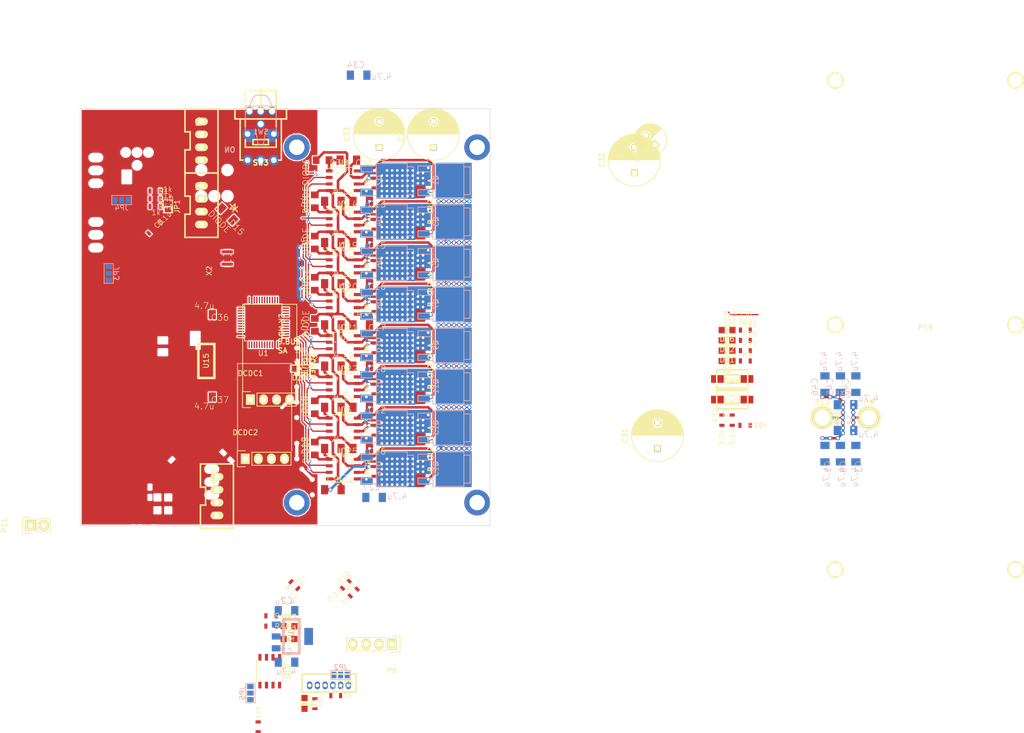
<source format=kicad_pcb>
(kicad_pcb (version 4) (host pcbnew 4.0.7)
  (layers (0 F.Cu signal) (31 B.Cu signal) (34 B.Paste user) (35 F.Paste user) (36 B.SilkS user) (37 F.SilkS user) (38 B.Mask user) (39 F.Mask user) (44 Edge.Cuts user))
  (net 0 "")
  (net 1 GND)
  (net 2 /NRST)
  (net 3 +3.3V)
  (net 4 /OSC_IN)
  (net 5 /OSC_OUT)
  (net 6 +5V)
  (net 7 /OUT_0_A)
  (net 8 /OUT_0_B)
  (net 9 "Net-(D1-Pad2)")
  (net 10 "Net-(D2-Pad2)")
  (net 11 /SWCLK)
  (net 12 /SWDIO)
  (net 13 /USART_TX)
  (net 14 /USART_RX)
  (net 15 "Net-(Q1-PadG)")
  (net 16 "Net-(Q2-PadG)")
  (net 17 "Net-(Q3-PadG)")
  (net 18 "Net-(Q4-PadG)")
  (net 19 +BATT)
  (net 20 /OUT_1_A)
  (net 21 /OUT_1_B)
  (net 22 /OUT_2_A)
  (net 23 /OUT_2_B)
  (net 24 "Net-(Q5-PadG)")
  (net 25 "Net-(Q6-PadG)")
  (net 26 "Net-(Q7-PadG)")
  (net 27 "Net-(Q8-PadG)")
  (net 28 "Net-(Q9-PadG)")
  (net 29 "Net-(Q10-PadG)")
  (net 30 "Net-(Q11-PadG)")
  (net 31 "Net-(Q12-PadG)")
  (net 32 "Net-(C11-Pad2)")
  (net 33 "Net-(C14-Pad2)")
  (net 34 "Net-(C19-Pad2)")
  (net 35 "Net-(C20-Pad2)")
  (net 36 "Net-(C21-Pad2)")
  (net 37 "Net-(C22-Pad2)")
  (net 38 /batt_voltage)
  (net 39 "Net-(P6-Pad3)")
  (net 40 "Net-(D11-Pad2)")
  (net 41 "Net-(D12-Pad2)")
  (net 42 /PWM_2_A)
  (net 43 /PWM_2_B)
  (net 44 /PWM_0_A)
  (net 45 /PWM_0_B)
  (net 46 /PWM_1_A)
  (net 47 /PWM_1_B)
  (net 48 /BOOT0)
  (net 49 /GD_12V)
  (net 50 /LOGIC_BATT)
  (net 51 "Net-(D16-Pad2)")
  (net 52 "Net-(JP2-Pad2)")
  (net 53 "Net-(JP3-Pad2)")
  (net 54 /STM_LED1)
  (net 55 /STM_LED2)
  (net 56 /STM_LED3)
  (net 57 "Net-(Q13-PadG)")
  (net 58 /OUT_3_A)
  (net 59 "Net-(C5-Pad2)")
  (net 60 /OUT_3_B)
  (net 61 "Net-(C25-Pad2)")
  (net 62 /POT_2)
  (net 63 /POT_1)
  (net 64 "Net-(Q14-PadG)")
  (net 65 "Net-(Q15-PadG)")
  (net 66 "Net-(Q16-PadG)")
  (net 67 /PWM_3_B)
  (net 68 /PWM_3_A)
  (net 69 /~SD)
  (net 70 /CAN_TX)
  (net 71 /CAN_RX)
  (net 72 /CAN_L)
  (net 73 /CAN_H)
  (net 74 "Net-(P11-Pad1)")
  (net 75 /STM_SW1)
  (net 76 /STM_SW2)
  (net 77 "Net-(JP4-Pad2)")
  (net 78 +12V)
  (net 79 "Net-(JP5-Pad2)")
  (net 80 /AIN_1)
  (net 81 /AIN_2)
  (net 82 "Net-(D20-Pad2)")
  (net 83 "Net-(D15-Pad2)")
  (net 84 /STM_LED5)
  (net 85 "Net-(D22-Pad2)")
  (net 86 /STM_LED6)
  (net 87 "Net-(D23-Pad2)")
  (net 88 GNDPWR)
  (module RP_KiCAD_Libs:KawaRobo_Headsink_95x35 (layer F.Cu) (at 189 65)
    (fp_text reference P19 (at 0 0.5) (layer F.SilkS))
    (fp_text value CONN_01X01)
  )
  (module RP_KiCAD_Libs:ChinaDC-DC (layer F.Cu) (at 58 79.5)
    (fp_text reference DCDC1 (at 0 -5.1) (layer F.SilkS))
    (fp_text value ChinaDC-DC)
    (pad 1 thru_hole rect (at 0 0) (size 1.7272 2.032) (drill 1.016) (layers *.Cu *.Mask F.SilkS))
    (pad 2 thru_hole oval (at 2.54 0) (size 1.7272 2.032) (drill 1.016) (layers *.Cu *.Mask F.SilkS) (net 50 /LOGIC_BATT))
    (pad 3 thru_hole oval (at 5.08 0) (size 1.7272 2.032) (drill 1.016) (layers *.Cu *.Mask F.SilkS) (net 1 GND))
    (pad 4 thru_hole oval (at 7.62 0) (size 1.7272 2.032) (drill 1.016) (layers *.Cu *.Mask F.SilkS) (net 6 +5V))
  )
  (module Capacitors_ThroughHole:C_Radial_D10_L13_P5 (layer F.Cu) (at 137 89 90)
    (fp_text reference C31 (at 2.5 -6.3 90) (layer F.SilkS))
    (fp_text value 220u)
    (pad 1 thru_hole rect (at 0 0 90) (size 1.3 1.3) (drill 0.8) (layers *.Cu *.Mask F.SilkS) (net 19 +BATT))
    (pad 2 thru_hole circle (at 5 0 90) (size 1.3 1.3) (drill 0.8) (layers *.Cu *.Mask F.SilkS) (net 88 GNDPWR))
  )
  (module LEDs:LED_0805 (layer F.Cu) (at 68.5 138.5 270)
    (fp_text reference D1 (at 0 -1.75 270) (layer F.SilkS))
    (fp_text value LED)
    (pad 1 smd rect (at 1.04902 0 90) (size 1.19888 1.19888) (layers F.Cu F.Paste F.Mask) (net 3 +3.3V))
    (pad 2 smd rect (at -1.04902 0 90) (size 1.19888 1.19888) (layers F.Cu F.Paste F.Mask) (net 9 "Net-(D1-Pad2)"))
  )
  (module LEDs:LED_0805 (layer F.Cu) (at 150.5 72 180)
    (fp_text reference D2 (at 0 -1.75 180) (layer F.SilkS))
    (fp_text value LED)
    (pad 1 smd rect (at 1.04902 0) (size 1.19888 1.19888) (layers F.Cu F.Paste F.Mask) (net 54 /STM_LED1))
    (pad 2 smd rect (at -1.04902 0) (size 1.19888 1.19888) (layers F.Cu F.Paste F.Mask) (net 10 "Net-(D2-Pad2)"))
  )
  (module RP_KiCAD_Libs:C2012 (layer F.Cu) (at 72 33 180)
    (fp_text reference D3 (at -1.27 -1.27 180) (layer F.SilkS) (effects (font (size 1.2065 1.2065) (thickness 0.1016)) (justify left bottom)))
    (fp_text value DIODE (at 2.5 -5 450) (layer F.SilkS) (effects (font (size 1.2065 1.2065) (thickness 0.1016)) (justify left bottom)))
    (pad 1 smd rect (at -1.25 0 180) (size 1.3 1.5) (layers F.Cu F.Paste F.Mask) (net 32 "Net-(C11-Pad2)"))
    (pad 2 smd rect (at 1.25 0 180) (size 1.3 1.5) (layers F.Cu F.Paste F.Mask) (net 49 /GD_12V))
  )
  (module RP_KiCAD_Libs:C2012 (layer F.Cu) (at 70.5 41 90)
    (fp_text reference D4 (at -1.27 -1.27 90) (layer F.SilkS) (effects (font (size 1.2065 1.2065) (thickness 0.1016)) (justify left bottom)))
    (fp_text value DIODE (at -2.5 -1 90) (layer F.SilkS) (effects (font (size 1.2065 1.2065) (thickness 0.1016)) (justify left bottom)))
    (pad 1 smd rect (at -1.25 0 90) (size 1.3 1.5) (layers F.Cu F.Paste F.Mask) (net 33 "Net-(C14-Pad2)"))
    (pad 2 smd rect (at 1.25 0 90) (size 1.3 1.5) (layers F.Cu F.Paste F.Mask) (net 49 /GD_12V))
  )
  (module RP_KiCAD_Connector:ZH_6T (layer F.Cu) (at 77 135 180)
    (fp_text reference P5 (at 0 0.5 180) (layer F.SilkS))
    (fp_text value CONN_01X06)
    (pad 1 thru_hole oval (at 0 0 180) (size 1 1.524) (drill 0.7) (layers *.Cu *.Mask) (net 1 GND))
    (pad 2 thru_hole oval (at 1.5 0 180) (size 1 1.524) (drill 0.7) (layers *.Cu *.Mask) (net 52 "Net-(JP2-Pad2)"))
    (pad 3 thru_hole oval (at 3 0 180) (size 1 1.524) (drill 0.7) (layers *.Cu *.Mask) (net 11 /SWCLK))
    (pad 4 thru_hole oval (at 4.5 0 180) (size 1 1.524) (drill 0.7) (layers *.Cu *.Mask) (net 12 /SWDIO))
    (pad 5 thru_hole oval (at 6 0 180) (size 1 1.524) (drill 0.7) (layers *.Cu *.Mask) (net 13 /USART_TX))
    (pad 6 thru_hole oval (at 7.5 0 180) (size 1 1.524) (drill 0.7) (layers *.Cu *.Mask) (net 14 /USART_RX))
  )
  (module Housings_QFP:LQFP-48_7x7mm_Pitch0.5mm (layer F.Cu) (at 60.5 64.5 180)
    (fp_text reference U1 (at 0 -6 180) (layer F.SilkS))
    (fp_text value STM32F103_48)
    (pad 1 smd rect (at -4.35 -2.75 180) (size 1.3 0.25) (layers F.Cu F.Paste F.Mask) (net 3 +3.3V))
    (pad 2 smd rect (at -4.35 -2.25 180) (size 1.3 0.25) (layers F.Cu F.Paste F.Mask) (net 54 /STM_LED1))
    (pad 3 smd rect (at -4.35 -1.75 180) (size 1.3 0.25) (layers F.Cu F.Paste F.Mask) (net 55 /STM_LED2))
    (pad 4 smd rect (at -4.35 -1.25 180) (size 1.3 0.25) (layers F.Cu F.Paste F.Mask) (net 56 /STM_LED3))
    (pad 5 smd rect (at -4.35 -0.75 180) (size 1.3 0.25) (layers F.Cu F.Paste F.Mask) (net 4 /OSC_IN))
    (pad 6 smd rect (at -4.35 -0.25 180) (size 1.3 0.25) (layers F.Cu F.Paste F.Mask) (net 5 /OSC_OUT))
    (pad 7 smd rect (at -4.35 0.25 180) (size 1.3 0.25) (layers F.Cu F.Paste F.Mask) (net 2 /NRST))
    (pad 8 smd rect (at -4.35 0.75 180) (size 1.3 0.25) (layers F.Cu F.Paste F.Mask) (net 1 GND))
    (pad 9 smd rect (at -4.35 1.25 180) (size 1.3 0.25) (layers F.Cu F.Paste F.Mask) (net 3 +3.3V))
    (pad 10 smd rect (at -4.35 1.75 180) (size 1.3 0.25) (layers F.Cu F.Paste F.Mask) (net 63 /POT_1))
    (pad 11 smd rect (at -4.35 2.25 180) (size 1.3 0.25) (layers F.Cu F.Paste F.Mask) (net 62 /POT_2))
    (pad 12 smd rect (at -4.35 2.75 180) (size 1.3 0.25) (layers F.Cu F.Paste F.Mask) (net 38 /batt_voltage))
    (pad 13 smd rect (at -2.75 4.35 270) (size 1.3 0.25) (layers F.Cu F.Paste F.Mask))
    (pad 14 smd rect (at -2.25 4.35 270) (size 1.3 0.25) (layers F.Cu F.Paste F.Mask) (net 80 /AIN_1))
    (pad 15 smd rect (at -1.75 4.35 270) (size 1.3 0.25) (layers F.Cu F.Paste F.Mask) (net 81 /AIN_2))
    (pad 16 smd rect (at -1.25 4.35 270) (size 1.3 0.25) (layers F.Cu F.Paste F.Mask) (net 47 /PWM_1_B))
    (pad 17 smd rect (at -0.75 4.35 270) (size 1.3 0.25) (layers F.Cu F.Paste F.Mask) (net 46 /PWM_1_A))
    (pad 18 smd rect (at -0.25 4.35 270) (size 1.3 0.25) (layers F.Cu F.Paste F.Mask) (net 45 /PWM_0_B))
    (pad 19 smd rect (at 0.25 4.35 270) (size 1.3 0.25) (layers F.Cu F.Paste F.Mask) (net 44 /PWM_0_A))
    (pad 20 smd rect (at 0.75 4.35 270) (size 1.3 0.25) (layers F.Cu F.Paste F.Mask))
    (pad 21 smd rect (at 1.25 4.35 270) (size 1.3 0.25) (layers F.Cu F.Paste F.Mask))
    (pad 22 smd rect (at 1.75 4.35 270) (size 1.3 0.25) (layers F.Cu F.Paste F.Mask))
    (pad 23 smd rect (at 2.25 4.35 270) (size 1.3 0.25) (layers F.Cu F.Paste F.Mask) (net 1 GND))
    (pad 24 smd rect (at 2.75 4.35 270) (size 1.3 0.25) (layers F.Cu F.Paste F.Mask) (net 3 +3.3V))
    (pad 25 smd rect (at 4.35 2.75 180) (size 1.3 0.25) (layers F.Cu F.Paste F.Mask))
    (pad 26 smd rect (at 4.35 2.25 180) (size 1.3 0.25) (layers F.Cu F.Paste F.Mask))
    (pad 27 smd rect (at 4.35 1.75 180) (size 1.3 0.25) (layers F.Cu F.Paste F.Mask))
    (pad 28 smd rect (at 4.35 1.25 180) (size 1.3 0.25) (layers F.Cu F.Paste F.Mask))
    (pad 29 smd rect (at 4.35 0.75 180) (size 1.3 0.25) (layers F.Cu F.Paste F.Mask) (net 69 /~SD))
    (pad 30 smd rect (at 4.35 0.25 180) (size 1.3 0.25) (layers F.Cu F.Paste F.Mask) (net 13 /USART_TX))
    (pad 31 smd rect (at 4.35 -0.25 180) (size 1.3 0.25) (layers F.Cu F.Paste F.Mask) (net 14 /USART_RX))
    (pad 32 smd rect (at 4.35 -0.75 180) (size 1.3 0.25) (layers F.Cu F.Paste F.Mask) (net 71 /CAN_RX))
    (pad 33 smd rect (at 4.35 -1.25 180) (size 1.3 0.25) (layers F.Cu F.Paste F.Mask) (net 70 /CAN_TX))
    (pad 34 smd rect (at 4.35 -1.75 180) (size 1.3 0.25) (layers F.Cu F.Paste F.Mask) (net 12 /SWDIO))
    (pad 35 smd rect (at 4.35 -2.25 180) (size 1.3 0.25) (layers F.Cu F.Paste F.Mask) (net 1 GND))
    (pad 36 smd rect (at 4.35 -2.75 180) (size 1.3 0.25) (layers F.Cu F.Paste F.Mask) (net 3 +3.3V))
    (pad 37 smd rect (at 2.75 -4.35 270) (size 1.3 0.25) (layers F.Cu F.Paste F.Mask) (net 11 /SWCLK))
    (pad 38 smd rect (at 2.25 -4.35 270) (size 1.3 0.25) (layers F.Cu F.Paste F.Mask) (net 86 /STM_LED6))
    (pad 39 smd rect (at 1.75 -4.35 270) (size 1.3 0.25) (layers F.Cu F.Paste F.Mask) (net 84 /STM_LED5))
    (pad 40 smd rect (at 1.25 -4.35 270) (size 1.3 0.25) (layers F.Cu F.Paste F.Mask) (net 76 /STM_SW2))
    (pad 41 smd rect (at 0.75 -4.35 270) (size 1.3 0.25) (layers F.Cu F.Paste F.Mask) (net 75 /STM_SW1))
    (pad 42 smd rect (at 0.25 -4.35 270) (size 1.3 0.25) (layers F.Cu F.Paste F.Mask) (net 67 /PWM_3_B))
    (pad 43 smd rect (at -0.25 -4.35 270) (size 1.3 0.25) (layers F.Cu F.Paste F.Mask) (net 68 /PWM_3_A))
    (pad 44 smd rect (at -0.75 -4.35 270) (size 1.3 0.25) (layers F.Cu F.Paste F.Mask) (net 48 /BOOT0))
    (pad 45 smd rect (at -1.25 -4.35 270) (size 1.3 0.25) (layers F.Cu F.Paste F.Mask) (net 43 /PWM_2_B))
    (pad 46 smd rect (at -1.75 -4.35 270) (size 1.3 0.25) (layers F.Cu F.Paste F.Mask) (net 42 /PWM_2_A))
    (pad 47 smd rect (at -2.25 -4.35 270) (size 1.3 0.25) (layers F.Cu F.Paste F.Mask) (net 1 GND))
    (pad 48 smd rect (at -2.75 -4.35 270) (size 1.3 0.25) (layers F.Cu F.Paste F.Mask) (net 3 +3.3V))
  )
  (module TO_SOT_Packages_SMD:SOT-223_reg (layer B.Cu) (at 63 125.5 90)
    (fp_text reference U2 (at 0 2.9 90) (layer B.SilkS) (effects (justify mirror)))
    (fp_text value NCP1117ST33T3G)
    (pad 1 smd rect (at -2.3 0 90) (size 1.2 1.7) (layers B.Cu B.Paste B.Mask) (net 1 GND))
    (pad 2 smd rect (at 0 0 90) (size 1.2 1.7) (layers B.Cu B.Paste B.Mask) (net 3 +3.3V))
    (pad 3 smd rect (at 2.3 0 90) (size 1.2 1.7) (layers B.Cu B.Paste B.Mask) (net 6 +5V))
    (pad 2 smd rect (at 0 6.3 90) (size 3.3 1.7) (layers B.Cu B.Paste B.Mask) (net 3 +3.3V))
  )
  (module RP_KiCAD_Libs:C2012 (layer F.Cu) (at 70.5 49 90)
    (fp_text reference D5 (at -1.27 -1.27 90) (layer F.SilkS) (effects (font (size 1.2065 1.2065) (thickness 0.1016)) (justify left bottom)))
    (fp_text value DIODE (at -2.5 -1 90) (layer F.SilkS) (effects (font (size 1.2065 1.2065) (thickness 0.1016)) (justify left bottom)))
    (pad 1 smd rect (at -1.25 0 90) (size 1.3 1.5) (layers F.Cu F.Paste F.Mask) (net 34 "Net-(C19-Pad2)"))
    (pad 2 smd rect (at 1.25 0 90) (size 1.3 1.5) (layers F.Cu F.Paste F.Mask) (net 49 /GD_12V))
  )
  (module RP_KiCAD_Libs:C2012 (layer F.Cu) (at 70.5 57 90)
    (fp_text reference D6 (at -1.27 -1.27 90) (layer F.SilkS) (effects (font (size 1.2065 1.2065) (thickness 0.1016)) (justify left bottom)))
    (fp_text value DIODE (at -2.5 -1 90) (layer F.SilkS) (effects (font (size 1.2065 1.2065) (thickness 0.1016)) (justify left bottom)))
    (pad 1 smd rect (at -1.25 0 90) (size 1.3 1.5) (layers F.Cu F.Paste F.Mask) (net 35 "Net-(C20-Pad2)"))
    (pad 2 smd rect (at 1.25 0 90) (size 1.3 1.5) (layers F.Cu F.Paste F.Mask) (net 49 /GD_12V))
  )
  (module RP_KiCAD_Libs:C2012 (layer F.Cu) (at 70.5 65 90)
    (fp_text reference D7 (at -1.27 -1.27 90) (layer F.SilkS) (effects (font (size 1.2065 1.2065) (thickness 0.1016)) (justify left bottom)))
    (fp_text value DIODE (at -2.5 -1 270) (layer F.SilkS) (effects (font (size 1.2065 1.2065) (thickness 0.1016)) (justify left bottom)))
    (pad 1 smd rect (at -1.25 0 90) (size 1.3 1.5) (layers F.Cu F.Paste F.Mask) (net 36 "Net-(C21-Pad2)"))
    (pad 2 smd rect (at 1.25 0 90) (size 1.3 1.5) (layers F.Cu F.Paste F.Mask) (net 49 /GD_12V))
  )
  (module RP_KiCAD_Libs:C2012 (layer F.Cu) (at 70.5 73 90)
    (fp_text reference D8 (at -1.27 -1.27 90) (layer F.SilkS) (effects (font (size 1.2065 1.2065) (thickness 0.1016)) (justify left bottom)))
    (fp_text value DIODE (at -2.5 -1 90) (layer F.SilkS) (effects (font (size 1.2065 1.2065) (thickness 0.1016)) (justify left bottom)))
    (pad 1 smd rect (at -1.25 0 90) (size 1.3 1.5) (layers F.Cu F.Paste F.Mask) (net 37 "Net-(C22-Pad2)"))
    (pad 2 smd rect (at 1.25 0 90) (size 1.3 1.5) (layers F.Cu F.Paste F.Mask) (net 49 /GD_12V))
  )
  (module TO_SOT_Packages_SMD:SOT-428_GDS_compact (layer B.Cu) (at 84 37 90)
    (fp_text reference Q2 (at 0.09906 -1.00076 90) (layer B.SilkS) (effects (justify mirror)))
    (fp_text value MOSFET_N)
    (pad G smd rect (at -2.27584 -3.44932 90) (size 1.50114 2.49936) (layers B.Cu B.Paste B.Mask) (net 16 "Net-(Q2-PadG)"))
    (pad S smd rect (at 2.27584 -3.44932 90) (size 1.50114 2.49936) (layers B.Cu B.Paste B.Mask) (net 88 GNDPWR))
    (pad D smd rect (at 0 2.44932 90) (size 7.00024 7.00024) (layers B.Cu B.Paste B.Mask) (net 7 /OUT_0_A))
  )
  (module TO_SOT_Packages_SMD:SOT-428_GDS_compact (layer B.Cu) (at 84 45 90)
    (fp_text reference Q4 (at 0.09906 -1.00076 90) (layer B.SilkS) (effects (justify mirror)))
    (fp_text value MOSFET_N)
    (pad G smd rect (at -2.27584 -3.44932 90) (size 1.50114 2.49936) (layers B.Cu B.Paste B.Mask) (net 18 "Net-(Q4-PadG)"))
    (pad S smd rect (at 2.27584 -3.44932 90) (size 1.50114 2.49936) (layers B.Cu B.Paste B.Mask) (net 88 GNDPWR))
    (pad D smd rect (at 0 2.44932 90) (size 7.00024 7.00024) (layers B.Cu B.Paste B.Mask) (net 8 /OUT_0_B))
  )
  (module TO_SOT_Packages_SMD:SOT-428_GDS_compact (layer B.Cu) (at 95 53 90)
    (fp_text reference Q5 (at 0.09906 -1.00076 90) (layer B.SilkS) (effects (justify mirror)))
    (fp_text value MOSFET_N)
    (pad G smd rect (at -2.27584 -3.44932 90) (size 1.50114 2.49936) (layers B.Cu B.Paste B.Mask) (net 24 "Net-(Q5-PadG)"))
    (pad S smd rect (at 2.27584 -3.44932 90) (size 1.50114 2.49936) (layers B.Cu B.Paste B.Mask) (net 20 /OUT_1_A))
    (pad D smd rect (at 0 2.44932 90) (size 7.00024 7.00024) (layers B.Cu B.Paste B.Mask) (net 19 +BATT))
  )
  (module TO_SOT_Packages_SMD:SOT-428_GDS_compact (layer B.Cu) (at 84 53 90)
    (fp_text reference Q6 (at 0.09906 -1.00076 90) (layer B.SilkS) (effects (justify mirror)))
    (fp_text value MOSFET_N)
    (pad G smd rect (at -2.27584 -3.44932 90) (size 1.50114 2.49936) (layers B.Cu B.Paste B.Mask) (net 25 "Net-(Q6-PadG)"))
    (pad S smd rect (at 2.27584 -3.44932 90) (size 1.50114 2.49936) (layers B.Cu B.Paste B.Mask) (net 88 GNDPWR))
    (pad D smd rect (at 0 2.44932 90) (size 7.00024 7.00024) (layers B.Cu B.Paste B.Mask) (net 20 /OUT_1_A))
  )
  (module TO_SOT_Packages_SMD:SOT-428_GDS_compact (layer B.Cu) (at 95 61 90)
    (fp_text reference Q7 (at 0.09906 -1.00076 90) (layer B.SilkS) (effects (justify mirror)))
    (fp_text value MOSFET_N)
    (pad G smd rect (at -2.27584 -3.44932 90) (size 1.50114 2.49936) (layers B.Cu B.Paste B.Mask) (net 26 "Net-(Q7-PadG)"))
    (pad S smd rect (at 2.27584 -3.44932 90) (size 1.50114 2.49936) (layers B.Cu B.Paste B.Mask) (net 21 /OUT_1_B))
    (pad D smd rect (at 0 2.44932 90) (size 7.00024 7.00024) (layers B.Cu B.Paste B.Mask) (net 19 +BATT))
  )
  (module TO_SOT_Packages_SMD:SOT-428_GDS_compact (layer B.Cu) (at 84 61 90)
    (fp_text reference Q8 (at 0.09906 -1.00076 90) (layer B.SilkS) (effects (justify mirror)))
    (fp_text value MOSFET_N)
    (pad G smd rect (at -2.27584 -3.44932 90) (size 1.50114 2.49936) (layers B.Cu B.Paste B.Mask) (net 27 "Net-(Q8-PadG)"))
    (pad S smd rect (at 2.27584 -3.44932 90) (size 1.50114 2.49936) (layers B.Cu B.Paste B.Mask) (net 88 GNDPWR))
    (pad D smd rect (at 0 2.44932 90) (size 7.00024 7.00024) (layers B.Cu B.Paste B.Mask) (net 21 /OUT_1_B))
  )
  (module TO_SOT_Packages_SMD:SOT-428_GDS_compact (layer B.Cu) (at 95 69 90)
    (fp_text reference Q9 (at 0.09906 -1.00076 90) (layer B.SilkS) (effects (justify mirror)))
    (fp_text value MOSFET_N)
    (pad G smd rect (at -2.27584 -3.44932 90) (size 1.50114 2.49936) (layers B.Cu B.Paste B.Mask) (net 28 "Net-(Q9-PadG)"))
    (pad S smd rect (at 2.27584 -3.44932 90) (size 1.50114 2.49936) (layers B.Cu B.Paste B.Mask) (net 22 /OUT_2_A))
    (pad D smd rect (at 0 2.44932 90) (size 7.00024 7.00024) (layers B.Cu B.Paste B.Mask) (net 19 +BATT))
  )
  (module TO_SOT_Packages_SMD:SOT-428_GDS_compact (layer B.Cu) (at 84 69 90)
    (fp_text reference Q10 (at 0.09906 -1.00076 90) (layer B.SilkS) (effects (justify mirror)))
    (fp_text value MOSFET_N)
    (pad G smd rect (at -2.27584 -3.44932 90) (size 1.50114 2.49936) (layers B.Cu B.Paste B.Mask) (net 29 "Net-(Q10-PadG)"))
    (pad S smd rect (at 2.27584 -3.44932 90) (size 1.50114 2.49936) (layers B.Cu B.Paste B.Mask) (net 88 GNDPWR))
    (pad D smd rect (at 0 2.44932 90) (size 7.00024 7.00024) (layers B.Cu B.Paste B.Mask) (net 22 /OUT_2_A))
  )
  (module TO_SOT_Packages_SMD:SOT-428_GDS_compact (layer B.Cu) (at 95 77 90)
    (fp_text reference Q11 (at 0.09906 -1.00076 90) (layer B.SilkS) (effects (justify mirror)))
    (fp_text value MOSFET_N)
    (pad G smd rect (at -2.27584 -3.44932 90) (size 1.50114 2.49936) (layers B.Cu B.Paste B.Mask) (net 30 "Net-(Q11-PadG)"))
    (pad S smd rect (at 2.27584 -3.44932 90) (size 1.50114 2.49936) (layers B.Cu B.Paste B.Mask) (net 23 /OUT_2_B))
    (pad D smd rect (at 0 2.44932 90) (size 7.00024 7.00024) (layers B.Cu B.Paste B.Mask) (net 19 +BATT))
  )
  (module TO_SOT_Packages_SMD:SOT-428_GDS_compact (layer B.Cu) (at 84 77 90)
    (fp_text reference Q12 (at 0.09906 -1.00076 90) (layer B.SilkS) (effects (justify mirror)))
    (fp_text value MOSFET_N)
    (pad G smd rect (at -2.27584 -3.44932 90) (size 1.50114 2.49936) (layers B.Cu B.Paste B.Mask) (net 31 "Net-(Q12-PadG)"))
    (pad S smd rect (at 2.27584 -3.44932 90) (size 1.50114 2.49936) (layers B.Cu B.Paste B.Mask) (net 88 GNDPWR))
    (pad D smd rect (at 0 2.44932 90) (size 7.00024 7.00024) (layers B.Cu B.Paste B.Mask) (net 23 /OUT_2_B))
  )
  (module TO_SOT_Packages_SMD:SOT-428_GDS_compact (layer B.Cu) (at 95 37 90)
    (fp_text reference Q1 (at 0.09906 -1.00076 90) (layer B.SilkS) (effects (justify mirror)))
    (fp_text value MOSFET_N)
    (pad G smd rect (at -2.3 -3.45 90) (size 1.5 2.4) (layers B.Cu B.Paste B.Mask) (net 15 "Net-(Q1-PadG)"))
    (pad S smd rect (at 2.3 -3.45 90) (size 1.5 2.4) (layers B.Cu B.Paste B.Mask) (net 7 /OUT_0_A))
    (pad D smd rect (at 0 2.44932 90) (size 7.00024 7.00024) (layers B.Cu B.Paste B.Mask) (net 19 +BATT))
  )
  (module TO_SOT_Packages_SMD:SOT-428_GDS_compact (layer B.Cu) (at 95 45 90)
    (fp_text reference Q3 (at 0.09906 -1.00076 90) (layer B.SilkS) (effects (justify mirror)))
    (fp_text value MOSFET_N)
    (pad G smd rect (at -2.3 -3.45 90) (size 1.5 2.4) (layers B.Cu B.Paste B.Mask) (net 17 "Net-(Q3-PadG)"))
    (pad S smd rect (at 2.3 -3.45 90) (size 1.5 2.4) (layers B.Cu B.Paste B.Mask) (net 8 /OUT_0_B))
    (pad D smd rect (at 0 2.44932 90) (size 7.00024 7.00024) (layers B.Cu B.Paste B.Mask) (net 19 +BATT))
  )
  (module Socket_Strips:Socket_Strip_Straight_1x04 (layer F.Cu) (at 85.5 127 180)
    (fp_text reference P6 (at 0 -5.1 180) (layer F.SilkS))
    (fp_text value CONN_01X04)
    (pad 1 thru_hole rect (at 0 0 180) (size 1.7272 2.032) (drill 1.016) (layers *.Cu *.Mask F.SilkS) (net 6 +5V))
    (pad 2 thru_hole oval (at 2.54 0 180) (size 1.7272 2.032) (drill 1.016) (layers *.Cu *.Mask F.SilkS) (net 1 GND))
    (pad 3 thru_hole oval (at 5.08 0 180) (size 1.7272 2.032) (drill 1.016) (layers *.Cu *.Mask F.SilkS) (net 39 "Net-(P6-Pad3)"))
    (pad 4 thru_hole oval (at 7.62 0 180) (size 1.7272 2.032) (drill 1.016) (layers *.Cu *.Mask F.SilkS) (net 13 /USART_TX))
  )
  (module Capacitors_ThroughHole:C_Radial_D10_L13_P5 (layer F.Cu) (at 93.5 30.5 90)
    (fp_text reference C30 (at 2.5 -6.3 90) (layer F.SilkS))
    (fp_text value 220u)
    (pad 1 thru_hole rect (at 0 0 90) (size 1.3 1.3) (drill 0.8) (layers *.Cu *.Mask F.SilkS) (net 19 +BATT))
    (pad 2 thru_hole circle (at 5 0 90) (size 1.3 1.3) (drill 0.8) (layers *.Cu *.Mask F.SilkS) (net 88 GNDPWR))
  )
  (module Capacitors_ThroughHole:C_Radial_D10_L13_P5 (layer F.Cu) (at 132.5 35.5 90)
    (fp_text reference C32 (at 2.5 -6.3 90) (layer F.SilkS))
    (fp_text value 220u)
    (pad 1 thru_hole rect (at 0 0 90) (size 1.3 1.3) (drill 0.8) (layers *.Cu *.Mask F.SilkS) (net 19 +BATT))
    (pad 2 thru_hole circle (at 5 0 90) (size 1.3 1.3) (drill 0.8) (layers *.Cu *.Mask F.SilkS) (net 88 GNDPWR))
  )
  (module Capacitors_ThroughHole:C_Radial_D10_L13_P5 (layer F.Cu) (at 83 30.5 90)
    (fp_text reference C33 (at 2.5 -6.3 90) (layer F.SilkS))
    (fp_text value 220u)
    (pad 1 thru_hole rect (at 0 0 90) (size 1.3 1.3) (drill 0.8) (layers *.Cu *.Mask F.SilkS) (net 19 +BATT))
    (pad 2 thru_hole circle (at 5 0 90) (size 1.3 1.3) (drill 0.8) (layers *.Cu *.Mask F.SilkS) (net 88 GNDPWR))
  )
  (module LEDs:LED_0805 (layer F.Cu) (at 150.5 70 180)
    (fp_text reference D11 (at 0 -1.75 180) (layer F.SilkS))
    (fp_text value LED)
    (pad 1 smd rect (at 1.04902 0) (size 1.19888 1.19888) (layers F.Cu F.Paste F.Mask) (net 55 /STM_LED2))
    (pad 2 smd rect (at -1.04902 0) (size 1.19888 1.19888) (layers F.Cu F.Paste F.Mask) (net 40 "Net-(D11-Pad2)"))
  )
  (module LEDs:LED_0805 (layer F.Cu) (at 150.5 68 180)
    (fp_text reference D12 (at 0 -1.75 180) (layer F.SilkS))
    (fp_text value LED)
    (pad 1 smd rect (at 1.04902 0) (size 1.19888 1.19888) (layers F.Cu F.Paste F.Mask) (net 56 /STM_LED3))
    (pad 2 smd rect (at -1.04902 0) (size 1.19888 1.19888) (layers F.Cu F.Paste F.Mask) (net 41 "Net-(D12-Pad2)"))
  )
  (module TO_SOT_Packages_SMD:SOT-223_reg (layer F.Cu) (at 46.5 72 270)
    (fp_text reference U15 (at 0 -2.9 270) (layer F.SilkS))
    (fp_text value NCP1117ST12T3G)
    (pad 1 smd rect (at -2.3 0 270) (size 1.2 1.7) (layers F.Cu F.Paste F.Mask) (net 1 GND))
    (pad 2 smd rect (at 0 0 270) (size 1.2 1.7) (layers F.Cu F.Paste F.Mask) (net 49 /GD_12V))
    (pad 3 smd rect (at 2.3 0 270) (size 1.2 1.7) (layers F.Cu F.Paste F.Mask) (net 50 /LOGIC_BATT))
    (pad 2 smd rect (at 0 -6.3 270) (size 3.3 1.7) (layers F.Cu F.Paste F.Mask) (net 49 /GD_12V))
  )
  (module Buttons_Switches_SMD:RP_SMD_Button (layer F.Cu) (at 151.5 75.5)
    (fp_text reference SW6 (at 0 0.5) (layer F.SilkS))
    (fp_text value SW_PUSH)
    (pad 1 smd rect (at 2.8 0) (size 2.6 1.5) (layers F.Cu F.Paste F.Mask) (net 1 GND))
    (pad 2 smd rect (at -2.8 0) (size 2.6 1.5) (layers F.Cu F.Paste F.Mask) (net 75 /STM_SW1))
  )
  (module Buttons_Switches_SMD:RP_SMD_Button (layer F.Cu) (at 151.5 79.5)
    (fp_text reference SW7 (at 0 0.5) (layer F.SilkS))
    (fp_text value SW_PUSH)
    (pad 1 smd rect (at 2.8 0) (size 2.6 1.5) (layers F.Cu F.Paste F.Mask) (net 1 GND))
    (pad 2 smd rect (at -2.8 0) (size 2.6 1.5) (layers F.Cu F.Paste F.Mask) (net 76 /STM_SW2))
  )
  (module LEDs:LED_0805 (layer F.Cu) (at 150.5 66 180)
    (fp_text reference D16 (at 0 -1.75 180) (layer F.SilkS))
    (fp_text value LED)
    (pad 1 smd rect (at 1.04902 0) (size 1.19888 1.19888) (layers F.Cu F.Paste F.Mask))
    (pad 2 smd rect (at -1.04902 0) (size 1.19888 1.19888) (layers F.Cu F.Paste F.Mask) (net 51 "Net-(D16-Pad2)"))
  )
  (module RP_KiCAD_Libs:C1608_WP_S (layer F.Cu) (at 66.5 115.5 315)
    (fp_text reference C6 (at -0.635 -0.635 315) (layer F.SilkS) (effects (font (thickness 0.1)) (justify left bottom)))
    (fp_text value 0.1u (at -1.06066 1.767767 315) (layer F.SilkS) (effects (font (thickness 0.1)) (justify left bottom)))
    (pad 1 smd rect (at -0.9 0 315) (size 0.6 1) (layers F.Cu F.Paste F.Mask) (net 1 GND))
    (pad 2 smd rect (at 1 0 315) (size 0.6 1) (layers F.Cu F.Paste F.Mask) (net 3 +3.3V))
  )
  (module RP_KiCAD_Libs:C1608_WP_S (layer F.Cu) (at 39 46.5 225)
    (fp_text reference C8 (at -0.635 -0.635 225) (layer F.SilkS) (effects (font (thickness 0.1)) (justify left bottom)))
    (fp_text value 0.1u (at -1.414214 -0.707107 225) (layer F.SilkS) (effects (font (thickness 0.1)) (justify left bottom)))
    (pad 1 smd rect (at -0.9 0 225) (size 0.6 1) (layers F.Cu F.Paste F.Mask) (net 1 GND))
    (pad 2 smd rect (at 1 0 225) (size 0.6 1) (layers F.Cu F.Paste F.Mask) (net 3 +3.3V))
  )
  (module RP_KiCAD_Libs:C1608_WP_S (layer F.Cu) (at 76.5 115.5 45)
    (fp_text reference C10 (at -0.635 -0.635 45) (layer F.SilkS) (effects (font (thickness 0.1)) (justify left bottom)))
    (fp_text value 0.1u (at -4.596194 0.353553 45) (layer F.SilkS) (effects (font (thickness 0.1)) (justify left bottom)))
    (pad 1 smd rect (at -0.9 0 45) (size 0.6 1) (layers F.Cu F.Paste F.Mask) (net 1 GND))
    (pad 2 smd rect (at 1 0 45) (size 0.6 1) (layers F.Cu F.Paste F.Mask) (net 3 +3.3V))
  )
  (module RP_KiCAD_Libs:C1608_WP_S (layer F.Cu) (at 78 117 45)
    (fp_text reference R2 (at -0.635 -0.635 45) (layer F.SilkS) (effects (font (thickness 0.1)) (justify left bottom)))
    (fp_text value 1k (at -3.181981 0.353553 45) (layer F.SilkS) (effects (font (thickness 0.1)) (justify left bottom)))
    (pad 1 smd rect (at -0.9 0 45) (size 0.6 1) (layers F.Cu F.Paste F.Mask) (net 1 GND))
    (pad 2 smd rect (at 1 0 45) (size 0.6 1) (layers F.Cu F.Paste F.Mask) (net 48 /BOOT0))
  )
  (module RP_KiCAD_Libs:C1608_WP_S (layer F.Cu) (at 154 72)
    (fp_text reference R4 (at -0.635 -0.635) (layer F.SilkS) (effects (font (thickness 0.1)) (justify left bottom)))
    (fp_text value 330 (at -4.5 -7 180) (layer F.SilkS) (effects (font (thickness 0.1)) (justify left bottom)))
    (pad 1 smd rect (at -0.9 0) (size 0.6 1) (layers F.Cu F.Paste F.Mask) (net 10 "Net-(D2-Pad2)"))
    (pad 2 smd rect (at 1 0) (size 0.6 1) (layers F.Cu F.Paste F.Mask) (net 1 GND))
  )
  (module RP_KiCAD_Libs:C1608_WP_S (layer F.Cu) (at 82 69.5 90)
    (fp_text reference R5 (at -0.635 -0.635 90) (layer F.SilkS) (effects (font (thickness 0.1)) (justify left bottom)))
    (fp_text value 1k (at -1 -1 90) (layer F.SilkS) (effects (font (thickness 0.1)) (justify left bottom)))
    (pad 1 smd rect (at -0.9 0 90) (size 0.6 1) (layers F.Cu F.Paste F.Mask) (net 22 /OUT_2_A))
    (pad 2 smd rect (at 1 0 90) (size 0.6 1) (layers F.Cu F.Paste F.Mask) (net 88 GNDPWR))
  )
  (module RP_KiCAD_Libs:C1608_WP_S (layer F.Cu) (at 82 77.5 90)
    (fp_text reference R6 (at -0.635 -0.635 90) (layer F.SilkS) (effects (font (thickness 0.1)) (justify left bottom)))
    (fp_text value 1k (at -1 -1 90) (layer F.SilkS) (effects (font (thickness 0.1)) (justify left bottom)))
    (pad 1 smd rect (at -0.9 0 90) (size 0.6 1) (layers F.Cu F.Paste F.Mask) (net 23 /OUT_2_B))
    (pad 2 smd rect (at 1 0 90) (size 0.6 1) (layers F.Cu F.Paste F.Mask) (net 88 GNDPWR))
  )
  (module RP_KiCAD_Libs:C1608_WP_S (layer F.Cu) (at 82 37.5 90)
    (fp_text reference R9 (at -0.635 -0.635 90) (layer F.SilkS) (effects (font (thickness 0.1)) (justify left bottom)))
    (fp_text value 1k (at -1 -1 90) (layer F.SilkS) (effects (font (thickness 0.1)) (justify left bottom)))
    (pad 1 smd rect (at -0.9 0 90) (size 0.6 1) (layers F.Cu F.Paste F.Mask) (net 7 /OUT_0_A))
    (pad 2 smd rect (at 1 0 90) (size 0.6 1) (layers F.Cu F.Paste F.Mask) (net 88 GNDPWR))
  )
  (module RP_KiCAD_Libs:C1608_WP_S (layer F.Cu) (at 82 45.5 90)
    (fp_text reference R10 (at -0.635 -0.635 90) (layer F.SilkS) (effects (font (thickness 0.1)) (justify left bottom)))
    (fp_text value 1k (at -1 -1 90) (layer F.SilkS) (effects (font (thickness 0.1)) (justify left bottom)))
    (pad 1 smd rect (at -0.9 0 90) (size 0.6 1) (layers F.Cu F.Paste F.Mask) (net 8 /OUT_0_B))
    (pad 2 smd rect (at 1 0 90) (size 0.6 1) (layers F.Cu F.Paste F.Mask) (net 88 GNDPWR))
  )
  (module RP_KiCAD_Libs:C1608_WP_S (layer F.Cu) (at 82 53.5 90)
    (fp_text reference R11 (at -0.635 -0.635 90) (layer F.SilkS) (effects (font (thickness 0.1)) (justify left bottom)))
    (fp_text value 1k (at -1 -1 90) (layer F.SilkS) (effects (font (thickness 0.1)) (justify left bottom)))
    (pad 1 smd rect (at -0.9 0 90) (size 0.6 1) (layers F.Cu F.Paste F.Mask) (net 20 /OUT_1_A))
    (pad 2 smd rect (at 1 0 90) (size 0.6 1) (layers F.Cu F.Paste F.Mask) (net 88 GNDPWR))
  )
  (module RP_KiCAD_Libs:C1608_WP_S (layer F.Cu) (at 82 61.5 90)
    (fp_text reference R12 (at -0.635 -0.635 90) (layer F.SilkS) (effects (font (thickness 0.1)) (justify left bottom)))
    (fp_text value 1k (at -1 -1 90) (layer F.SilkS) (effects (font (thickness 0.1)) (justify left bottom)))
    (pad 1 smd rect (at -0.9 0 90) (size 0.6 1) (layers F.Cu F.Paste F.Mask) (net 21 /OUT_1_B))
    (pad 2 smd rect (at 1 0 90) (size 0.6 1) (layers F.Cu F.Paste F.Mask) (net 88 GNDPWR))
  )
  (module RP_KiCAD_Libs:C1608_WP_S (layer F.Cu) (at 74.5 137)
    (fp_text reference R20 (at -0.635 -0.635) (layer F.SilkS) (effects (font (thickness 0.1)) (justify left bottom)))
    (fp_text value 1k (at 1.5 0.5) (layer F.SilkS) (effects (font (thickness 0.1)) (justify left bottom)))
    (pad 1 smd rect (at -0.9 0) (size 0.6 1) (layers F.Cu F.Paste F.Mask) (net 14 /USART_RX))
    (pad 2 smd rect (at 1 0) (size 0.6 1) (layers F.Cu F.Paste F.Mask) (net 39 "Net-(P6-Pad3)"))
  )
  (module RP_KiCAD_Libs:C1608_WP_S (layer F.Cu) (at 154 70)
    (fp_text reference R27 (at -0.635 -0.635) (layer F.SilkS) (effects (font (thickness 0.1)) (justify left bottom)))
    (fp_text value 330 (at -4.5 -6.5 180) (layer F.SilkS) (effects (font (thickness 0.1)) (justify left bottom)))
    (pad 1 smd rect (at -0.9 0) (size 0.6 1) (layers F.Cu F.Paste F.Mask) (net 40 "Net-(D11-Pad2)"))
    (pad 2 smd rect (at 1 0) (size 0.6 1) (layers F.Cu F.Paste F.Mask) (net 1 GND))
  )
  (module RP_KiCAD_Libs:C1608_WP_S (layer F.Cu) (at 154 68)
    (fp_text reference R28 (at -0.635 -0.635) (layer F.SilkS) (effects (font (thickness 0.1)) (justify left bottom)))
    (fp_text value 330 (at -1.5 -3) (layer F.SilkS) (effects (font (thickness 0.1)) (justify left bottom)))
    (pad 1 smd rect (at -0.9 0) (size 0.6 1) (layers F.Cu F.Paste F.Mask) (net 41 "Net-(D12-Pad2)"))
    (pad 2 smd rect (at 1 0) (size 0.6 1) (layers F.Cu F.Paste F.Mask) (net 1 GND))
  )
  (module RP_KiCAD_Libs:C1608_WP_S (layer F.Cu) (at 154 66)
    (fp_text reference R45 (at -0.635 -0.635) (layer F.SilkS) (effects (font (thickness 0.1)) (justify left bottom)))
    (fp_text value 330 (at -1.5 -2.5) (layer F.SilkS) (effects (font (thickness 0.1)) (justify left bottom)))
    (pad 1 smd rect (at -0.9 0) (size 0.6 1) (layers F.Cu F.Paste F.Mask) (net 51 "Net-(D16-Pad2)"))
    (pad 2 smd rect (at 1 0) (size 0.6 1) (layers F.Cu F.Paste F.Mask) (net 1 GND))
  )
  (module RP_KiCAD_Libs:C3216_S (layer B.Cu) (at 65 120.5 180)
    (fp_text reference C2 (at -1.27 1.27 180) (layer B.SilkS) (effects (font (size 1.2065 1.2065) (thickness 0.1016)) (justify left bottom mirror)))
    (fp_text value 4.7u (at -1.75 1 180) (layer B.SilkS) (effects (font (size 1.2065 1.2065) (thickness 0.1016)) (justify left bottom mirror)))
    (pad 1 smd rect (at -1.6 0 180) (size 1.4 1.8) (layers B.Cu B.Paste B.Mask) (net 6 +5V))
    (pad 2 smd rect (at 1.6 0 180) (size 1.4 1.8) (layers B.Cu B.Paste B.Mask) (net 1 GND))
  )
  (module RP_KiCAD_Libs:C3216_S (layer B.Cu) (at 65 130.5 180)
    (fp_text reference C7 (at -1.27 1.27 180) (layer B.SilkS) (effects (font (size 1.2065 1.2065) (thickness 0.1016)) (justify left bottom mirror)))
    (fp_text value 4.7u (at -2 -2.5 180) (layer B.SilkS) (effects (font (size 1.2065 1.2065) (thickness 0.1016)) (justify left bottom mirror)))
    (pad 1 smd rect (at -1.6 0 180) (size 1.4 1.8) (layers B.Cu B.Paste B.Mask) (net 3 +3.3V))
    (pad 2 smd rect (at 1.6 0 180) (size 1.4 1.8) (layers B.Cu B.Paste B.Mask) (net 1 GND))
  )
  (module RP_KiCAD_Libs:C3216_S (layer F.Cu) (at 77 33 180)
    (fp_text reference C11 (at -1.27 -1.27 180) (layer F.SilkS) (effects (font (size 1.2065 1.2065) (thickness 0.1016)) (justify left bottom)))
    (fp_text value 4.7u (at 3 -3 180) (layer F.SilkS) (effects (font (size 1.2065 1.2065) (thickness 0.1016)) (justify left bottom)))
    (pad 1 smd rect (at -1.6 0 180) (size 1.4 1.8) (layers F.Cu F.Paste F.Mask) (net 7 /OUT_0_A))
    (pad 2 smd rect (at 1.6 0 180) (size 1.4 1.8) (layers F.Cu F.Paste F.Mask) (net 32 "Net-(C11-Pad2)"))
  )
  (module RP_KiCAD_Libs:C3216_S (layer F.Cu) (at 79.5 81 180)
    (fp_text reference C12 (at -1.27 -1.27 180) (layer F.SilkS) (effects (font (size 1.2065 1.2065) (thickness 0.1016)) (justify left bottom)))
    (fp_text value 4.7u (at 5.5 1.5 180) (layer F.SilkS) (effects (font (size 1.2065 1.2065) (thickness 0.1016)) (justify left bottom)))
    (pad 1 smd rect (at -1.6 0 180) (size 1.4 1.8) (layers F.Cu F.Paste F.Mask) (net 88 GNDPWR))
    (pad 2 smd rect (at 1.6 0 180) (size 1.4 1.8) (layers F.Cu F.Paste F.Mask) (net 49 /GD_12V))
  )
  (module RP_KiCAD_Libs:C3216_S (layer F.Cu) (at 79.5 41 180)
    (fp_text reference C13 (at -1.27 -1.27 180) (layer F.SilkS) (effects (font (size 1.2065 1.2065) (thickness 0.1016)) (justify left bottom)))
    (fp_text value 4.7u (at 5.5 -3 180) (layer F.SilkS) (effects (font (size 1.2065 1.2065) (thickness 0.1016)) (justify left bottom)))
    (pad 1 smd rect (at -1.6 0 180) (size 1.4 1.8) (layers F.Cu F.Paste F.Mask) (net 88 GNDPWR))
    (pad 2 smd rect (at 1.6 0 180) (size 1.4 1.8) (layers F.Cu F.Paste F.Mask) (net 49 /GD_12V))
  )
  (module RP_KiCAD_Libs:C3216_S (layer F.Cu) (at 74 41 180)
    (fp_text reference C14 (at -1.27 -1.27 180) (layer F.SilkS) (effects (font (size 1.2065 1.2065) (thickness 0.1016)) (justify left bottom)))
    (fp_text value 4.7u (at 0 1.5 180) (layer F.SilkS) (effects (font (size 1.2065 1.2065) (thickness 0.1016)) (justify left bottom)))
    (pad 1 smd rect (at -1.6 0 180) (size 1.4 1.8) (layers F.Cu F.Paste F.Mask) (net 8 /OUT_0_B))
    (pad 2 smd rect (at 1.6 0 180) (size 1.4 1.8) (layers F.Cu F.Paste F.Mask) (net 33 "Net-(C14-Pad2)"))
  )
  (module RP_KiCAD_Libs:C3216_S (layer F.Cu) (at 79.5 49 180)
    (fp_text reference C15 (at -1.27 -1.27 180) (layer F.SilkS) (effects (font (size 1.2065 1.2065) (thickness 0.1016)) (justify left bottom)))
    (fp_text value 4.7u (at 5.5 -3 180) (layer F.SilkS) (effects (font (size 1.2065 1.2065) (thickness 0.1016)) (justify left bottom)))
    (pad 1 smd rect (at -1.6 0 180) (size 1.4 1.8) (layers F.Cu F.Paste F.Mask) (net 88 GNDPWR))
    (pad 2 smd rect (at 1.6 0 180) (size 1.4 1.8) (layers F.Cu F.Paste F.Mask) (net 49 /GD_12V))
  )
  (module RP_KiCAD_Libs:C3216_S (layer F.Cu) (at 79.5 57 180)
    (fp_text reference C16 (at -1.27 -1.27 180) (layer F.SilkS) (effects (font (size 1.2065 1.2065) (thickness 0.1016)) (justify left bottom)))
    (fp_text value 4.7u (at 5.5 -3 180) (layer F.SilkS) (effects (font (size 1.2065 1.2065) (thickness 0.1016)) (justify left bottom)))
    (pad 1 smd rect (at -1.6 0 180) (size 1.4 1.8) (layers F.Cu F.Paste F.Mask) (net 88 GNDPWR))
    (pad 2 smd rect (at 1.6 0 180) (size 1.4 1.8) (layers F.Cu F.Paste F.Mask) (net 49 /GD_12V))
  )
  (module RP_KiCAD_Libs:C3216_S (layer F.Cu) (at 79.5 65 180)
    (fp_text reference C17 (at -1.27 -1.27 180) (layer F.SilkS) (effects (font (size 1.2065 1.2065) (thickness 0.1016)) (justify left bottom)))
    (fp_text value 4.7u (at 1 1.5 180) (layer F.SilkS) (effects (font (size 1.2065 1.2065) (thickness 0.1016)) (justify left bottom)))
    (pad 1 smd rect (at -1.6 0 180) (size 1.4 1.8) (layers F.Cu F.Paste F.Mask) (net 88 GNDPWR))
    (pad 2 smd rect (at 1.6 0 180) (size 1.4 1.8) (layers F.Cu F.Paste F.Mask) (net 49 /GD_12V))
  )
  (module RP_KiCAD_Libs:C3216_S (layer F.Cu) (at 79.5 73 180)
    (fp_text reference C18 (at -1.27 -1.27 180) (layer F.SilkS) (effects (font (size 1.2065 1.2065) (thickness 0.1016)) (justify left bottom)))
    (fp_text value 4.7u (at 5.5 -3 180) (layer F.SilkS) (effects (font (size 1.2065 1.2065) (thickness 0.1016)) (justify left bottom)))
    (pad 1 smd rect (at -1.6 0 180) (size 1.4 1.8) (layers F.Cu F.Paste F.Mask) (net 88 GNDPWR))
    (pad 2 smd rect (at 1.6 0 180) (size 1.4 1.8) (layers F.Cu F.Paste F.Mask) (net 49 /GD_12V))
  )
  (module RP_KiCAD_Libs:C3216_S (layer F.Cu) (at 74 49 180)
    (fp_text reference C19 (at -1.27 -1.27 180) (layer F.SilkS) (effects (font (size 1.2065 1.2065) (thickness 0.1016)) (justify left bottom)))
    (fp_text value 4.7u (at 0 1.5 180) (layer F.SilkS) (effects (font (size 1.2065 1.2065) (thickness 0.1016)) (justify left bottom)))
    (pad 1 smd rect (at -1.6 0 180) (size 1.4 1.8) (layers F.Cu F.Paste F.Mask) (net 20 /OUT_1_A))
    (pad 2 smd rect (at 1.6 0 180) (size 1.4 1.8) (layers F.Cu F.Paste F.Mask) (net 34 "Net-(C19-Pad2)"))
  )
  (module RP_KiCAD_Libs:C3216_S (layer F.Cu) (at 74 57 180)
    (fp_text reference C20 (at -1.27 -1.27 180) (layer F.SilkS) (effects (font (size 1.2065 1.2065) (thickness 0.1016)) (justify left bottom)))
    (fp_text value 4.7u (at 0 1.5 180) (layer F.SilkS) (effects (font (size 1.2065 1.2065) (thickness 0.1016)) (justify left bottom)))
    (pad 1 smd rect (at -1.6 0 180) (size 1.4 1.8) (layers F.Cu F.Paste F.Mask) (net 21 /OUT_1_B))
    (pad 2 smd rect (at 1.6 0 180) (size 1.4 1.8) (layers F.Cu F.Paste F.Mask) (net 35 "Net-(C20-Pad2)"))
  )
  (module RP_KiCAD_Libs:C3216_S (layer F.Cu) (at 74 65 180)
    (fp_text reference C21 (at -1.27 -1.27 180) (layer F.SilkS) (effects (font (size 1.2065 1.2065) (thickness 0.1016)) (justify left bottom)))
    (fp_text value 4.7u (at 1 -3.5 180) (layer F.SilkS) (effects (font (size 1.2065 1.2065) (thickness 0.1016)) (justify left bottom)))
    (pad 1 smd rect (at -1.6 0 180) (size 1.4 1.8) (layers F.Cu F.Paste F.Mask) (net 22 /OUT_2_A))
    (pad 2 smd rect (at 1.6 0 180) (size 1.4 1.8) (layers F.Cu F.Paste F.Mask) (net 36 "Net-(C21-Pad2)"))
  )
  (module RP_KiCAD_Libs:C3216_S (layer F.Cu) (at 74 73 180)
    (fp_text reference C22 (at -1.27 -1.27 180) (layer F.SilkS) (effects (font (size 1.2065 1.2065) (thickness 0.1016)) (justify left bottom)))
    (fp_text value 4.7u (at 0 1.5 180) (layer F.SilkS) (effects (font (size 1.2065 1.2065) (thickness 0.1016)) (justify left bottom)))
    (pad 1 smd rect (at -1.6 0 180) (size 1.4 1.8) (layers F.Cu F.Paste F.Mask) (net 23 /OUT_2_B))
    (pad 2 smd rect (at 1.6 0 180) (size 1.4 1.8) (layers F.Cu F.Paste F.Mask) (net 37 "Net-(C22-Pad2)"))
  )
  (module RP_KiCAD_Libs:C3216_S (layer F.Cu) (at 49 63 180)
    (fp_text reference C36 (at -1.27 -1.27 180) (layer F.SilkS) (effects (font (size 1.2065 1.2065) (thickness 0.1016)) (justify left bottom)))
    (fp_text value 4.7u (at 2 1 360) (layer F.SilkS) (effects (font (size 1.2065 1.2065) (thickness 0.1016)) (justify left bottom)))
    (pad 1 smd rect (at -1.6 0 180) (size 1.4 1.8) (layers F.Cu F.Paste F.Mask) (net 50 /LOGIC_BATT))
    (pad 2 smd rect (at 1.6 0 180) (size 1.4 1.8) (layers F.Cu F.Paste F.Mask) (net 1 GND))
  )
  (module RP_KiCAD_Libs:C3216_S (layer F.Cu) (at 49 79 180)
    (fp_text reference C37 (at -1.27 -1.27 180) (layer F.SilkS) (effects (font (size 1.2065 1.2065) (thickness 0.1016)) (justify left bottom)))
    (fp_text value 4.7u (at 2 -2.5 360) (layer F.SilkS) (effects (font (size 1.2065 1.2065) (thickness 0.1016)) (justify left bottom)))
    (pad 1 smd rect (at -1.6 0 180) (size 1.4 1.8) (layers F.Cu F.Paste F.Mask) (net 49 /GD_12V))
    (pad 2 smd rect (at 1.6 0 180) (size 1.4 1.8) (layers F.Cu F.Paste F.Mask) (net 1 GND))
  )
  (module RP_KiCAD_Libs:C3216_S (layer B.Cu) (at 175.5 76.5 270)
    (fp_text reference C40 (at -1.27 1.27 270) (layer B.SilkS) (effects (font (size 1.2065 1.2065) (thickness 0.1016)) (justify left bottom mirror)))
    (fp_text value 4.7u (at -6.5 -0.5 270) (layer B.SilkS) (effects (font (size 1.2065 1.2065) (thickness 0.1016)) (justify left bottom mirror)))
    (pad 1 smd rect (at -1.6 0 270) (size 1.4 1.8) (layers B.Cu B.Paste B.Mask) (net 19 +BATT))
    (pad 2 smd rect (at 1.6 0 270) (size 1.4 1.8) (layers B.Cu B.Paste B.Mask) (net 88 GNDPWR))
  )
  (module RP_KiCAD_Libs:C3216_S (layer B.Cu) (at 172.5 76.5 270)
    (fp_text reference C45 (at -1.27 1.27 270) (layer B.SilkS) (effects (font (size 1.2065 1.2065) (thickness 0.1016)) (justify left bottom mirror)))
    (fp_text value 4.7u (at -6.5 -0.5 450) (layer B.SilkS) (effects (font (size 1.2065 1.2065) (thickness 0.1016)) (justify left bottom mirror)))
    (pad 1 smd rect (at -1.6 0 270) (size 1.4 1.8) (layers B.Cu B.Paste B.Mask) (net 19 +BATT))
    (pad 2 smd rect (at 1.6 0 270) (size 1.4 1.8) (layers B.Cu B.Paste B.Mask) (net 88 GNDPWR))
  )
  (module RP_KiCAD_Libs:C3216_S (layer B.Cu) (at 169.5 76.5 270)
    (fp_text reference C46 (at -1.27 1.27 270) (layer B.SilkS) (effects (font (size 1.2065 1.2065) (thickness 0.1016)) (justify left bottom mirror)))
    (fp_text value 4.7u (at -6.5 -0.5 450) (layer B.SilkS) (effects (font (size 1.2065 1.2065) (thickness 0.1016)) (justify left bottom mirror)))
    (pad 1 smd rect (at -1.6 0 270) (size 1.4 1.8) (layers B.Cu B.Paste B.Mask) (net 19 +BATT))
    (pad 2 smd rect (at 1.6 0 270) (size 1.4 1.8) (layers B.Cu B.Paste B.Mask) (net 88 GNDPWR))
  )
  (module Housings_SOIC:SOIC-8_3.9x4.9mm_Pitch1.27mm_S (layer F.Cu) (at 76 69)
    (fp_text reference U3 (at 0 -3.5) (layer F.SilkS))
    (fp_text value NCP5359)
    (pad 1 smd rect (at -2.7 -1.905) (size 1.3 0.6) (layers F.Cu F.Paste F.Mask) (net 36 "Net-(C21-Pad2)"))
    (pad 2 smd rect (at -2.7 -0.635) (size 1.3 0.6) (layers F.Cu F.Paste F.Mask) (net 42 /PWM_2_A))
    (pad 3 smd rect (at -2.7 0.635) (size 1.3 0.6) (layers F.Cu F.Paste F.Mask) (net 69 /~SD))
    (pad 4 smd rect (at -2.7 1.905) (size 1.3 0.6) (layers F.Cu F.Paste F.Mask) (net 49 /GD_12V))
    (pad 5 smd rect (at 2.7 1.905) (size 1.3 0.6) (layers F.Cu F.Paste F.Mask) (net 29 "Net-(Q10-PadG)"))
    (pad 6 smd rect (at 2.7 0.635) (size 1.3 0.6) (layers F.Cu F.Paste F.Mask) (net 88 GNDPWR))
    (pad 7 smd rect (at 2.7 -0.635) (size 1.3 0.6) (layers F.Cu F.Paste F.Mask) (net 22 /OUT_2_A))
    (pad 8 smd rect (at 2.7 -1.905) (size 1.3 0.6) (layers F.Cu F.Paste F.Mask) (net 28 "Net-(Q9-PadG)"))
  )
  (module Housings_SOIC:SOIC-8_3.9x4.9mm_Pitch1.27mm_S (layer F.Cu) (at 76 77)
    (fp_text reference U5 (at 0 -3.5) (layer F.SilkS))
    (fp_text value NCP5359)
    (pad 1 smd rect (at -2.7 -1.905) (size 1.3 0.6) (layers F.Cu F.Paste F.Mask) (net 37 "Net-(C22-Pad2)"))
    (pad 2 smd rect (at -2.7 -0.635) (size 1.3 0.6) (layers F.Cu F.Paste F.Mask) (net 43 /PWM_2_B))
    (pad 3 smd rect (at -2.7 0.635) (size 1.3 0.6) (layers F.Cu F.Paste F.Mask) (net 69 /~SD))
    (pad 4 smd rect (at -2.7 1.905) (size 1.3 0.6) (layers F.Cu F.Paste F.Mask) (net 49 /GD_12V))
    (pad 5 smd rect (at 2.7 1.905) (size 1.3 0.6) (layers F.Cu F.Paste F.Mask) (net 31 "Net-(Q12-PadG)"))
    (pad 6 smd rect (at 2.7 0.635) (size 1.3 0.6) (layers F.Cu F.Paste F.Mask) (net 88 GNDPWR))
    (pad 7 smd rect (at 2.7 -0.635) (size 1.3 0.6) (layers F.Cu F.Paste F.Mask) (net 23 /OUT_2_B))
    (pad 8 smd rect (at 2.7 -1.905) (size 1.3 0.6) (layers F.Cu F.Paste F.Mask) (net 30 "Net-(Q11-PadG)"))
  )
  (module Housings_SOIC:SOIC-8_3.9x4.9mm_Pitch1.27mm_S (layer F.Cu) (at 76 37)
    (fp_text reference U8 (at 0 -3.5) (layer F.SilkS))
    (fp_text value NCP5359)
    (pad 1 smd rect (at -2.7 -1.905) (size 1.3 0.6) (layers F.Cu F.Paste F.Mask) (net 32 "Net-(C11-Pad2)"))
    (pad 2 smd rect (at -2.7 -0.635) (size 1.3 0.6) (layers F.Cu F.Paste F.Mask) (net 44 /PWM_0_A))
    (pad 3 smd rect (at -2.7 0.635) (size 1.3 0.6) (layers F.Cu F.Paste F.Mask) (net 69 /~SD))
    (pad 4 smd rect (at -2.7 1.905) (size 1.3 0.6) (layers F.Cu F.Paste F.Mask) (net 49 /GD_12V))
    (pad 5 smd rect (at 2.7 1.905) (size 1.3 0.6) (layers F.Cu F.Paste F.Mask) (net 16 "Net-(Q2-PadG)"))
    (pad 6 smd rect (at 2.7 0.635) (size 1.3 0.6) (layers F.Cu F.Paste F.Mask) (net 88 GNDPWR))
    (pad 7 smd rect (at 2.7 -0.635) (size 1.3 0.6) (layers F.Cu F.Paste F.Mask) (net 7 /OUT_0_A))
    (pad 8 smd rect (at 2.7 -1.905) (size 1.3 0.6) (layers F.Cu F.Paste F.Mask) (net 15 "Net-(Q1-PadG)"))
  )
  (module Housings_SOIC:SOIC-8_3.9x4.9mm_Pitch1.27mm_S (layer F.Cu) (at 76 45)
    (fp_text reference U9 (at 0 -3.5) (layer F.SilkS))
    (fp_text value NCP5359)
    (pad 1 smd rect (at -2.7 -1.905) (size 1.3 0.6) (layers F.Cu F.Paste F.Mask) (net 33 "Net-(C14-Pad2)"))
    (pad 2 smd rect (at -2.7 -0.635) (size 1.3 0.6) (layers F.Cu F.Paste F.Mask) (net 45 /PWM_0_B))
    (pad 3 smd rect (at -2.7 0.635) (size 1.3 0.6) (layers F.Cu F.Paste F.Mask) (net 69 /~SD))
    (pad 4 smd rect (at -2.7 1.905) (size 1.3 0.6) (layers F.Cu F.Paste F.Mask) (net 49 /GD_12V))
    (pad 5 smd rect (at 2.7 1.905) (size 1.3 0.6) (layers F.Cu F.Paste F.Mask) (net 18 "Net-(Q4-PadG)"))
    (pad 6 smd rect (at 2.7 0.635) (size 1.3 0.6) (layers F.Cu F.Paste F.Mask) (net 88 GNDPWR))
    (pad 7 smd rect (at 2.7 -0.635) (size 1.3 0.6) (layers F.Cu F.Paste F.Mask) (net 8 /OUT_0_B))
    (pad 8 smd rect (at 2.7 -1.905) (size 1.3 0.6) (layers F.Cu F.Paste F.Mask) (net 17 "Net-(Q3-PadG)"))
  )
  (module Housings_SOIC:SOIC-8_3.9x4.9mm_Pitch1.27mm_S (layer F.Cu) (at 76 53)
    (fp_text reference U10 (at 0 -3.5) (layer F.SilkS))
    (fp_text value NCP5359)
    (pad 1 smd rect (at -2.7 -1.905) (size 1.3 0.6) (layers F.Cu F.Paste F.Mask) (net 34 "Net-(C19-Pad2)"))
    (pad 2 smd rect (at -2.7 -0.635) (size 1.3 0.6) (layers F.Cu F.Paste F.Mask) (net 46 /PWM_1_A))
    (pad 3 smd rect (at -2.7 0.635) (size 1.3 0.6) (layers F.Cu F.Paste F.Mask) (net 69 /~SD))
    (pad 4 smd rect (at -2.7 1.905) (size 1.3 0.6) (layers F.Cu F.Paste F.Mask) (net 49 /GD_12V))
    (pad 5 smd rect (at 2.7 1.905) (size 1.3 0.6) (layers F.Cu F.Paste F.Mask) (net 25 "Net-(Q6-PadG)"))
    (pad 6 smd rect (at 2.7 0.635) (size 1.3 0.6) (layers F.Cu F.Paste F.Mask) (net 88 GNDPWR))
    (pad 7 smd rect (at 2.7 -0.635) (size 1.3 0.6) (layers F.Cu F.Paste F.Mask) (net 20 /OUT_1_A))
    (pad 8 smd rect (at 2.7 -1.905) (size 1.3 0.6) (layers F.Cu F.Paste F.Mask) (net 24 "Net-(Q5-PadG)"))
  )
  (module Housings_SOIC:SOIC-8_3.9x4.9mm_Pitch1.27mm_S (layer F.Cu) (at 76 61)
    (fp_text reference U11 (at 0 -3.5) (layer F.SilkS))
    (fp_text value NCP5359)
    (pad 1 smd rect (at -2.7 -1.905) (size 1.3 0.6) (layers F.Cu F.Paste F.Mask) (net 35 "Net-(C20-Pad2)"))
    (pad 2 smd rect (at -2.7 -0.635) (size 1.3 0.6) (layers F.Cu F.Paste F.Mask) (net 47 /PWM_1_B))
    (pad 3 smd rect (at -2.7 0.635) (size 1.3 0.6) (layers F.Cu F.Paste F.Mask) (net 69 /~SD))
    (pad 4 smd rect (at -2.7 1.905) (size 1.3 0.6) (layers F.Cu F.Paste F.Mask) (net 49 /GD_12V))
    (pad 5 smd rect (at 2.7 1.905) (size 1.3 0.6) (layers F.Cu F.Paste F.Mask) (net 27 "Net-(Q8-PadG)"))
    (pad 6 smd rect (at 2.7 0.635) (size 1.3 0.6) (layers F.Cu F.Paste F.Mask) (net 88 GNDPWR))
    (pad 7 smd rect (at 2.7 -0.635) (size 1.3 0.6) (layers F.Cu F.Paste F.Mask) (net 21 /OUT_1_B))
    (pad 8 smd rect (at 2.7 -1.905) (size 1.3 0.6) (layers F.Cu F.Paste F.Mask) (net 26 "Net-(Q7-PadG)"))
  )
  (module Connect:GS3 (layer B.Cu) (at 75.5 133 90)
    (fp_text reference JP2 (at 1.524 0 360) (layer B.SilkS) (effects (justify mirror)))
    (fp_text value JUMPER3)
    (pad 1 smd rect (at 0 1.27 90) (size 1.27 0.9652) (layers B.Cu B.Paste B.Mask) (net 6 +5V))
    (pad 2 smd rect (at 0 0 90) (size 1.27 0.9652) (layers B.Cu B.Paste B.Mask) (net 52 "Net-(JP2-Pad2)"))
    (pad 3 smd rect (at 0 -1.27 90) (size 1.27 0.9652) (layers B.Cu B.Paste B.Mask) (net 3 +3.3V))
  )
  (module Connect:GS3 (layer B.Cu) (at 30.5 55)
    (fp_text reference JP3 (at 1.524 0 270) (layer B.SilkS) (effects (justify mirror)))
    (fp_text value JUMPER3)
    (pad 1 smd rect (at 0 1.27) (size 1.27 0.9652) (layers B.Cu B.Paste B.Mask) (net 6 +5V))
    (pad 2 smd rect (at 0 0) (size 1.27 0.9652) (layers B.Cu B.Paste B.Mask) (net 53 "Net-(JP3-Pad2)"))
    (pad 3 smd rect (at 0 -1.27) (size 1.27 0.9652) (layers B.Cu B.Paste B.Mask) (net 3 +3.3V))
  )
  (module RP_KiCAD_Libs:C1608_WP_S (layer F.Cu) (at 82 85.5 90)
    (fp_text reference R13 (at -0.635 -0.635 90) (layer F.SilkS) (effects (font (thickness 0.1)) (justify left bottom)))
    (fp_text value 1k (at -1 -1 90) (layer F.SilkS) (effects (font (thickness 0.1)) (justify left bottom)))
    (pad 1 smd rect (at -0.9 0 90) (size 0.6 1) (layers F.Cu F.Paste F.Mask) (net 58 /OUT_3_A))
    (pad 2 smd rect (at 1 0 90) (size 0.6 1) (layers F.Cu F.Paste F.Mask) (net 88 GNDPWR))
  )
  (module RP_KiCAD_Libs:C3216_S (layer B.Cu) (at 169.5 90 90)
    (fp_text reference C1 (at -1.27 1.27 90) (layer B.SilkS) (effects (font (size 1.2065 1.2065) (thickness 0.1016)) (justify left bottom mirror)))
    (fp_text value 4.7u (at -2.5 1 270) (layer B.SilkS) (effects (font (size 1.2065 1.2065) (thickness 0.1016)) (justify left bottom mirror)))
    (pad 1 smd rect (at -1.6 0 90) (size 1.4 1.8) (layers B.Cu B.Paste B.Mask) (net 19 +BATT))
    (pad 2 smd rect (at 1.6 0 90) (size 1.4 1.8) (layers B.Cu B.Paste B.Mask) (net 88 GNDPWR))
  )
  (module RP_KiCAD_Libs:C3216_S (layer B.Cu) (at 175.5 90 90)
    (fp_text reference C3 (at -1.27 1.27 90) (layer B.SilkS) (effects (font (size 1.2065 1.2065) (thickness 0.1016)) (justify left bottom mirror)))
    (fp_text value 4.7u (at -2.5 0.5 270) (layer B.SilkS) (effects (font (size 1.2065 1.2065) (thickness 0.1016)) (justify left bottom mirror)))
    (pad 1 smd rect (at -1.6 0 90) (size 1.4 1.8) (layers B.Cu B.Paste B.Mask) (net 19 +BATT))
    (pad 2 smd rect (at 1.6 0 90) (size 1.4 1.8) (layers B.Cu B.Paste B.Mask) (net 88 GNDPWR))
  )
  (module RP_KiCAD_Libs:C3216_S (layer B.Cu) (at 172.5 90 90)
    (fp_text reference C9 (at -1.27 1.27 90) (layer B.SilkS) (effects (font (size 1.2065 1.2065) (thickness 0.1016)) (justify left bottom mirror)))
    (fp_text value 4.7u (at -2.5 1 270) (layer B.SilkS) (effects (font (size 1.2065 1.2065) (thickness 0.1016)) (justify left bottom mirror)))
    (pad 1 smd rect (at -1.6 0 90) (size 1.4 1.8) (layers B.Cu B.Paste B.Mask) (net 19 +BATT))
    (pad 2 smd rect (at 1.6 0 90) (size 1.4 1.8) (layers B.Cu B.Paste B.Mask) (net 88 GNDPWR))
  )
  (module RP_KiCAD_Libs:C1608_WP_S (layer F.Cu) (at 82 93.5 90)
    (fp_text reference R29 (at -0.635 -0.635 90) (layer F.SilkS) (effects (font (thickness 0.1)) (justify left bottom)))
    (fp_text value 1k (at -1 -1 90) (layer F.SilkS) (effects (font (thickness 0.1)) (justify left bottom)))
    (pad 1 smd rect (at -0.9 0 90) (size 0.6 1) (layers F.Cu F.Paste F.Mask) (net 60 /OUT_3_B))
    (pad 2 smd rect (at 1 0 90) (size 0.6 1) (layers F.Cu F.Paste F.Mask) (net 88 GNDPWR))
  )
  (module RP_KiCAD_Libs:C1608_WP_S (layer F.Cu) (at 70.5 138.5 270)
    (fp_text reference R3)
    (fp_text value 330 (at 1 -1.5 270) (layer F.SilkS) (effects (font (size 0.8 0.8) (thickness 0.1)) (justify left bottom)))
    (pad 1 smd rect (at -0.9 0 270) (size 0.6 1) (layers F.Cu F.Paste F.Mask) (net 9 "Net-(D1-Pad2)"))
    (pad 2 smd rect (at 1 0 270) (size 0.6 1) (layers F.Cu F.Paste F.Mask) (net 1 GND))
  )
  (module RP_KiCAD_Libs:C3216_S (layer F.Cu) (at 53.5 43.5 135)
    (fp_text reference D15 (at -1.27 -1.27 135) (layer F.SilkS) (effects (font (size 1.2065 1.2065) (thickness 0.1016)) (justify left bottom)))
    (fp_text value DIODE (at 2.828427 -2.828427 135) (layer F.SilkS) (effects (font (size 1.2065 1.2065) (thickness 0.1016)) (justify left bottom)))
    (pad 1 smd rect (at -1.6 0 135) (size 1.4 1.8) (layers F.Cu F.Paste F.Mask) (net 50 /LOGIC_BATT))
    (pad 2 smd rect (at 1.6 0 135) (size 1.4 1.8) (layers F.Cu F.Paste F.Mask) (net 83 "Net-(D15-Pad2)"))
  )
  (module RP_KiCAD_Libs:C3216_S (layer F.Cu) (at 74 81 180)
    (fp_text reference C5 (at -1.27 -1.27 180) (layer F.SilkS) (effects (font (size 1.2065 1.2065) (thickness 0.1016)) (justify left bottom)))
    (fp_text value 4.7u (at 0 -3 180) (layer F.SilkS) (effects (font (size 1.2065 1.2065) (thickness 0.1016)) (justify left bottom)))
    (pad 1 smd rect (at -1.6 0 180) (size 1.4 1.8) (layers F.Cu F.Paste F.Mask) (net 58 /OUT_3_A))
    (pad 2 smd rect (at 1.6 0 180) (size 1.4 1.8) (layers F.Cu F.Paste F.Mask) (net 59 "Net-(C5-Pad2)"))
  )
  (module RP_KiCAD_Libs:C3216_S (layer F.Cu) (at 74 97)
    (fp_text reference C24 (at -1.27 -1.27) (layer F.SilkS) (effects (font (size 1.2065 1.2065) (thickness 0.1016)) (justify left bottom)))
    (fp_text value 4.7u (at 0 -1.5) (layer F.SilkS) (effects (font (size 1.2065 1.2065) (thickness 0.1016)) (justify left bottom)))
    (pad 1 smd rect (at -1.6 0) (size 1.4 1.8) (layers F.Cu F.Paste F.Mask) (net 88 GNDPWR))
    (pad 2 smd rect (at 1.6 0) (size 1.4 1.8) (layers F.Cu F.Paste F.Mask) (net 49 /GD_12V))
  )
  (module RP_KiCAD_Libs:C3216_S (layer F.Cu) (at 74 89 180)
    (fp_text reference C25 (at -1.27 -1.27 180) (layer F.SilkS) (effects (font (size 1.2065 1.2065) (thickness 0.1016)) (justify left bottom)))
    (fp_text value 4.7u (at 0 1.5 180) (layer F.SilkS) (effects (font (size 1.2065 1.2065) (thickness 0.1016)) (justify left bottom)))
    (pad 1 smd rect (at -1.6 0 180) (size 1.4 1.8) (layers F.Cu F.Paste F.Mask) (net 60 /OUT_3_B))
    (pad 2 smd rect (at 1.6 0 180) (size 1.4 1.8) (layers F.Cu F.Paste F.Mask) (net 61 "Net-(C25-Pad2)"))
  )
  (module RP_KiCAD_Libs:C3216_S (layer F.Cu) (at 79.5 89 180)
    (fp_text reference C26 (at -1.27 -1.27 180) (layer F.SilkS) (effects (font (size 1.2065 1.2065) (thickness 0.1016)) (justify left bottom)))
    (fp_text value 4.7u (at 5.5 -3 180) (layer F.SilkS) (effects (font (size 1.2065 1.2065) (thickness 0.1016)) (justify left bottom)))
    (pad 1 smd rect (at -1.6 0 180) (size 1.4 1.8) (layers F.Cu F.Paste F.Mask) (net 88 GNDPWR))
    (pad 2 smd rect (at 1.6 0 180) (size 1.4 1.8) (layers F.Cu F.Paste F.Mask) (net 49 /GD_12V))
  )
  (module RP_KiCAD_Libs:C2012 (layer F.Cu) (at 70.5 81 90)
    (fp_text reference D18 (at -1.27 -1.27 90) (layer F.SilkS) (effects (font (size 1.2065 1.2065) (thickness 0.1016)) (justify left bottom)))
    (fp_text value DIODE (at -2 -1 90) (layer F.SilkS) (effects (font (size 1.2065 1.2065) (thickness 0.1016)) (justify left bottom)))
    (pad 1 smd rect (at -1.25 0 90) (size 1.3 1.5) (layers F.Cu F.Paste F.Mask) (net 59 "Net-(C5-Pad2)"))
    (pad 2 smd rect (at 1.25 0 90) (size 1.3 1.5) (layers F.Cu F.Paste F.Mask) (net 49 /GD_12V))
  )
  (module RP_KiCAD_Libs:C2012 (layer F.Cu) (at 70.5 89 90)
    (fp_text reference D19 (at -1.27 -1.27 90) (layer F.SilkS) (effects (font (size 1.2065 1.2065) (thickness 0.1016)) (justify left bottom)))
    (fp_text value DIODE (at -3 -1 90) (layer F.SilkS) (effects (font (size 1.2065 1.2065) (thickness 0.1016)) (justify left bottom)))
    (pad 1 smd rect (at -1.25 0 90) (size 1.3 1.5) (layers F.Cu F.Paste F.Mask) (net 61 "Net-(C25-Pad2)"))
    (pad 2 smd rect (at 1.25 0 90) (size 1.3 1.5) (layers F.Cu F.Paste F.Mask) (net 49 /GD_12V))
  )
  (module TO_SOT_Packages_SMD:SOT-428_GDS_compact (layer B.Cu) (at 95 85 90)
    (fp_text reference Q13 (at 0.09906 -1.00076 90) (layer B.SilkS) (effects (justify mirror)))
    (fp_text value MOSFET_N)
    (pad G smd rect (at -2.3 -3.45 90) (size 1.5 2.4) (layers B.Cu B.Paste B.Mask) (net 57 "Net-(Q13-PadG)"))
    (pad S smd rect (at 2.3 -3.45 90) (size 1.5 2.4) (layers B.Cu B.Paste B.Mask) (net 58 /OUT_3_A))
    (pad D smd rect (at 0 2.44932 90) (size 7.00024 7.00024) (layers B.Cu B.Paste B.Mask) (net 19 +BATT))
  )
  (module TO_SOT_Packages_SMD:SOT-428_GDS_compact (layer B.Cu) (at 84 85 90)
    (fp_text reference Q14 (at 0.09906 -1.00076 90) (layer B.SilkS) (effects (justify mirror)))
    (fp_text value MOSFET_N)
    (pad G smd rect (at -2.3 -3.45 90) (size 1.5 2.4) (layers B.Cu B.Paste B.Mask) (net 64 "Net-(Q14-PadG)"))
    (pad S smd rect (at 2.3 -3.45 90) (size 1.5 2.4) (layers B.Cu B.Paste B.Mask) (net 88 GNDPWR))
    (pad D smd rect (at 0 2.44932 90) (size 7.00024 7.00024) (layers B.Cu B.Paste B.Mask) (net 58 /OUT_3_A))
  )
  (module TO_SOT_Packages_SMD:SOT-428_GDS_compact (layer B.Cu) (at 95 93 90)
    (fp_text reference Q15 (at 0.09906 -1.00076 90) (layer B.SilkS) (effects (justify mirror)))
    (fp_text value MOSFET_N)
    (pad G smd rect (at -2.3 -3.45 90) (size 1.5 2.4) (layers B.Cu B.Paste B.Mask) (net 65 "Net-(Q15-PadG)"))
    (pad S smd rect (at 2.3 -3.45 90) (size 1.5 2.4) (layers B.Cu B.Paste B.Mask) (net 60 /OUT_3_B))
    (pad D smd rect (at 0 2.44932 90) (size 7.00024 7.00024) (layers B.Cu B.Paste B.Mask) (net 19 +BATT))
  )
  (module TO_SOT_Packages_SMD:SOT-428_GDS_compact (layer B.Cu) (at 84 93 90)
    (fp_text reference Q16 (at 0.09906 -1.00076 90) (layer B.SilkS) (effects (justify mirror)))
    (fp_text value MOSFET_N)
    (pad G smd rect (at -2.3 -3.45 90) (size 1.5 2.4) (layers B.Cu B.Paste B.Mask) (net 66 "Net-(Q16-PadG)"))
    (pad S smd rect (at 2.3 -3.45 90) (size 1.5 2.4) (layers B.Cu B.Paste B.Mask) (net 88 GNDPWR))
    (pad D smd rect (at 0 2.44932 90) (size 7.00024 7.00024) (layers B.Cu B.Paste B.Mask) (net 60 /OUT_3_B))
  )
  (module Housings_SOIC:SOIC-8_3.9x4.9mm_Pitch1.27mm_S (layer F.Cu) (at 76 85)
    (fp_text reference U6 (at 0 -3.5) (layer F.SilkS))
    (fp_text value NCP5359)
    (pad 1 smd rect (at -2.7 -1.905) (size 1.3 0.6) (layers F.Cu F.Paste F.Mask) (net 59 "Net-(C5-Pad2)"))
    (pad 2 smd rect (at -2.7 -0.635) (size 1.3 0.6) (layers F.Cu F.Paste F.Mask) (net 68 /PWM_3_A))
    (pad 3 smd rect (at -2.7 0.635) (size 1.3 0.6) (layers F.Cu F.Paste F.Mask) (net 69 /~SD))
    (pad 4 smd rect (at -2.7 1.905) (size 1.3 0.6) (layers F.Cu F.Paste F.Mask) (net 49 /GD_12V))
    (pad 5 smd rect (at 2.7 1.905) (size 1.3 0.6) (layers F.Cu F.Paste F.Mask) (net 64 "Net-(Q14-PadG)"))
    (pad 6 smd rect (at 2.7 0.635) (size 1.3 0.6) (layers F.Cu F.Paste F.Mask) (net 88 GNDPWR))
    (pad 7 smd rect (at 2.7 -0.635) (size 1.3 0.6) (layers F.Cu F.Paste F.Mask) (net 58 /OUT_3_A))
    (pad 8 smd rect (at 2.7 -1.905) (size 1.3 0.6) (layers F.Cu F.Paste F.Mask) (net 57 "Net-(Q13-PadG)"))
  )
  (module Housings_SOIC:SOIC-8_3.9x4.9mm_Pitch1.27mm_S (layer F.Cu) (at 76 93)
    (fp_text reference U7 (at 0 -3.5) (layer F.SilkS))
    (fp_text value NCP5359)
    (pad 1 smd rect (at -2.7 -1.905) (size 1.3 0.6) (layers F.Cu F.Paste F.Mask) (net 61 "Net-(C25-Pad2)"))
    (pad 2 smd rect (at -2.7 -0.635) (size 1.3 0.6) (layers F.Cu F.Paste F.Mask) (net 67 /PWM_3_B))
    (pad 3 smd rect (at -2.7 0.635) (size 1.3 0.6) (layers F.Cu F.Paste F.Mask) (net 69 /~SD))
    (pad 4 smd rect (at -2.7 1.905) (size 1.3 0.6) (layers F.Cu F.Paste F.Mask) (net 49 /GD_12V))
    (pad 5 smd rect (at 2.7 1.905) (size 1.3 0.6) (layers F.Cu F.Paste F.Mask) (net 66 "Net-(Q16-PadG)"))
    (pad 6 smd rect (at 2.7 0.635) (size 1.3 0.6) (layers F.Cu F.Paste F.Mask) (net 88 GNDPWR))
    (pad 7 smd rect (at 2.7 -0.635) (size 1.3 0.6) (layers F.Cu F.Paste F.Mask) (net 60 /OUT_3_B))
    (pad 8 smd rect (at 2.7 -1.905) (size 1.3 0.6) (layers F.Cu F.Paste F.Mask) (net 65 "Net-(Q15-PadG)"))
  )
  (module RP_KiCAD_Connector:XA_4T (layer F.Cu) (at 48.5 25.5 270)
    (fp_text reference P4 (at 0 0.5 270) (layer F.SilkS))
    (fp_text value CONN_01X04)
    (pad 4 thru_hole oval (at 0 0 270) (size 1.5 2.5) (drill 1) (layers *.Cu *.Mask F.SilkS) (net 62 /POT_2))
    (pad 3 thru_hole oval (at 2.5 0 270) (size 1.5 2.5) (drill 1) (layers *.Cu *.Mask F.SilkS) (net 63 /POT_1))
    (pad 2 thru_hole oval (at 5 0 270) (size 1.5 2.5) (drill 1) (layers *.Cu *.Mask F.SilkS) (net 77 "Net-(JP4-Pad2)"))
    (pad 1 thru_hole oval (at 7.5 0 270) (size 1.5 2.5) (drill 1) (layers *.Cu *.Mask F.SilkS) (net 1 GND))
  )
  (module RP_KiCAD_Connector:XA_4T (layer F.Cu) (at 51.5 94.5 270)
    (fp_text reference P10 (at 0 0.5 270) (layer F.SilkS))
    (fp_text value CONN_01X04)
    (pad 4 thru_hole oval (at 0 0 270) (size 1.5 2.5) (drill 1) (layers *.Cu *.Mask F.SilkS) (net 72 /CAN_L))
    (pad 3 thru_hole oval (at 2.5 0 270) (size 1.5 2.5) (drill 1) (layers *.Cu *.Mask F.SilkS) (net 73 /CAN_H))
    (pad 2 thru_hole oval (at 5 0 270) (size 1.5 2.5) (drill 1) (layers *.Cu *.Mask F.SilkS) (net 79 "Net-(JP5-Pad2)"))
    (pad 1 thru_hole oval (at 7.5 0 270) (size 1.5 2.5) (drill 1) (layers *.Cu *.Mask F.SilkS) (net 1 GND))
  )
  (module Pin_Headers:Pin_Header_Straight_1x02 (layer F.Cu) (at 15.348 103.914 90)
    (fp_text reference P11 (at 0 -5.1 90) (layer F.SilkS))
    (fp_text value CONN_01X02)
    (pad 1 thru_hole rect (at 0 0 90) (size 2.032 2.032) (drill 1.016) (layers *.Cu *.Mask F.SilkS) (net 74 "Net-(P11-Pad1)"))
    (pad 2 thru_hole oval (at 0 2.54 90) (size 2.032 2.032) (drill 1.016) (layers *.Cu *.Mask F.SilkS) (net 72 /CAN_L))
  )
  (module RP_KiCAD_Libs:C1608_WP_S (layer F.Cu) (at 59.5 143 270)
    (fp_text reference R30)
    (fp_text value 120 (at -1.5 -0.5 270) (layer F.SilkS) (effects (font (size 0.8 0.8) (thickness 0.1)) (justify left bottom)))
    (pad 1 smd rect (at -0.9 0 270) (size 0.6 1) (layers F.Cu F.Paste F.Mask) (net 73 /CAN_H))
    (pad 2 smd rect (at 1 0 270) (size 0.6 1) (layers F.Cu F.Paste F.Mask) (net 74 "Net-(P11-Pad1)"))
  )
  (module Housings_SOIC:SOIC-8_3.9x4.9mm_Pitch1.27mm_S (layer F.Cu) (at 61.75 132.25 270)
    (fp_text reference U12 (at 0 -3.5 270) (layer F.SilkS))
    (fp_text value MAX3051)
    (pad 1 smd rect (at -2.7 -1.905 270) (size 1.3 0.6) (layers F.Cu F.Paste F.Mask) (net 70 /CAN_TX))
    (pad 2 smd rect (at -2.7 -0.635 270) (size 1.3 0.6) (layers F.Cu F.Paste F.Mask) (net 1 GND))
    (pad 3 smd rect (at -2.7 0.635 270) (size 1.3 0.6) (layers F.Cu F.Paste F.Mask) (net 3 +3.3V))
    (pad 4 smd rect (at -2.7 1.905 270) (size 1.3 0.6) (layers F.Cu F.Paste F.Mask) (net 71 /CAN_RX))
    (pad 5 smd rect (at 2.7 1.905 270) (size 1.3 0.6) (layers F.Cu F.Paste F.Mask) (net 1 GND))
    (pad 6 smd rect (at 2.7 0.635 270) (size 1.3 0.6) (layers F.Cu F.Paste F.Mask) (net 72 /CAN_L))
    (pad 7 smd rect (at 2.7 -0.635 270) (size 1.3 0.6) (layers F.Cu F.Paste F.Mask) (net 73 /CAN_H))
    (pad 8 smd rect (at 2.7 -1.905 270) (size 1.3 0.6) (layers F.Cu F.Paste F.Mask) (net 1 GND))
  )
  (module RP_KiCAD_Libs:ChinaDC-DC (layer F.Cu) (at 57 91)
    (fp_text reference DCDC2 (at 0 -5.1) (layer F.SilkS))
    (fp_text value ChinaDC-DC)
    (pad 1 thru_hole rect (at 0 0) (size 1.7272 2.032) (drill 1.016) (layers *.Cu *.Mask F.SilkS))
    (pad 2 thru_hole oval (at 2.54 0) (size 1.7272 2.032) (drill 1.016) (layers *.Cu *.Mask F.SilkS) (net 50 /LOGIC_BATT))
    (pad 3 thru_hole oval (at 5.08 0) (size 1.7272 2.032) (drill 1.016) (layers *.Cu *.Mask F.SilkS) (net 1 GND))
    (pad 4 thru_hole oval (at 7.62 0) (size 1.7272 2.032) (drill 1.016) (layers *.Cu *.Mask F.SilkS) (net 78 +12V))
  )
  (module Connect:GS2 (layer F.Cu) (at 42 42)
    (fp_text reference JP1 (at 1.778 0 90) (layer F.SilkS))
    (fp_text value JUMPER)
    (pad 1 smd rect (at 0 -0.635) (size 1.27 0.9652) (layers F.Cu F.Paste F.Mask) (net 1 GND))
    (pad 2 smd rect (at 0 0.635) (size 1.27 0.9652) (layers F.Cu F.Paste F.Mask))
  )
  (module Crystals:Resonator_3×1.3mm (layer F.Cu) (at 53.5 52 90)
    (fp_text reference X2 (at -2.5 -3.5 90) (layer F.SilkS))
    (fp_text value ceralock)
    (pad 1 smd rect (at -1.2 0 90) (size 0.6 2.2) (layers F.Cu F.Paste F.Mask) (net 4 /OSC_IN))
    (pad 2 smd rect (at 0 0 90) (size 0.6 2.2) (layers F.Cu F.Paste F.Mask) (net 1 GND))
    (pad 3 smd rect (at 1.2 0 90) (size 0.6 2.2) (layers F.Cu F.Paste F.Mask) (net 5 /OSC_OUT))
  )
  (module Connect:GS3 (layer B.Cu) (at 33 40.75 270)
    (fp_text reference JP4 (at 1.524 0 540) (layer B.SilkS) (effects (justify mirror)))
    (fp_text value JUMPER3)
    (pad 1 smd rect (at 0 1.27 270) (size 1.27 0.9652) (layers B.Cu B.Paste B.Mask) (net 6 +5V))
    (pad 2 smd rect (at 0 0 270) (size 1.27 0.9652) (layers B.Cu B.Paste B.Mask) (net 77 "Net-(JP4-Pad2)"))
    (pad 3 smd rect (at 0 -1.27 270) (size 1.27 0.9652) (layers B.Cu B.Paste B.Mask) (net 3 +3.3V))
  )
  (module RP_KiCAD_Libs:C1608_WP_S (layer F.Cu) (at 154 84.5 180)
    (fp_text reference R21 (at -0.635 -0.635 180) (layer F.SilkS) (effects (font (thickness 0.1)) (justify left bottom)))
    (fp_text value 10k (at -1.5 -0.5 180) (layer F.SilkS) (effects (font (thickness 0.1)) (justify left bottom)))
    (pad 1 smd rect (at -1 0 180) (size 0.6 1) (layers F.Cu F.Paste F.Mask) (net 19 +BATT))
    (pad 2 smd rect (at 1 0 180) (size 0.6 1) (layers F.Cu F.Paste F.Mask) (net 38 /batt_voltage))
  )
  (module RP_KiCAD_Libs:C1608_WP_S (layer F.Cu) (at 149.5 83.5 90)
    (fp_text reference R22 (at -0.635 -0.635 90) (layer F.SilkS) (effects (font (thickness 0.1)) (justify left bottom)))
    (fp_text value 3.3k (at -5 0.5 90) (layer F.SilkS) (effects (font (thickness 0.1)) (justify left bottom)))
    (pad 1 smd rect (at -1 0 90) (size 0.6 1) (layers F.Cu F.Paste F.Mask) (net 38 /batt_voltage))
    (pad 2 smd rect (at 1 0 90) (size 0.6 1) (layers F.Cu F.Paste F.Mask) (net 1 GND))
  )
  (module RP_KiCAD_Libs:C1608_WP_S (layer F.Cu) (at 151.5 83.5 90)
    (fp_text reference C29 (at -0.635 -0.635 90) (layer F.SilkS) (effects (font (thickness 0.1)) (justify left bottom)))
    (fp_text value 0.1u (at -5 0.5 90) (layer F.SilkS) (effects (font (thickness 0.1)) (justify left bottom)))
    (pad 1 smd rect (at -1 0 90) (size 0.6 1) (layers F.Cu F.Paste F.Mask) (net 38 /batt_voltage))
    (pad 2 smd rect (at 1 0 90) (size 0.6 1) (layers F.Cu F.Paste F.Mask) (net 1 GND))
  )
  (module Connect:GS3 (layer B.Cu) (at 58 136.5 180)
    (fp_text reference JP5 (at 1.524 0 450) (layer B.SilkS) (effects (justify mirror)))
    (fp_text value JUMPER3)
    (pad 1 smd rect (at 0 1.27 180) (size 1.27 0.9652) (layers B.Cu B.Paste B.Mask) (net 6 +5V))
    (pad 2 smd rect (at 0 0 180) (size 1.27 0.9652) (layers B.Cu B.Paste B.Mask) (net 79 "Net-(JP5-Pad2)"))
    (pad 3 smd rect (at 0 -1.27 180) (size 1.27 0.9652) (layers B.Cu B.Paste B.Mask) (net 78 +12V))
  )
  (module RP_KiCAD_Libs:C1608_WP_S (layer F.Cu) (at 39.5 39 180)
    (fp_text reference R1 (at -0.635 -0.635 180) (layer F.SilkS) (effects (font (thickness 0.1)) (justify left bottom)))
    (fp_text value 1k (at -1.5 -0.25 180) (layer F.SilkS) (effects (font (thickness 0.1)) (justify left bottom)))
    (pad 1 smd rect (at -1 0 180) (size 0.6 1) (layers F.Cu F.Paste F.Mask) (net 3 +3.3V))
    (pad 2 smd rect (at 1 0 180) (size 0.6 1) (layers F.Cu F.Paste F.Mask) (net 2 /NRST))
  )
  (module Connect:1pin (layer F.Cu) (at 178 83)
    (fp_text reference P9 (at 0 -3.048) (layer F.SilkS))
    (fp_text value CONN_01X01)
    (pad 1 thru_hole circle (at 0 0) (size 4.064 4.064) (drill 3.048) (layers *.Cu *.Mask F.SilkS) (net 19 +BATT))
  )
  (module Connect:1pin (layer F.Cu) (at 169 83)
    (fp_text reference P13 (at 0 -3.048) (layer F.SilkS))
    (fp_text value CONN_01X01)
    (pad 1 thru_hole circle (at 0 0) (size 4.064 4.064) (drill 3.048) (layers *.Cu *.Mask F.SilkS) (net 88 GNDPWR))
  )
  (module Buttons_Switches_SMD:ESE22MH (layer B.Cu) (at 60 27 180)
    (fp_text reference SW1 (at 0 -0.5 180) (layer B.SilkS) (effects (justify mirror)))
    (fp_text value SW_PUSH)
    (pad 1 smd rect (at 2 -1.25 180) (size 1.7 2.5) (layers B.Cu B.Paste B.Mask) (net 1 GND))
    (pad 2 smd rect (at -2 -1.25 180) (size 1.7 2.5) (layers B.Cu B.Paste B.Mask) (net 2 /NRST))
    (pad "" np_thru_hole circle (at -2.2 3.5 180) (size 1.7 1.7) (drill 1.2) (layers *.Cu *.Mask))
    (pad "" np_thru_hole circle (at 0 3.5 180) (size 1.7 1.7) (drill 1.2) (layers *.Cu *.Mask))
    (pad "" np_thru_hole circle (at 0 1 180) (size 1.7 1.7) (drill 1.2) (layers *.Cu *.Mask))
    (pad "" np_thru_hole circle (at 2.2 3.5 180) (size 1.7 1.7) (drill 1.2) (layers *.Cu *.Mask))
  )
  (module RP_KiCAD_Libs:C1608_WP_S (layer F.Cu) (at 39.5 40.5 180)
    (fp_text reference R40 (at -0.635 -0.635 180) (layer F.SilkS) (effects (font (thickness 0.1)) (justify left bottom)))
    (fp_text value 1k (at -1.5 0 180) (layer F.SilkS) (effects (font (thickness 0.1)) (justify left bottom)))
    (pad 1 smd rect (at -1 0 180) (size 0.6 1) (layers F.Cu F.Paste F.Mask) (net 3 +3.3V))
    (pad 2 smd rect (at 1 0 180) (size 0.6 1) (layers F.Cu F.Paste F.Mask) (net 63 /POT_1))
  )
  (module RP_KiCAD_Libs:C1608_WP_S (layer F.Cu) (at 39.5 42 180)
    (fp_text reference R41 (at -0.635 -0.635 180) (layer F.SilkS) (effects (font (thickness 0.1)) (justify left bottom)))
    (fp_text value 1k (at 0.75 -1.75 180) (layer F.SilkS) (effects (font (thickness 0.1)) (justify left bottom)))
    (pad 1 smd rect (at -1 0 180) (size 0.6 1) (layers F.Cu F.Paste F.Mask) (net 3 +3.3V))
    (pad 2 smd rect (at 1 0 180) (size 0.6 1) (layers F.Cu F.Paste F.Mask) (net 62 /POT_2))
  )
  (module Capacitors_ThroughHole:C_Radial_D6.3_L11.2_P2.5 (layer F.Cu) (at 136.5 30 135)
    (fp_text reference C23 (at 1.25 -4.4 135) (layer F.SilkS))
    (fp_text value C)
    (pad 2 thru_hole circle (at 2.5 0 135) (size 1.3 1.3) (drill 0.8) (layers *.Cu *.Mask F.SilkS) (net 50 /LOGIC_BATT))
    (pad 1 thru_hole rect (at 0 0 135) (size 1.3 1.3) (drill 0.8) (layers *.Cu *.Mask F.SilkS) (net 1 GND))
  )
  (module LEDs:LED_0805 (layer F.Cu) (at 67.5 73.5 180)
    (fp_text reference D20 (at 0 -1.75 180) (layer F.SilkS))
    (fp_text value LED)
    (pad 1 smd rect (at 1.04902 0) (size 1.19888 1.19888) (layers F.Cu F.Paste F.Mask) (net 19 +BATT))
    (pad 2 smd rect (at -1.04902 0) (size 1.19888 1.19888) (layers F.Cu F.Paste F.Mask) (net 82 "Net-(D20-Pad2)"))
  )
  (module RP_KiCAD_Libs:C1608_WP_S (layer F.Cu) (at 67.5 71.5 180)
    (fp_text reference R42 (at -0.635 -0.635 180) (layer F.SilkS) (effects (font (thickness 0.1)) (justify left bottom)))
    (fp_text value 10k (at 1 1 180) (layer F.SilkS) (effects (font (thickness 0.1)) (justify left bottom)))
    (pad 1 smd rect (at -1 0 180) (size 0.6 1) (layers F.Cu F.Paste F.Mask) (net 82 "Net-(D20-Pad2)"))
    (pad 2 smd rect (at 1 0 180) (size 0.6 1) (layers F.Cu F.Paste F.Mask) (net 1 GND))
  )
  (module RP_KiCAD_Libs:C3216_S (layer B.Cu) (at 82 98.5 180)
    (fp_text reference C27 (at -1.27 1.27 180) (layer B.SilkS) (effects (font (size 1.2065 1.2065) (thickness 0.1016)) (justify left bottom mirror)))
    (fp_text value 4.7u (at -6.5 -0.5 180) (layer B.SilkS) (effects (font (size 1.2065 1.2065) (thickness 0.1016)) (justify left bottom mirror)))
    (pad 1 smd rect (at -1.6 0 180) (size 1.4 1.8) (layers B.Cu B.Paste B.Mask) (net 19 +BATT))
    (pad 2 smd rect (at 1.6 0 180) (size 1.4 1.8) (layers B.Cu B.Paste B.Mask) (net 88 GNDPWR))
  )
  (module RP_KiCAD_Libs:C3216_S (layer B.Cu) (at 173.5 85.5 180)
    (fp_text reference C28 (at -1.27 1.27 180) (layer B.SilkS) (effects (font (size 1.2065 1.2065) (thickness 0.1016)) (justify left bottom mirror)))
    (fp_text value 4.7u (at -6.5 -1.5 180) (layer B.SilkS) (effects (font (size 1.2065 1.2065) (thickness 0.1016)) (justify left bottom mirror)))
    (pad 1 smd rect (at -1.6 0 180) (size 1.4 1.8) (layers B.Cu B.Paste B.Mask) (net 19 +BATT))
    (pad 2 smd rect (at 1.6 0 180) (size 1.4 1.8) (layers B.Cu B.Paste B.Mask) (net 88 GNDPWR))
  )
  (module RP_KiCAD_Libs:C3216_S (layer B.Cu) (at 79 16.5 180)
    (fp_text reference C34 (at -1.27 1.27 180) (layer B.SilkS) (effects (font (size 1.2065 1.2065) (thickness 0.1016)) (justify left bottom mirror)))
    (fp_text value 4.7u (at -6.5 -1 180) (layer B.SilkS) (effects (font (size 1.2065 1.2065) (thickness 0.1016)) (justify left bottom mirror)))
    (pad 1 smd rect (at -1.6 0 180) (size 1.4 1.8) (layers B.Cu B.Paste B.Mask) (net 19 +BATT))
    (pad 2 smd rect (at 1.6 0 180) (size 1.4 1.8) (layers B.Cu B.Paste B.Mask) (net 88 GNDPWR))
  )
  (module RP_KiCAD_Libs:C3216_S (layer B.Cu) (at 173.5 80.5 180)
    (fp_text reference C35 (at -1.27 1.27 180) (layer B.SilkS) (effects (font (size 1.2065 1.2065) (thickness 0.1016)) (justify left bottom mirror)))
    (fp_text value 4.7u (at -6.5 0.5 180) (layer B.SilkS) (effects (font (size 1.2065 1.2065) (thickness 0.1016)) (justify left bottom mirror)))
    (pad 1 smd rect (at -1.6 0 180) (size 1.4 1.8) (layers B.Cu B.Paste B.Mask) (net 19 +BATT))
    (pad 2 smd rect (at 1.6 0 180) (size 1.4 1.8) (layers B.Cu B.Paste B.Mask) (net 88 GNDPWR))
  )
  (module Buttons_Switches_ThroughHole:RSpro_slide_side (layer F.Cu) (at 60 33)
    (fp_text reference SW3 (at 0 0.5) (layer F.SilkS) (effects (font (thickness 0.3))))
    (fp_text value SWITCH_INV)
    (pad 1 thru_hole circle (at -2.54 0) (size 2 2) (drill 1.1) (layers *.Cu *.Mask))
    (pad 2 thru_hole circle (at 0 0) (size 2 2) (drill 1.1) (layers *.Cu *.Mask) (net 19 +BATT))
    (pad 3 thru_hole circle (at 2.54 0) (size 2 2) (drill 1.1) (layers *.Cu *.Mask) (net 83 "Net-(D15-Pad2)"))
    (pad 4 thru_hole circle (at -2.54 -5.08) (size 2 2) (drill 1.1) (layers *.Cu *.Mask))
    (pad 5 thru_hole circle (at 2.54 -5.08) (size 2 2) (drill 1.1) (layers *.Cu *.Mask))
  )
  (module LEDs:LED_0805 (layer F.Cu) (at 65.5 126)
    (fp_text reference D22 (at 0 -1.75) (layer F.SilkS))
    (fp_text value LED)
    (pad 1 smd rect (at 1.04902 0 180) (size 1.19888 1.19888) (layers F.Cu F.Paste F.Mask) (net 84 /STM_LED5))
    (pad 2 smd rect (at -1.04902 0 180) (size 1.19888 1.19888) (layers F.Cu F.Paste F.Mask) (net 85 "Net-(D22-Pad2)"))
  )
  (module LEDs:LED_0805 (layer F.Cu) (at 65.5 123.5)
    (fp_text reference D23 (at 0 -1.75) (layer F.SilkS))
    (fp_text value LED)
    (pad 1 smd rect (at 1.04902 0 180) (size 1.19888 1.19888) (layers F.Cu F.Paste F.Mask) (net 86 /STM_LED6))
    (pad 2 smd rect (at -1.04902 0 180) (size 1.19888 1.19888) (layers F.Cu F.Paste F.Mask) (net 87 "Net-(D23-Pad2)"))
  )
  (module RP_KiCAD_Libs:C1608_WP_S (layer F.Cu) (at 62 123.5 180)
    (fp_text reference R44 (at -0.635 -0.635 180) (layer F.SilkS) (effects (font (thickness 0.1)) (justify left bottom)))
    (fp_text value 330 (at -3 -1 180) (layer F.SilkS) (effects (font (thickness 0.1)) (justify left bottom)))
    (pad 1 smd rect (at -1 0 180) (size 0.6 1) (layers F.Cu F.Paste F.Mask) (net 85 "Net-(D22-Pad2)"))
    (pad 2 smd rect (at 1 0 180) (size 0.6 1) (layers F.Cu F.Paste F.Mask) (net 1 GND))
  )
  (module RP_KiCAD_Libs:C1608_WP_S (layer F.Cu) (at 62 121.5 180)
    (fp_text reference R46 (at -0.635 -0.635 180) (layer F.SilkS) (effects (font (thickness 0.1)) (justify left bottom)))
    (fp_text value 330 (at -3 -1 180) (layer F.SilkS) (effects (font (thickness 0.1)) (justify left bottom)))
    (pad 1 smd rect (at -1 0 180) (size 0.6 1) (layers F.Cu F.Paste F.Mask) (net 87 "Net-(D23-Pad2)"))
    (pad 2 smd rect (at 1 0 180) (size 0.6 1) (layers F.Cu F.Paste F.Mask) (net 1 GND))
  )
  (module RP_KiCAD_Connector:XA_4T (layer F.Cu) (at 48.5 38 270)
    (fp_text reference P1 (at 0 0.5 270) (layer F.SilkS))
    (fp_text value CONN_01X04)
    (pad 4 thru_hole oval (at 0 0 270) (size 1.5 2.5) (drill 1) (layers *.Cu *.Mask F.SilkS) (net 81 /AIN_2))
    (pad 3 thru_hole oval (at 2.5 0 270) (size 1.5 2.5) (drill 1) (layers *.Cu *.Mask F.SilkS) (net 80 /AIN_1))
    (pad 2 thru_hole oval (at 5 0 270) (size 1.5 2.5) (drill 1) (layers *.Cu *.Mask F.SilkS) (net 53 "Net-(JP3-Pad2)"))
    (pad 1 thru_hole oval (at 7.5 0 270) (size 1.5 2.5) (drill 1) (layers *.Cu *.Mask F.SilkS) (net 1 GND))
  )
  (gr_line (start 104.5 104) (end 25 104) (angle 90) (layer Edge.Cuts) (width 0.1))
  (gr_line (start 104.5 23) (end 25 23) (angle 90) (layer Edge.Cuts) (width 0.1))
  (gr_line (start 104.5 104) (end 104.5 23) (angle 90) (layer Edge.Cuts) (width 0.1))
  (gr_line (start 25 23) (end 25 104) (angle 90) (layer Edge.Cuts) (width 0.1))
  (gr_line (start 55 42.5) (end 54.5 43) (angle 90) (layer F.SilkS) (width 0.2))
  (gr_line (start 55 42.5) (end 55.5 42) (angle 90) (layer F.SilkS) (width 0.2))
  (gr_line (start 55 42.5) (end 55 41.5) (angle 90) (layer F.SilkS) (width 0.2))
  (gr_line (start 54 42.5) (end 55 42.5) (angle 90) (layer F.SilkS) (width 0.2))
  (gr_line (start 55 41.5) (end 54 42.5) (angle 90) (layer F.SilkS) (width 0.2))
  (gr_line (start 54 41.5) (end 55.5 43) (angle 90) (layer F.SilkS) (width 0.2))
  (gr_text GND (at 172 83 90) (layer F.SilkS) (effects (font (size 1 1) (thickness 0.2))))
  (gr_text ON (at 54 31) (layer B.SilkS) (effects (font (size 1 1) (thickness 0.2)) (justify mirror)))
  (gr_text A (at 93 37 90) (layer F.SilkS) (effects (font (size 1 1) (thickness 0.2))))
  (gr_text A (at 93 53 90) (layer F.SilkS) (effects (font (size 1 1) (thickness 0.2))))
  (gr_text A (at 93 69 90) (layer F.SilkS) (effects (font (size 1 1) (thickness 0.2))))
  (gr_text B (at 93 45 90) (layer F.SilkS) (effects (font (size 1 1) (thickness 0.2))))
  (gr_text B (at 93 61 90) (layer F.SilkS) (effects (font (size 1 1) (thickness 0.2))))
  (gr_text B (at 93 77 90) (layer F.SilkS) (effects (font (size 1 1) (thickness 0.2))))
  (gr_text B (at 93 93 90) (layer F.SilkS) (effects (font (size 1 1) (thickness 0.2))))
  (gr_text A (at 93 85 90) (layer F.SilkS) (effects (font (size 1 1) (thickness 0.2))))
  (gr_text OUT_3 (at 93 89 90) (layer F.SilkS) (effects (font (size 1 1) (thickness 0.2))))
  (gr_text OUT_2 (at 93 73 90) (layer F.SilkS) (effects (font (size 1 1) (thickness 0.2))))
  (gr_text OUT_1 (at 93 57 90) (layer F.SilkS) (effects (font (size 1 1) (thickness 0.2))))
  (gr_text "OUT_0\n" (at 93 41 90) (layer F.SilkS) (effects (font (size 1 1) (thickness 0.2))))
  (gr_text POWER (at 70 73 270) (layer F.SilkS) (effects (font (size 1 1) (thickness 0.2))))
  (gr_text ER (at 64 63.75 270) (layer F.SilkS) (effects (font (size 1 1) (thickness 0.2))))
  (gr_text MD (at 64 66.25 270) (layer F.SilkS) (effects (font (size 1 1) (thickness 0.2))))
  (gr_text S.BUS (at 65.5 68.25) (layer F.SilkS) (effects (font (size 1 1) (thickness 0.2))))
  (gr_text SA (at 64.25 70) (layer F.SilkS) (effects (font (size 1 1) (thickness 0.2))))
  (via (at 67 30.5) (size 5) (drill 3) (layers F.Cu B.Cu) (net 0))
  (via (at 102 30.5) (size 5) (drill 3) (layers F.Cu B.Cu) (net 0))
  (via (at 102 99.5) (size 5) (drill 3) (layers F.Cu B.Cu) (net 0))
  (via (at 67 99.5) (size 5) (drill 3) (layers F.Cu B.Cu) (net 0))
  (segment (start 69 35.5) (end 69 33.5) (width 0.25) (layer F.Cu) (net 0))
  (via (at 69 33.5) (size 0.6) (drill 0.4) (layers F.Cu B.Cu) (net 0))
  (via (at 70.5 35.5) (size 0.6) (drill 0.4) (layers F.Cu B.Cu) (net 0))
  (segment (start 69 35.5) (end 70.5 35.5) (width 0.25) (layer F.Cu) (net 0))
  (segment (start 149.45098 66) (end 149.45098 65.70098) (width 0.25) (layer F.Cu) (net 0))
  (segment (start 149.45098 66) (end 150 66) (width 0.25) (layer F.Cu) (net 0))
  (segment (start 156.5 63) (end 151.25 63) (width 0.25) (layer F.Cu) (net 0))
  (segment (start 151.25 63) (end 150.75 62.5) (width 0.25) (layer F.Cu) (net 0))
  (via (at 68 60) (size 0.6) (drill 0.4) (layers F.Cu B.Cu) (net 0))
  (segment (start 68 60) (end 67.875 60.125) (width 0.25) (layer B.Cu) (net 0))
  (segment (start 67.875 60.125) (end 68 60) (width 0.25) (layer B.Cu) (net 0))
  (segment (start 68 60) (end 68 60.25) (width 0.25) (layer B.Cu) (net 0))
  (segment (start 67.25 49.5) (end 67.25 49.75) (width 0.25) (layer B.Cu) (net 0))
  (segment (start 68 58) (end 68 60) (width 0.25) (layer F.Cu) (net 0))
  (via (at 68 58) (size 0.6) (drill 0.4) (layers F.Cu B.Cu) (net 0))
  (segment (start 68 56) (end 68 58) (width 0.25) (layer B.Cu) (net 0))
  (via (at 68 56) (size 0.6) (drill 0.4) (layers F.Cu B.Cu) (net 0))
  (segment (start 68 54) (end 68 56) (width 0.25) (layer F.Cu) (net 0))
  (via (at 68 54) (size 0.6) (drill 0.4) (layers F.Cu B.Cu) (net 0))
  (segment (start 68 52.5) (end 68 54) (width 0.25) (layer B.Cu) (net 0))
  (segment (start 67.5 52) (end 68 52.5) (width 0.25) (layer B.Cu) (net 0))
  (via (at 67.5 52) (size 0.6) (drill 0.4) (layers F.Cu B.Cu) (net 0))
  (segment (start 67.5 50) (end 67.5 52) (width 0.25) (layer F.Cu) (net 0))
  (via (at 67.5 50) (size 0.6) (drill 0.4) (layers F.Cu B.Cu) (net 0))
  (segment (start 67.25 49.75) (end 67.5 50) (width 0.25) (layer B.Cu) (net 0))
  (segment (start 67.25 59.5) (end 68 60.25) (width 0.5) (layer B.Cu) (net 0))
  (segment (start 67.25 49.5) (end 67.25 59.5) (width 0.5) (layer B.Cu) (net 0))
  (segment (start 90.5 37.5) (end 91.5 37.5) (width 0.5) (layer B.Cu) (net 7))
  (via (at 91.5 37.5) (size 0.8) (drill 0.5) (layers F.Cu B.Cu) (net 7))
  (segment (start 89.5 38) (end 90 38) (width 0.5) (layer F.Cu) (net 7))
  (segment (start 90.5 37.5) (end 90.5 36.5) (width 0.5) (layer B.Cu) (net 7))
  (via (at 90.5 37.5) (size 0.8) (drill 0.5) (layers F.Cu B.Cu) (net 7))
  (segment (start 90 38) (end 90.5 37.5) (width 0.5) (layer F.Cu) (net 7))
  (segment (start 78.6 33) (end 77.5 34.1) (width 0.5) (layer F.Cu) (net 7))
  (segment (start 77.865 36.365) (end 78.7 36.365) (width 0.5) (layer F.Cu) (net 7))
  (segment (start 77.5 36) (end 77.865 36.365) (width 0.5) (layer F.Cu) (net 7))
  (segment (start 77.5 34.1) (end 77.5 36) (width 0.5) (layer F.Cu) (net 7))
  (segment (start 91.5 36.5) (end 91.5 35.5) (width 0.5) (layer F.Cu) (net 7))
  (via (at 91.5 36.5) (size 0.8) (drill 0.5) (layers F.Cu B.Cu) (net 7))
  (segment (start 91.5 36.5) (end 90.5 36.5) (width 0.5) (layer B.Cu) (net 7))
  (via (at 91.5 35.5) (size 0.8) (drill 0.5) (layers F.Cu B.Cu) (net 7))
  (via (at 90.5 35.5) (size 0.8) (drill 0.5) (layers F.Cu B.Cu) (net 7))
  (via (at 90.5 36.5) (size 0.8) (drill 0.5) (layers F.Cu B.Cu) (net 7))
  (segment (start 90.5 36.5) (end 90.5 35.5) (width 0.5) (layer F.Cu) (net 7))
  (segment (start 82 38.4) (end 83.1 38.4) (width 0.5) (layer F.Cu) (net 7))
  (segment (start 83.1 38.4) (end 83.5 38) (width 0.5) (layer F.Cu) (net 7))
  (segment (start 84 34) (end 92 34) (width 0.5) (layer F.Cu) (net 7))
  (segment (start 92.5 34.5) (end 92.3 34.7) (width 0.5) (layer B.Cu) (net 7))
  (via (at 92.5 34.5) (size 0.8) (drill 0.5) (layers F.Cu B.Cu) (net 7))
  (segment (start 92 34) (end 92.5 34.5) (width 0.5) (layer F.Cu) (net 7))
  (segment (start 92.3 34.7) (end 91.55 34.7) (width 0.5) (layer B.Cu) (net 7))
  (segment (start 80.5 35.5) (end 82.5 35.5) (width 0.5) (layer F.Cu) (net 7))
  (segment (start 82.5 35.5) (end 84 34) (width 0.5) (layer F.Cu) (net 7))
  (segment (start 89.5 36) (end 89.5 35) (width 0.5) (layer F.Cu) (net 7))
  (via (at 89.5 36) (size 0.8) (drill 0.5) (layers F.Cu B.Cu) (net 7))
  (segment (start 88.5 36) (end 89.5 36) (width 0.5) (layer B.Cu) (net 7))
  (segment (start 89.5 35) (end 88.5 35) (width 0.5) (layer B.Cu) (net 7))
  (segment (start 87.5 35) (end 86.5 35) (width 0.5) (layer B.Cu) (net 7))
  (via (at 87.5 35) (size 0.8) (drill 0.5) (layers F.Cu B.Cu) (net 7))
  (segment (start 88.5 35) (end 87.5 35) (width 0.5) (layer F.Cu) (net 7))
  (via (at 88.5 35) (size 0.8) (drill 0.5) (layers F.Cu B.Cu) (net 7))
  (via (at 89.5 35) (size 0.8) (drill 0.5) (layers F.Cu B.Cu) (net 7))
  (via (at 86.5 35) (size 0.8) (drill 0.5) (layers F.Cu B.Cu) (net 7))
  (segment (start 86.5 35) (end 85.5 35) (width 0.5) (layer F.Cu) (net 7))
  (via (at 85.5 35) (size 0.8) (drill 0.5) (layers F.Cu B.Cu) (net 7))
  (segment (start 85.5 35) (end 84.5 35) (width 0.5) (layer B.Cu) (net 7))
  (via (at 84.5 35) (size 0.8) (drill 0.5) (layers F.Cu B.Cu) (net 7))
  (segment (start 86.44932 37) (end 84.5 37) (width 0.5) (layer B.Cu) (net 7))
  (segment (start 84.5 37) (end 83.5 38) (width 0.5) (layer B.Cu) (net 7))
  (via (at 83.5 38) (size 0.8) (drill 0.5) (layers F.Cu B.Cu) (net 7))
  (segment (start 83.5 38) (end 84.5 38) (width 0.5) (layer F.Cu) (net 7))
  (via (at 84.5 38) (size 0.8) (drill 0.5) (layers F.Cu B.Cu) (net 7))
  (segment (start 84.5 38) (end 85.5 38) (width 0.5) (layer B.Cu) (net 7))
  (via (at 85.5 38) (size 0.8) (drill 0.5) (layers F.Cu B.Cu) (net 7))
  (segment (start 85.5 38) (end 86.5 38) (width 0.5) (layer F.Cu) (net 7))
  (via (at 86.5 38) (size 0.8) (drill 0.5) (layers F.Cu B.Cu) (net 7))
  (segment (start 86.5 38) (end 87.5 38) (width 0.5) (layer B.Cu) (net 7))
  (via (at 87.5 38) (size 0.8) (drill 0.5) (layers F.Cu B.Cu) (net 7))
  (segment (start 87.5 38) (end 88.5 38) (width 0.5) (layer F.Cu) (net 7))
  (via (at 88.5 38) (size 0.8) (drill 0.5) (layers F.Cu B.Cu) (net 7))
  (segment (start 88.5 38) (end 89.5 38) (width 0.5) (layer B.Cu) (net 7))
  (via (at 89.5 38) (size 0.8) (drill 0.5) (layers F.Cu B.Cu) (net 7))
  (segment (start 89.5 38) (end 89.5 37) (width 0.5) (layer F.Cu) (net 7))
  (via (at 89.5 37) (size 0.8) (drill 0.5) (layers F.Cu B.Cu) (net 7))
  (segment (start 89.5 37) (end 88.5 37) (width 0.5) (layer B.Cu) (net 7))
  (via (at 88.5 37) (size 0.8) (drill 0.5) (layers F.Cu B.Cu) (net 7))
  (segment (start 88.5 37) (end 87.5 37) (width 0.5) (layer F.Cu) (net 7))
  (via (at 87.5 37) (size 0.8) (drill 0.5) (layers F.Cu B.Cu) (net 7))
  (segment (start 87.5 37) (end 86.5 37) (width 0.5) (layer B.Cu) (net 7))
  (via (at 86.5 37) (size 0.8) (drill 0.5) (layers F.Cu B.Cu) (net 7))
  (segment (start 86.5 37) (end 85.5 37) (width 0.5) (layer F.Cu) (net 7))
  (via (at 85.5 37) (size 0.8) (drill 0.5) (layers F.Cu B.Cu) (net 7))
  (segment (start 85.5 37) (end 84.5 37) (width 0.5) (layer B.Cu) (net 7))
  (via (at 84.5 37) (size 0.8) (drill 0.5) (layers F.Cu B.Cu) (net 7))
  (segment (start 83.5 37) (end 83.5 36) (width 0.5) (layer B.Cu) (net 7))
  (via (at 83.5 37) (size 0.8) (drill 0.5) (layers F.Cu B.Cu) (net 7))
  (segment (start 84.5 37) (end 83.5 37) (width 0.5) (layer F.Cu) (net 7))
  (via (at 83.5 36) (size 0.8) (drill 0.5) (layers F.Cu B.Cu) (net 7))
  (segment (start 83.5 36) (end 84.5 36) (width 0.5) (layer F.Cu) (net 7))
  (via (at 84.5 36) (size 0.8) (drill 0.5) (layers F.Cu B.Cu) (net 7))
  (segment (start 84.5 36) (end 85.5 36) (width 0.5) (layer B.Cu) (net 7))
  (via (at 85.5 36) (size 0.8) (drill 0.5) (layers F.Cu B.Cu) (net 7))
  (segment (start 85.5 36) (end 86.5 36) (width 0.5) (layer F.Cu) (net 7))
  (via (at 86.5 36) (size 0.8) (drill 0.5) (layers F.Cu B.Cu) (net 7))
  (segment (start 86.5 36) (end 87.5 36) (width 0.5) (layer B.Cu) (net 7))
  (via (at 87.5 36) (size 0.8) (drill 0.5) (layers F.Cu B.Cu) (net 7))
  (segment (start 87.5 36) (end 88.5 36) (width 0.5) (layer F.Cu) (net 7))
  (via (at 88.5 36) (size 0.8) (drill 0.5) (layers F.Cu B.Cu) (net 7))
  (segment (start 86.44932 37) (end 86.44932 37.05068) (width 0.5) (layer B.Cu) (net 7))
  (segment (start 86.44932 37.05068) (end 83.5 40) (width 0.5) (layer B.Cu) (net 7))
  (via (at 83.5 40) (size 0.8) (drill 0.5) (layers F.Cu B.Cu) (net 7))
  (segment (start 83.5 40) (end 84.5 40) (width 0.5) (layer F.Cu) (net 7))
  (via (at 84.5 40) (size 0.8) (drill 0.5) (layers F.Cu B.Cu) (net 7))
  (segment (start 84.5 40) (end 85.5 40) (width 0.5) (layer B.Cu) (net 7))
  (via (at 85.5 40) (size 0.8) (drill 0.5) (layers F.Cu B.Cu) (net 7))
  (segment (start 85.5 40) (end 86.5 40) (width 0.5) (layer F.Cu) (net 7))
  (via (at 86.5 40) (size 0.8) (drill 0.5) (layers F.Cu B.Cu) (net 7))
  (segment (start 86.5 40) (end 87.5 40) (width 0.5) (layer B.Cu) (net 7))
  (via (at 87.5 40) (size 0.8) (drill 0.5) (layers F.Cu B.Cu) (net 7))
  (segment (start 87.5 40) (end 88.5 40) (width 0.5) (layer F.Cu) (net 7))
  (via (at 88.5 40) (size 0.8) (drill 0.5) (layers F.Cu B.Cu) (net 7))
  (segment (start 88.5 40) (end 89.5 40) (width 0.5) (layer B.Cu) (net 7))
  (via (at 89.5 40) (size 0.8) (drill 0.5) (layers F.Cu B.Cu) (net 7))
  (segment (start 89.5 40) (end 89.5 39) (width 0.5) (layer F.Cu) (net 7))
  (via (at 89.5 39) (size 0.8) (drill 0.5) (layers F.Cu B.Cu) (net 7))
  (segment (start 89.5 39) (end 88.5 39) (width 0.5) (layer B.Cu) (net 7))
  (via (at 88.5 39) (size 0.8) (drill 0.5) (layers F.Cu B.Cu) (net 7))
  (segment (start 88.5 39) (end 87.5 39) (width 0.5) (layer F.Cu) (net 7))
  (via (at 87.5 39) (size 0.8) (drill 0.5) (layers F.Cu B.Cu) (net 7))
  (segment (start 87.5 39) (end 86.5 39) (width 0.5) (layer B.Cu) (net 7))
  (via (at 86.5 39) (size 0.8) (drill 0.5) (layers F.Cu B.Cu) (net 7))
  (segment (start 86.5 39) (end 85.5 39) (width 0.5) (layer F.Cu) (net 7))
  (via (at 85.5 39) (size 0.8) (drill 0.5) (layers F.Cu B.Cu) (net 7))
  (segment (start 85.5 39) (end 84.5 39) (width 0.5) (layer B.Cu) (net 7))
  (via (at 84.5 39) (size 0.8) (drill 0.5) (layers F.Cu B.Cu) (net 7))
  (segment (start 84.5 39) (end 83.5 39) (width 0.5) (layer F.Cu) (net 7))
  (via (at 83.5 39) (size 0.8) (drill 0.5) (layers F.Cu B.Cu) (net 7))
  (segment (start 83.5 39) (end 86.44932 37) (width 0.5) (layer B.Cu) (net 7))
  (segment (start 78.7 36.365) (end 79.635 36.365) (width 0.5) (layer F.Cu) (net 7))
  (segment (start 92.5 35) (end 92.2 34.7) (width 0.5) (layer B.Cu) (net 7))
  (segment (start 79.635 36.365) (end 80.5 35.5) (width 0.5) (layer F.Cu) (net 7))
  (segment (start 92.2 34.7) (end 91.55 34.7) (width 0.5) (layer B.Cu) (net 7))
  (segment (start 91.5 45.5) (end 91.5 44.5) (width 0.5) (layer F.Cu) (net 8))
  (segment (start 91.5 44.5) (end 91.5 43.5) (width 0.5) (layer F.Cu) (net 8))
  (via (at 91.5 43.5) (size 0.8) (drill 0.5) (layers F.Cu B.Cu) (net 8))
  (segment (start 89.5 46) (end 90 45.5) (width 0.5) (layer F.Cu) (net 8))
  (via (at 90.5 43.5) (size 0.8) (drill 0.5) (layers F.Cu B.Cu) (net 8))
  (via (at 91.5 44.5) (size 0.8) (drill 0.5) (layers F.Cu B.Cu) (net 8))
  (segment (start 91.5 44.5) (end 90.5 44.5) (width 0.5) (layer B.Cu) (net 8))
  (via (at 90.5 44.5) (size 0.8) (drill 0.5) (layers F.Cu B.Cu) (net 8))
  (segment (start 90.5 44.5) (end 90.5 43.5) (width 0.5) (layer F.Cu) (net 8))
  (via (at 91.5 45.5) (size 0.8) (drill 0.5) (layers F.Cu B.Cu) (net 8))
  (segment (start 90.5 45.5) (end 91.5 45.5) (width 0.5) (layer B.Cu) (net 8))
  (via (at 90.5 45.5) (size 0.8) (drill 0.5) (layers F.Cu B.Cu) (net 8))
  (segment (start 90 45.5) (end 90.5 45.5) (width 0.5) (layer F.Cu) (net 8))
  (segment (start 82 46.4) (end 83.1 46.4) (width 0.5) (layer F.Cu) (net 8))
  (segment (start 83.1 46.4) (end 83.5 46) (width 0.5) (layer F.Cu) (net 8))
  (segment (start 75.6 41) (end 76 41.4) (width 0.5) (layer F.Cu) (net 8))
  (segment (start 76 41.4) (end 76 43.5) (width 0.5) (layer F.Cu) (net 8))
  (segment (start 76 43.5) (end 76.865 44.365) (width 0.5) (layer F.Cu) (net 8))
  (segment (start 76.865 44.365) (end 78.7 44.365) (width 0.5) (layer F.Cu) (net 8))
  (segment (start 83.5 45) (end 83.5 44) (width 0.5) (layer F.Cu) (net 8))
  (via (at 83.5 45) (size 0.8) (drill 0.5) (layers F.Cu B.Cu) (net 8))
  (segment (start 84.5 45) (end 83.5 45) (width 0.5) (layer B.Cu) (net 8))
  (segment (start 83.5 44) (end 84.5 44) (width 0.5) (layer B.Cu) (net 8))
  (segment (start 85.5 44) (end 86.5 44) (width 0.5) (layer B.Cu) (net 8))
  (via (at 85.5 44) (size 0.8) (drill 0.5) (layers F.Cu B.Cu) (net 8))
  (segment (start 84.5 44) (end 85.5 44) (width 0.5) (layer F.Cu) (net 8))
  (via (at 84.5 44) (size 0.8) (drill 0.5) (layers F.Cu B.Cu) (net 8))
  (via (at 83.5 44) (size 0.8) (drill 0.5) (layers F.Cu B.Cu) (net 8))
  (via (at 86.5 44) (size 0.8) (drill 0.5) (layers F.Cu B.Cu) (net 8))
  (segment (start 86.5 44) (end 87.5 44) (width 0.5) (layer F.Cu) (net 8))
  (via (at 87.5 44) (size 0.8) (drill 0.5) (layers F.Cu B.Cu) (net 8))
  (segment (start 87.5 44) (end 88.5 44) (width 0.5) (layer B.Cu) (net 8))
  (via (at 88.5 44) (size 0.8) (drill 0.5) (layers F.Cu B.Cu) (net 8))
  (segment (start 88.5 44) (end 89.5 44) (width 0.5) (layer F.Cu) (net 8))
  (via (at 89.5 44) (size 0.8) (drill 0.5) (layers F.Cu B.Cu) (net 8))
  (segment (start 89.5 44) (end 89.5 43) (width 0.5) (layer B.Cu) (net 8))
  (via (at 89.5 43) (size 0.8) (drill 0.5) (layers F.Cu B.Cu) (net 8))
  (segment (start 89.5 43) (end 88.5 43) (width 0.5) (layer F.Cu) (net 8))
  (via (at 88.5 43) (size 0.8) (drill 0.5) (layers F.Cu B.Cu) (net 8))
  (segment (start 88.5 43) (end 87.5 43) (width 0.5) (layer B.Cu) (net 8))
  (via (at 87.5 43) (size 0.8) (drill 0.5) (layers F.Cu B.Cu) (net 8))
  (segment (start 87.5 43) (end 86.5 43) (width 0.5) (layer F.Cu) (net 8))
  (via (at 86.5 43) (size 0.8) (drill 0.5) (layers F.Cu B.Cu) (net 8))
  (segment (start 86.5 43) (end 85.5 43) (width 0.5) (layer B.Cu) (net 8))
  (via (at 85.5 43) (size 0.8) (drill 0.5) (layers F.Cu B.Cu) (net 8))
  (segment (start 85.5 43) (end 84.5 43) (width 0.5) (layer F.Cu) (net 8))
  (via (at 84.5 43) (size 0.8) (drill 0.5) (layers F.Cu B.Cu) (net 8))
  (segment (start 84.5 43) (end 86.44932 45) (width 0.5) (layer B.Cu) (net 8))
  (segment (start 83.5 47) (end 83.5 46) (width 0.5) (layer F.Cu) (net 8))
  (segment (start 83.5 46) (end 84.5 46) (width 0.5) (layer B.Cu) (net 8))
  (segment (start 85.5 46) (end 86.5 46) (width 0.5) (layer B.Cu) (net 8))
  (via (at 85.5 46) (size 0.8) (drill 0.5) (layers F.Cu B.Cu) (net 8))
  (segment (start 84.5 46) (end 85.5 46) (width 0.5) (layer F.Cu) (net 8))
  (via (at 84.5 46) (size 0.8) (drill 0.5) (layers F.Cu B.Cu) (net 8))
  (via (at 83.5 46) (size 0.8) (drill 0.5) (layers F.Cu B.Cu) (net 8))
  (via (at 86.5 46) (size 0.8) (drill 0.5) (layers F.Cu B.Cu) (net 8))
  (segment (start 86.5 46) (end 87.5 46) (width 0.5) (layer F.Cu) (net 8))
  (via (at 87.5 46) (size 0.8) (drill 0.5) (layers F.Cu B.Cu) (net 8))
  (segment (start 87.5 46) (end 88.5 46) (width 0.5) (layer B.Cu) (net 8))
  (via (at 88.5 46) (size 0.8) (drill 0.5) (layers F.Cu B.Cu) (net 8))
  (segment (start 88.5 46) (end 89.5 46) (width 0.5) (layer F.Cu) (net 8))
  (via (at 89.5 46) (size 0.8) (drill 0.5) (layers F.Cu B.Cu) (net 8))
  (segment (start 89.5 46) (end 89.5 45) (width 0.5) (layer B.Cu) (net 8))
  (via (at 89.5 45) (size 0.8) (drill 0.5) (layers F.Cu B.Cu) (net 8))
  (segment (start 89.5 45) (end 88.5 45) (width 0.5) (layer F.Cu) (net 8))
  (via (at 88.5 45) (size 0.8) (drill 0.5) (layers F.Cu B.Cu) (net 8))
  (segment (start 88.5 45) (end 87.5 45) (width 0.5) (layer B.Cu) (net 8))
  (via (at 87.5 45) (size 0.8) (drill 0.5) (layers F.Cu B.Cu) (net 8))
  (segment (start 87.5 45) (end 86.5 45) (width 0.5) (layer F.Cu) (net 8))
  (via (at 86.5 45) (size 0.8) (drill 0.5) (layers F.Cu B.Cu) (net 8))
  (segment (start 86.5 45) (end 85.5 45) (width 0.5) (layer B.Cu) (net 8))
  (via (at 85.5 45) (size 0.8) (drill 0.5) (layers F.Cu B.Cu) (net 8))
  (segment (start 85.5 45) (end 84.5 45) (width 0.5) (layer F.Cu) (net 8))
  (via (at 84.5 45) (size 0.8) (drill 0.5) (layers F.Cu B.Cu) (net 8))
  (segment (start 86.44932 45) (end 86.44932 45.05068) (width 0.5) (layer B.Cu) (net 8))
  (segment (start 86.44932 45.05068) (end 83.5 48) (width 0.5) (layer B.Cu) (net 8))
  (via (at 83.5 48) (size 0.8) (drill 0.5) (layers F.Cu B.Cu) (net 8))
  (segment (start 83.5 48) (end 84.5 48) (width 0.5) (layer F.Cu) (net 8))
  (via (at 84.5 48) (size 0.8) (drill 0.5) (layers F.Cu B.Cu) (net 8))
  (segment (start 84.5 48) (end 85.5 48) (width 0.5) (layer B.Cu) (net 8))
  (via (at 85.5 48) (size 0.8) (drill 0.5) (layers F.Cu B.Cu) (net 8))
  (segment (start 85.5 48) (end 86.5 48) (width 0.5) (layer F.Cu) (net 8))
  (via (at 86.5 48) (size 0.8) (drill 0.5) (layers F.Cu B.Cu) (net 8))
  (segment (start 86.5 48) (end 87.5 48) (width 0.5) (layer B.Cu) (net 8))
  (via (at 87.5 48) (size 0.8) (drill 0.5) (layers F.Cu B.Cu) (net 8))
  (segment (start 87.5 48) (end 88.5 48) (width 0.5) (layer F.Cu) (net 8))
  (via (at 88.5 48) (size 0.8) (drill 0.5) (layers F.Cu B.Cu) (net 8))
  (segment (start 88.5 48) (end 89.5 48) (width 0.5) (layer B.Cu) (net 8))
  (via (at 89.5 48) (size 0.8) (drill 0.5) (layers F.Cu B.Cu) (net 8))
  (segment (start 89.5 48) (end 89.5 47) (width 0.5) (layer F.Cu) (net 8))
  (via (at 89.5 47) (size 0.8) (drill 0.5) (layers F.Cu B.Cu) (net 8))
  (segment (start 89.5 47) (end 88.5 47) (width 0.5) (layer B.Cu) (net 8))
  (via (at 88.5 47) (size 0.8) (drill 0.5) (layers F.Cu B.Cu) (net 8))
  (segment (start 88.5 47) (end 87.5 47) (width 0.5) (layer F.Cu) (net 8))
  (via (at 87.5 47) (size 0.8) (drill 0.5) (layers F.Cu B.Cu) (net 8))
  (segment (start 87.5 47) (end 86.5 47) (width 0.5) (layer B.Cu) (net 8))
  (via (at 86.5 47) (size 0.8) (drill 0.5) (layers F.Cu B.Cu) (net 8))
  (segment (start 86.5 47) (end 85.5 47) (width 0.5) (layer F.Cu) (net 8))
  (via (at 85.5 47) (size 0.8) (drill 0.5) (layers F.Cu B.Cu) (net 8))
  (segment (start 85.5 47) (end 84.5 47) (width 0.5) (layer B.Cu) (net 8))
  (via (at 84.5 47) (size 0.8) (drill 0.5) (layers F.Cu B.Cu) (net 8))
  (segment (start 84.5 47) (end 83.5 47) (width 0.5) (layer F.Cu) (net 8))
  (via (at 83.5 47) (size 0.8) (drill 0.5) (layers F.Cu B.Cu) (net 8))
  (segment (start 83.5 47) (end 86.44932 45) (width 0.5) (layer B.Cu) (net 8))
  (segment (start 78.7 44.365) (end 79.635 44.365) (width 0.5) (layer F.Cu) (net 8))
  (segment (start 80.5 43.5) (end 82.5 43.5) (width 0.5) (layer F.Cu) (net 8))
  (segment (start 79.635 44.365) (end 80.5 43.5) (width 0.5) (layer F.Cu) (net 8))
  (segment (start 92.5 42.5) (end 92.3 42.7) (width 0.5) (layer B.Cu) (net 8))
  (via (at 92.5 42.5) (size 0.8) (drill 0.5) (layers F.Cu B.Cu) (net 8))
  (segment (start 92 42) (end 92.5 42.5) (width 0.5) (layer F.Cu) (net 8))
  (segment (start 84 42) (end 92 42) (width 0.5) (layer F.Cu) (net 8))
  (segment (start 82.5 43.5) (end 84 42) (width 0.5) (layer F.Cu) (net 8))
  (segment (start 92.3 42.7) (end 91.55 42.7) (width 0.5) (layer B.Cu) (net 8))
  (segment (start 93.5 38.5) (end 93 39) (width 0.5) (layer F.Cu) (net 15))
  (via (at 93 39) (size 0.8) (drill 0.5) (layers F.Cu B.Cu) (net 15))
  (segment (start 93 39) (end 92.7 39.3) (width 0.5) (layer B.Cu) (net 15))
  (segment (start 92.7 39.3) (end 91.55 39.3) (width 0.5) (layer B.Cu) (net 15))
  (segment (start 93.5 34) (end 93.5 38.5) (width 0.5) (layer F.Cu) (net 15))
  (segment (start 83.5 33) (end 92.5 33) (width 0.5) (layer F.Cu) (net 15))
  (segment (start 92.5 33) (end 93.5 34) (width 0.5) (layer F.Cu) (net 15))
  (segment (start 79.405 35.095) (end 80 34.5) (width 0.5) (layer F.Cu) (net 15))
  (segment (start 78.7 35.095) (end 79.405 35.095) (width 0.5) (layer F.Cu) (net 15))
  (segment (start 82 34.5) (end 83.5 33) (width 0.5) (layer F.Cu) (net 15))
  (segment (start 80 34.5) (end 82 34.5) (width 0.5) (layer F.Cu) (net 15))
  (segment (start 91.55 39.05) (end 91.55 39.3) (width 0.5) (layer B.Cu) (net 15))
  (segment (start 78.7 38.905) (end 80.405 38.905) (width 0.5) (layer F.Cu) (net 16))
  (segment (start 80.5 39) (end 80.55068 39.05068) (width 0.5) (layer B.Cu) (net 16))
  (via (at 80.5 39) (size 0.8) (drill 0.5) (layers F.Cu B.Cu) (net 16))
  (segment (start 80.405 38.905) (end 80.5 39) (width 0.5) (layer F.Cu) (net 16))
  (segment (start 80.55068 39.05068) (end 80.55068 39.27584) (width 0.5) (layer B.Cu) (net 16))
  (segment (start 93.5 46.5) (end 93 47) (width 0.5) (layer F.Cu) (net 17))
  (via (at 93 47) (size 0.8) (drill 0.5) (layers F.Cu B.Cu) (net 17))
  (segment (start 93 47) (end 92.7 47.3) (width 0.5) (layer B.Cu) (net 17))
  (segment (start 92.7 47.3) (end 91.55 47.3) (width 0.5) (layer B.Cu) (net 17))
  (segment (start 91.5 47) (end 91.55 47.05) (width 0.5) (layer B.Cu) (net 17))
  (segment (start 93.5 46.5) (end 93.5 42) (width 0.5) (layer F.Cu) (net 17))
  (segment (start 91.55 47.05) (end 91.55 47.3) (width 0.5) (layer B.Cu) (net 17))
  (segment (start 78.7 43.095) (end 79.405 43.095) (width 0.5) (layer F.Cu) (net 17))
  (segment (start 79.405 43.095) (end 80 42.5) (width 0.5) (layer F.Cu) (net 17))
  (segment (start 80 42.5) (end 82 42.5) (width 0.5) (layer F.Cu) (net 17))
  (segment (start 92.5 41) (end 93.5 42) (width 0.5) (layer F.Cu) (net 17))
  (segment (start 83.5 41) (end 92.5 41) (width 0.5) (layer F.Cu) (net 17))
  (segment (start 82 42.5) (end 83.5 41) (width 0.5) (layer F.Cu) (net 17))
  (segment (start 78.7 46.905) (end 80.405 46.905) (width 0.5) (layer F.Cu) (net 18))
  (segment (start 80.5 47) (end 80.55068 47.05068) (width 0.5) (layer B.Cu) (net 18))
  (via (at 80.5 47) (size 0.8) (drill 0.5) (layers F.Cu B.Cu) (net 18))
  (segment (start 80.405 46.905) (end 80.5 47) (width 0.5) (layer F.Cu) (net 18))
  (segment (start 80.55068 47.05068) (end 80.55068 47.27584) (width 0.5) (layer B.Cu) (net 18))
  (segment (start 97.44932 69) (end 94.5 66.05068) (width 0.25) (layer B.Cu) (net 19))
  (segment (start 94.5 66.05068) (end 94.5 65) (width 0.25) (layer B.Cu) (net 19))
  (via (at 100.5 65) (size 0.8) (drill 0.5) (layers F.Cu B.Cu) (net 19))
  (segment (start 99.5 65) (end 100.5 65) (width 0.25) (layer B.Cu) (net 19))
  (via (at 99.5 65) (size 0.8) (drill 0.5) (layers F.Cu B.Cu) (net 19))
  (segment (start 98.5 65) (end 99.5 65) (width 0.25) (layer F.Cu) (net 19))
  (via (at 98.5 65) (size 0.8) (drill 0.5) (layers F.Cu B.Cu) (net 19))
  (segment (start 97.5 65) (end 98.5 65) (width 0.25) (layer B.Cu) (net 19))
  (via (at 97.5 65) (size 0.8) (drill 0.5) (layers F.Cu B.Cu) (net 19))
  (segment (start 96.5 65) (end 97.5 65) (width 0.25) (layer F.Cu) (net 19))
  (via (at 96.5 65) (size 0.8) (drill 0.5) (layers F.Cu B.Cu) (net 19))
  (segment (start 95.5 65) (end 96.5 65) (width 0.25) (layer B.Cu) (net 19))
  (via (at 95.5 65) (size 0.8) (drill 0.5) (layers F.Cu B.Cu) (net 19))
  (segment (start 94.5 65) (end 95.5 65) (width 0.25) (layer F.Cu) (net 19))
  (via (at 94.5 65) (size 0.8) (drill 0.5) (layers F.Cu B.Cu) (net 19))
  (segment (start 83.6 98.5) (end 83.6 98.9) (width 0.25) (layer B.Cu) (net 19))
  (segment (start 97.44932 37) (end 100.44932 34) (width 0.25) (layer B.Cu) (net 19))
  (segment (start 175 83) (end 175 84) (width 0.5) (layer F.Cu) (net 19))
  (via (at 175 86) (size 0.8) (drill 0.5) (layers F.Cu B.Cu) (net 19))
  (segment (start 175 85) (end 175 86) (width 0.5) (layer F.Cu) (net 19))
  (via (at 175 85) (size 0.8) (drill 0.5) (layers F.Cu B.Cu) (net 19))
  (segment (start 175 84) (end 175 85) (width 0.5) (layer B.Cu) (net 19))
  (via (at 175 84) (size 0.8) (drill 0.5) (layers F.Cu B.Cu) (net 19))
  (segment (start 178 83) (end 175 83) (width 0.5) (layer F.Cu) (net 19))
  (via (at 175 80) (size 0.8) (drill 0.5) (layers F.Cu B.Cu) (net 19))
  (segment (start 175 81) (end 175 80) (width 0.5) (layer B.Cu) (net 19))
  (via (at 175 81) (size 0.8) (drill 0.5) (layers F.Cu B.Cu) (net 19))
  (segment (start 175 82) (end 175 81) (width 0.5) (layer F.Cu) (net 19))
  (via (at 175 82) (size 0.8) (drill 0.5) (layers F.Cu B.Cu) (net 19))
  (segment (start 175 83) (end 175 82) (width 0.5) (layer B.Cu) (net 19))
  (via (at 175 83) (size 0.8) (drill 0.5) (layers F.Cu B.Cu) (net 19))
  (segment (start 97.5 89) (end 98.5 89) (width 0.5) (layer B.Cu) (net 19))
  (via (at 94.5 89) (size 0.8) (drill 0.5) (layers F.Cu B.Cu) (net 19))
  (segment (start 94.5 89) (end 95.5 89) (width 0.5) (layer F.Cu) (net 19))
  (via (at 95.5 89) (size 0.8) (drill 0.5) (layers F.Cu B.Cu) (net 19))
  (segment (start 95.5 89) (end 96.5 89) (width 0.5) (layer B.Cu) (net 19))
  (via (at 96.5 89) (size 0.8) (drill 0.5) (layers F.Cu B.Cu) (net 19))
  (segment (start 96.5 89) (end 97.5 89) (width 0.5) (layer F.Cu) (net 19))
  (via (at 97.5 89) (size 0.8) (drill 0.5) (layers F.Cu B.Cu) (net 19))
  (segment (start 97.44932 86.05068) (end 94.5 89) (width 0.5) (layer B.Cu) (net 19))
  (via (at 100.5 89) (size 0.8) (drill 0.5) (layers F.Cu B.Cu) (net 19))
  (segment (start 99.5 89) (end 100.5 89) (width 0.5) (layer B.Cu) (net 19))
  (via (at 99.5 89) (size 0.8) (drill 0.5) (layers F.Cu B.Cu) (net 19))
  (segment (start 98.5 89) (end 99.5 89) (width 0.5) (layer F.Cu) (net 19))
  (via (at 98.5 89) (size 0.8) (drill 0.5) (layers F.Cu B.Cu) (net 19))
  (segment (start 97.44932 85) (end 97.44932 86.05068) (width 0.5) (layer B.Cu) (net 19))
  (segment (start 97.44932 93) (end 100.44932 96) (width 0.25) (layer B.Cu) (net 19))
  (segment (start 95.5 57) (end 94.5 57) (width 0.25) (layer B.Cu) (net 19))
  (via (at 94.5 57) (size 0.8) (drill 0.5) (layers F.Cu B.Cu) (net 19))
  (segment (start 95.5 49) (end 94.5 49) (width 0.25) (layer F.Cu) (net 19))
  (via (at 94.5 49) (size 0.8) (drill 0.5) (layers F.Cu B.Cu) (net 19))
  (segment (start 97.44932 45) (end 94.5 42.05068) (width 0.25) (layer B.Cu) (net 19))
  (segment (start 94.5 42.05068) (end 94.5 41) (width 0.25) (layer B.Cu) (net 19))
  (via (at 100.5 41) (size 0.8) (drill 0.5) (layers F.Cu B.Cu) (net 19))
  (segment (start 99.5 41) (end 100.5 41) (width 0.25) (layer B.Cu) (net 19))
  (via (at 99.5 41) (size 0.8) (drill 0.5) (layers F.Cu B.Cu) (net 19))
  (segment (start 98.5 41) (end 99.5 41) (width 0.25) (layer F.Cu) (net 19))
  (via (at 98.5 41) (size 0.8) (drill 0.5) (layers F.Cu B.Cu) (net 19))
  (segment (start 97.5 41) (end 98.5 41) (width 0.25) (layer B.Cu) (net 19))
  (via (at 97.5 41) (size 0.8) (drill 0.5) (layers F.Cu B.Cu) (net 19))
  (segment (start 96.5 41) (end 97.5 41) (width 0.25) (layer F.Cu) (net 19))
  (via (at 96.5 41) (size 0.8) (drill 0.5) (layers F.Cu B.Cu) (net 19))
  (segment (start 95.5 41) (end 96.5 41) (width 0.25) (layer B.Cu) (net 19))
  (via (at 95.5 41) (size 0.8) (drill 0.5) (layers F.Cu B.Cu) (net 19))
  (segment (start 94.5 41) (end 95.5 41) (width 0.25) (layer F.Cu) (net 19))
  (via (at 94.5 41) (size 0.8) (drill 0.5) (layers F.Cu B.Cu) (net 19))
  (segment (start 95.5 73) (end 94.5 73) (width 0.25) (layer F.Cu) (net 19))
  (via (at 94.5 73) (size 0.8) (drill 0.5) (layers F.Cu B.Cu) (net 19))
  (segment (start 97.44932 85) (end 100.5 81.94932) (width 0.25) (layer B.Cu) (net 19))
  (segment (start 100.5 81.94932) (end 100.5 81) (width 0.25) (layer B.Cu) (net 19))
  (via (at 100.5 81) (size 0.8) (drill 0.5) (layers F.Cu B.Cu) (net 19))
  (segment (start 100.5 81) (end 99.5 81) (width 0.25) (layer F.Cu) (net 19))
  (via (at 99.5 81) (size 0.8) (drill 0.5) (layers F.Cu B.Cu) (net 19))
  (segment (start 99.5 81) (end 98.5 81) (width 0.25) (layer B.Cu) (net 19))
  (via (at 98.5 81) (size 0.8) (drill 0.5) (layers F.Cu B.Cu) (net 19))
  (segment (start 98.5 81) (end 97.5 81) (width 0.25) (layer F.Cu) (net 19))
  (via (at 97.5 81) (size 0.8) (drill 0.5) (layers F.Cu B.Cu) (net 19))
  (segment (start 97.5 81) (end 96.5 81) (width 0.25) (layer B.Cu) (net 19))
  (via (at 96.5 81) (size 0.8) (drill 0.5) (layers F.Cu B.Cu) (net 19))
  (segment (start 96.5 81) (end 95.5 81) (width 0.25) (layer F.Cu) (net 19))
  (via (at 95.5 81) (size 0.8) (drill 0.5) (layers F.Cu B.Cu) (net 19))
  (segment (start 95.5 81) (end 94.5 81) (width 0.25) (layer B.Cu) (net 19))
  (via (at 94.5 81) (size 0.8) (drill 0.5) (layers F.Cu B.Cu) (net 19))
  (segment (start 97.44932 37) (end 97.44932 39.05068) (width 0.25) (layer B.Cu) (net 19))
  (segment (start 97.44932 45) (end 97.44932 47.05068) (width 0.25) (layer B.Cu) (net 19))
  (segment (start 97.44932 47.05068) (end 95.5 49) (width 0.25) (layer B.Cu) (net 19))
  (via (at 95.5 49) (size 0.8) (drill 0.5) (layers F.Cu B.Cu) (net 19))
  (segment (start 95.5 49) (end 96.5 49) (width 0.25) (layer F.Cu) (net 19))
  (via (at 96.5 49) (size 0.8) (drill 0.5) (layers F.Cu B.Cu) (net 19))
  (segment (start 96.5 49) (end 97.5 49) (width 0.25) (layer B.Cu) (net 19))
  (via (at 97.5 49) (size 0.8) (drill 0.5) (layers F.Cu B.Cu) (net 19))
  (segment (start 97.5 49) (end 98.5 49) (width 0.25) (layer F.Cu) (net 19))
  (via (at 98.5 49) (size 0.8) (drill 0.5) (layers F.Cu B.Cu) (net 19))
  (segment (start 98.5 49) (end 99.5 49) (width 0.25) (layer B.Cu) (net 19))
  (via (at 99.5 49) (size 0.8) (drill 0.5) (layers F.Cu B.Cu) (net 19))
  (segment (start 99.5 49) (end 100.5 49) (width 0.25) (layer F.Cu) (net 19))
  (via (at 100.5 49) (size 0.8) (drill 0.5) (layers F.Cu B.Cu) (net 19))
  (segment (start 97.44932 53) (end 97.44932 55.05068) (width 0.25) (layer B.Cu) (net 19))
  (segment (start 97.44932 55.05068) (end 95.5 57) (width 0.25) (layer B.Cu) (net 19))
  (via (at 95.5 57) (size 0.8) (drill 0.5) (layers F.Cu B.Cu) (net 19))
  (segment (start 95.5 57) (end 96.5 57) (width 0.25) (layer F.Cu) (net 19))
  (via (at 96.5 57) (size 0.8) (drill 0.5) (layers F.Cu B.Cu) (net 19))
  (segment (start 96.5 57) (end 97.5 57) (width 0.25) (layer B.Cu) (net 19))
  (via (at 97.5 57) (size 0.8) (drill 0.5) (layers F.Cu B.Cu) (net 19))
  (segment (start 97.5 57) (end 98.5 57) (width 0.25) (layer F.Cu) (net 19))
  (via (at 98.5 57) (size 0.8) (drill 0.5) (layers F.Cu B.Cu) (net 19))
  (segment (start 98.5 57) (end 99.5 57) (width 0.25) (layer B.Cu) (net 19))
  (via (at 99.5 57) (size 0.8) (drill 0.5) (layers F.Cu B.Cu) (net 19))
  (segment (start 99.5 57) (end 100.5 57) (width 0.25) (layer F.Cu) (net 19))
  (via (at 100.5 57) (size 0.8) (drill 0.5) (layers F.Cu B.Cu) (net 19))
  (segment (start 97.44932 61) (end 97.44932 63.05068) (width 0.25) (layer B.Cu) (net 19))
  (segment (start 97.44932 69) (end 97.44932 71.05068) (width 0.25) (layer B.Cu) (net 19))
  (segment (start 97.44932 71.05068) (end 95.5 73) (width 0.25) (layer B.Cu) (net 19))
  (via (at 95.5 73) (size 0.8) (drill 0.5) (layers F.Cu B.Cu) (net 19))
  (segment (start 95.5 73) (end 96.5 73) (width 0.25) (layer F.Cu) (net 19))
  (via (at 96.5 73) (size 0.8) (drill 0.5) (layers F.Cu B.Cu) (net 19))
  (segment (start 96.5 73) (end 97.5 73) (width 0.25) (layer B.Cu) (net 19))
  (via (at 97.5 73) (size 0.8) (drill 0.5) (layers F.Cu B.Cu) (net 19))
  (segment (start 97.5 73) (end 98.5 73) (width 0.25) (layer F.Cu) (net 19))
  (via (at 98.5 73) (size 0.8) (drill 0.5) (layers F.Cu B.Cu) (net 19))
  (segment (start 98.5 73) (end 99.5 73) (width 0.25) (layer B.Cu) (net 19))
  (via (at 99.5 73) (size 0.8) (drill 0.5) (layers F.Cu B.Cu) (net 19))
  (segment (start 99.5 73) (end 100.5 73) (width 0.25) (layer F.Cu) (net 19))
  (via (at 100.5 73) (size 0.8) (drill 0.5) (layers F.Cu B.Cu) (net 19))
  (segment (start 97.44932 77) (end 97.44932 79.05068) (width 0.25) (layer B.Cu) (net 19))
  (segment (start 95.5 35.05068) (end 97.44932 37) (width 0.25) (layer B.Cu) (net 19))
  (segment (start 91.5 53.5) (end 91.5 52.5) (width 0.5) (layer F.Cu) (net 20))
  (segment (start 91.5 52.5) (end 91.5 51.5) (width 0.5) (layer F.Cu) (net 20))
  (via (at 91.5 51.5) (size 0.8) (drill 0.5) (layers F.Cu B.Cu) (net 20))
  (segment (start 89.5 54) (end 90 53.5) (width 0.5) (layer F.Cu) (net 20))
  (via (at 90.5 51.5) (size 0.8) (drill 0.5) (layers F.Cu B.Cu) (net 20))
  (via (at 91.5 52.5) (size 0.8) (drill 0.5) (layers F.Cu B.Cu) (net 20))
  (segment (start 91.5 52.5) (end 90.5 52.5) (width 0.5) (layer B.Cu) (net 20))
  (via (at 90.5 52.5) (size 0.8) (drill 0.5) (layers F.Cu B.Cu) (net 20))
  (segment (start 90.5 52.5) (end 90.5 51.5) (width 0.5) (layer F.Cu) (net 20))
  (via (at 91.5 53.5) (size 0.8) (drill 0.5) (layers F.Cu B.Cu) (net 20))
  (segment (start 90.5 53.5) (end 91.5 53.5) (width 0.5) (layer B.Cu) (net 20))
  (via (at 90.5 53.5) (size 0.8) (drill 0.5) (layers F.Cu B.Cu) (net 20))
  (segment (start 90 53.5) (end 90.5 53.5) (width 0.5) (layer F.Cu) (net 20))
  (segment (start 82 54.4) (end 83.1 54.4) (width 0.5) (layer F.Cu) (net 20))
  (segment (start 83.1 54.4) (end 83.5 54) (width 0.5) (layer F.Cu) (net 20))
  (segment (start 75.6 49) (end 76 49.4) (width 0.5) (layer F.Cu) (net 20))
  (segment (start 76 49.4) (end 76 51.5) (width 0.5) (layer F.Cu) (net 20))
  (segment (start 76 51.5) (end 76.865 52.365) (width 0.5) (layer F.Cu) (net 20))
  (segment (start 76.865 52.365) (end 78.7 52.365) (width 0.5) (layer F.Cu) (net 20))
  (segment (start 83.5 53) (end 83.5 52) (width 0.5) (layer F.Cu) (net 20))
  (via (at 83.5 53) (size 0.8) (drill 0.5) (layers F.Cu B.Cu) (net 20))
  (segment (start 84.5 53) (end 83.5 53) (width 0.5) (layer B.Cu) (net 20))
  (segment (start 83.5 52) (end 84.5 52) (width 0.5) (layer B.Cu) (net 20))
  (segment (start 85.5 52) (end 86.5 52) (width 0.5) (layer B.Cu) (net 20))
  (via (at 85.5 52) (size 0.8) (drill 0.5) (layers F.Cu B.Cu) (net 20))
  (segment (start 84.5 52) (end 85.5 52) (width 0.5) (layer F.Cu) (net 20))
  (via (at 84.5 52) (size 0.8) (drill 0.5) (layers F.Cu B.Cu) (net 20))
  (via (at 83.5 52) (size 0.8) (drill 0.5) (layers F.Cu B.Cu) (net 20))
  (via (at 86.5 52) (size 0.8) (drill 0.5) (layers F.Cu B.Cu) (net 20))
  (segment (start 86.5 52) (end 87.5 52) (width 0.5) (layer F.Cu) (net 20))
  (via (at 87.5 52) (size 0.8) (drill 0.5) (layers F.Cu B.Cu) (net 20))
  (segment (start 87.5 52) (end 88.5 52) (width 0.5) (layer B.Cu) (net 20))
  (via (at 88.5 52) (size 0.8) (drill 0.5) (layers F.Cu B.Cu) (net 20))
  (segment (start 88.5 52) (end 89.5 52) (width 0.5) (layer F.Cu) (net 20))
  (via (at 89.5 52) (size 0.8) (drill 0.5) (layers F.Cu B.Cu) (net 20))
  (segment (start 89.5 52) (end 89.5 51) (width 0.5) (layer B.Cu) (net 20))
  (via (at 89.5 51) (size 0.8) (drill 0.5) (layers F.Cu B.Cu) (net 20))
  (segment (start 89.5 51) (end 88.5 51) (width 0.5) (layer F.Cu) (net 20))
  (via (at 88.5 51) (size 0.8) (drill 0.5) (layers F.Cu B.Cu) (net 20))
  (segment (start 88.5 51) (end 87.5 51) (width 0.5) (layer B.Cu) (net 20))
  (via (at 87.5 51) (size 0.8) (drill 0.5) (layers F.Cu B.Cu) (net 20))
  (segment (start 87.5 51) (end 86.5 51) (width 0.5) (layer F.Cu) (net 20))
  (via (at 86.5 51) (size 0.8) (drill 0.5) (layers F.Cu B.Cu) (net 20))
  (segment (start 86.5 51) (end 85.5 51) (width 0.5) (layer B.Cu) (net 20))
  (via (at 85.5 51) (size 0.8) (drill 0.5) (layers F.Cu B.Cu) (net 20))
  (segment (start 85.5 51) (end 84.5 51) (width 0.5) (layer F.Cu) (net 20))
  (via (at 84.5 51) (size 0.8) (drill 0.5) (layers F.Cu B.Cu) (net 20))
  (segment (start 84.5 51) (end 86.44932 53) (width 0.5) (layer B.Cu) (net 20))
  (segment (start 83.5 55) (end 83.5 54) (width 0.5) (layer F.Cu) (net 20))
  (segment (start 83.5 54) (end 84.5 54) (width 0.5) (layer B.Cu) (net 20))
  (segment (start 85.5 54) (end 86.5 54) (width 0.5) (layer B.Cu) (net 20))
  (via (at 85.5 54) (size 0.8) (drill 0.5) (layers F.Cu B.Cu) (net 20))
  (segment (start 84.5 54) (end 85.5 54) (width 0.5) (layer F.Cu) (net 20))
  (via (at 84.5 54) (size 0.8) (drill 0.5) (layers F.Cu B.Cu) (net 20))
  (via (at 83.5 54) (size 0.8) (drill 0.5) (layers F.Cu B.Cu) (net 20))
  (via (at 86.5 54) (size 0.8) (drill 0.5) (layers F.Cu B.Cu) (net 20))
  (segment (start 86.5 54) (end 87.5 54) (width 0.5) (layer F.Cu) (net 20))
  (via (at 87.5 54) (size 0.8) (drill 0.5) (layers F.Cu B.Cu) (net 20))
  (segment (start 87.5 54) (end 88.5 54) (width 0.5) (layer B.Cu) (net 20))
  (via (at 88.5 54) (size 0.8) (drill 0.5) (layers F.Cu B.Cu) (net 20))
  (segment (start 88.5 54) (end 89.5 54) (width 0.5) (layer F.Cu) (net 20))
  (via (at 89.5 54) (size 0.8) (drill 0.5) (layers F.Cu B.Cu) (net 20))
  (segment (start 89.5 54) (end 89.5 53) (width 0.5) (layer B.Cu) (net 20))
  (via (at 89.5 53) (size 0.8) (drill 0.5) (layers F.Cu B.Cu) (net 20))
  (segment (start 89.5 53) (end 88.5 53) (width 0.5) (layer F.Cu) (net 20))
  (via (at 88.5 53) (size 0.8) (drill 0.5) (layers F.Cu B.Cu) (net 20))
  (segment (start 88.5 53) (end 87.5 53) (width 0.5) (layer B.Cu) (net 20))
  (via (at 87.5 53) (size 0.8) (drill 0.5) (layers F.Cu B.Cu) (net 20))
  (segment (start 87.5 53) (end 86.5 53) (width 0.5) (layer F.Cu) (net 20))
  (via (at 86.5 53) (size 0.8) (drill 0.5) (layers F.Cu B.Cu) (net 20))
  (segment (start 86.5 53) (end 85.5 53) (width 0.5) (layer B.Cu) (net 20))
  (via (at 85.5 53) (size 0.8) (drill 0.5) (layers F.Cu B.Cu) (net 20))
  (segment (start 85.5 53) (end 84.5 53) (width 0.5) (layer F.Cu) (net 20))
  (via (at 84.5 53) (size 0.8) (drill 0.5) (layers F.Cu B.Cu) (net 20))
  (segment (start 86.44932 53) (end 86.44932 53.05068) (width 0.5) (layer B.Cu) (net 20))
  (segment (start 86.44932 53.05068) (end 83.5 56) (width 0.5) (layer B.Cu) (net 20))
  (via (at 83.5 56) (size 0.8) (drill 0.5) (layers F.Cu B.Cu) (net 20))
  (segment (start 83.5 56) (end 84.5 56) (width 0.5) (layer F.Cu) (net 20))
  (via (at 84.5 56) (size 0.8) (drill 0.5) (layers F.Cu B.Cu) (net 20))
  (segment (start 84.5 56) (end 85.5 56) (width 0.5) (layer B.Cu) (net 20))
  (via (at 85.5 56) (size 0.8) (drill 0.5) (layers F.Cu B.Cu) (net 20))
  (segment (start 85.5 56) (end 86.5 56) (width 0.5) (layer F.Cu) (net 20))
  (via (at 86.5 56) (size 0.8) (drill 0.5) (layers F.Cu B.Cu) (net 20))
  (segment (start 86.5 56) (end 87.5 56) (width 0.5) (layer B.Cu) (net 20))
  (via (at 87.5 56) (size 0.8) (drill 0.5) (layers F.Cu B.Cu) (net 20))
  (segment (start 87.5 56) (end 88.5 56) (width 0.5) (layer F.Cu) (net 20))
  (via (at 88.5 56) (size 0.8) (drill 0.5) (layers F.Cu B.Cu) (net 20))
  (segment (start 88.5 56) (end 89.5 56) (width 0.5) (layer B.Cu) (net 20))
  (via (at 89.5 56) (size 0.8) (drill 0.5) (layers F.Cu B.Cu) (net 20))
  (segment (start 89.5 56) (end 89.5 55) (width 0.5) (layer F.Cu) (net 20))
  (via (at 89.5 55) (size 0.8) (drill 0.5) (layers F.Cu B.Cu) (net 20))
  (segment (start 89.5 55) (end 88.5 55) (width 0.5) (layer B.Cu) (net 20))
  (via (at 88.5 55) (size 0.8) (drill 0.5) (layers F.Cu B.Cu) (net 20))
  (segment (start 88.5 55) (end 87.5 55) (width 0.5) (layer F.Cu) (net 20))
  (via (at 87.5 55) (size 0.8) (drill 0.5) (layers F.Cu B.Cu) (net 20))
  (segment (start 87.5 55) (end 86.5 55) (width 0.5) (layer B.Cu) (net 20))
  (via (at 86.5 55) (size 0.8) (drill 0.5) (layers F.Cu B.Cu) (net 20))
  (segment (start 86.5 55) (end 85.5 55) (width 0.5) (layer F.Cu) (net 20))
  (via (at 85.5 55) (size 0.8) (drill 0.5) (layers F.Cu B.Cu) (net 20))
  (segment (start 85.5 55) (end 84.5 55) (width 0.5) (layer B.Cu) (net 20))
  (via (at 84.5 55) (size 0.8) (drill 0.5) (layers F.Cu B.Cu) (net 20))
  (segment (start 84.5 55) (end 83.5 55) (width 0.5) (layer F.Cu) (net 20))
  (via (at 83.5 55) (size 0.8) (drill 0.5) (layers F.Cu B.Cu) (net 20))
  (segment (start 83.5 55) (end 86.44932 53) (width 0.5) (layer B.Cu) (net 20))
  (segment (start 78.7 52.365) (end 79.635 52.365) (width 0.5) (layer F.Cu) (net 20))
  (segment (start 80.5 51.5) (end 82.5 51.5) (width 0.5) (layer F.Cu) (net 20))
  (segment (start 79.635 52.365) (end 80.5 51.5) (width 0.5) (layer F.Cu) (net 20))
  (segment (start 92.5 50.5) (end 92 50) (width 0.5) (layer F.Cu) (net 20))
  (via (at 92.5 50.5) (size 0.8) (drill 0.5) (layers F.Cu B.Cu) (net 20))
  (segment (start 92.5 50.5) (end 92.27584 50.72416) (width 0.5) (layer B.Cu) (net 20))
  (segment (start 92 50) (end 84 50) (width 0.5) (layer F.Cu) (net 20))
  (segment (start 84 50) (end 82.5 51.5) (width 0.5) (layer F.Cu) (net 20))
  (segment (start 92.27584 50.72416) (end 91.55068 50.72416) (width 0.5) (layer B.Cu) (net 20))
  (segment (start 91.5 61.5) (end 91.5 60.5) (width 0.5) (layer F.Cu) (net 21))
  (segment (start 91.5 60.5) (end 91.5 59.5) (width 0.5) (layer F.Cu) (net 21))
  (via (at 91.5 59.5) (size 0.8) (drill 0.5) (layers F.Cu B.Cu) (net 21))
  (segment (start 89.5 61.5) (end 90.5 61.5) (width 0.5) (layer F.Cu) (net 21))
  (via (at 90.5 59.5) (size 0.8) (drill 0.5) (layers F.Cu B.Cu) (net 21))
  (via (at 91.5 60.5) (size 0.8) (drill 0.5) (layers F.Cu B.Cu) (net 21))
  (segment (start 91.5 60.5) (end 90.5 60.5) (width 0.5) (layer B.Cu) (net 21))
  (via (at 90.5 60.5) (size 0.8) (drill 0.5) (layers F.Cu B.Cu) (net 21))
  (segment (start 90.5 60.5) (end 90.5 59.5) (width 0.5) (layer F.Cu) (net 21))
  (via (at 91.5 61.5) (size 0.8) (drill 0.5) (layers F.Cu B.Cu) (net 21))
  (segment (start 90.5 61.5) (end 91.5 61.5) (width 0.5) (layer B.Cu) (net 21))
  (via (at 90.5 61.5) (size 0.8) (drill 0.5) (layers F.Cu B.Cu) (net 21))
  (segment (start 82 62.4) (end 83.1 62.4) (width 0.5) (layer F.Cu) (net 21))
  (segment (start 83.1 62.4) (end 83.5 62) (width 0.5) (layer F.Cu) (net 21))
  (segment (start 75.6 57) (end 76 57.4) (width 0.5) (layer F.Cu) (net 21))
  (segment (start 76 57.4) (end 76 59.5) (width 0.5) (layer F.Cu) (net 21))
  (segment (start 76 59.5) (end 76.865 60.365) (width 0.5) (layer F.Cu) (net 21))
  (segment (start 76.865 60.365) (end 78.7 60.365) (width 0.5) (layer F.Cu) (net 21))
  (segment (start 86.44932 61) (end 88.5 61) (width 0.5) (layer B.Cu) (net 21))
  (segment (start 88.5 61) (end 89.5 60) (width 0.5) (layer B.Cu) (net 21))
  (via (at 89.5 60) (size 0.8) (drill 0.5) (layers F.Cu B.Cu) (net 21))
  (segment (start 89.5 60) (end 89.5 59) (width 0.5) (layer F.Cu) (net 21))
  (via (at 89.5 59) (size 0.8) (drill 0.5) (layers F.Cu B.Cu) (net 21))
  (segment (start 89.5 59) (end 88.5 59) (width 0.5) (layer B.Cu) (net 21))
  (via (at 88.5 59) (size 0.8) (drill 0.5) (layers F.Cu B.Cu) (net 21))
  (segment (start 88.5 59) (end 87.5 59) (width 0.5) (layer F.Cu) (net 21))
  (via (at 87.5 59) (size 0.8) (drill 0.5) (layers F.Cu B.Cu) (net 21))
  (segment (start 87.5 59) (end 86.5 59) (width 0.5) (layer B.Cu) (net 21))
  (via (at 86.5 59) (size 0.8) (drill 0.5) (layers F.Cu B.Cu) (net 21))
  (segment (start 86.5 59) (end 85.5 59) (width 0.5) (layer F.Cu) (net 21))
  (via (at 85.5 59) (size 0.8) (drill 0.5) (layers F.Cu B.Cu) (net 21))
  (segment (start 85.5 59) (end 84.5 59) (width 0.5) (layer B.Cu) (net 21))
  (via (at 84.5 59) (size 0.8) (drill 0.5) (layers F.Cu B.Cu) (net 21))
  (via (at 86.5 60) (size 0.8) (drill 0.5) (layers F.Cu B.Cu) (net 21))
  (segment (start 86.5 60) (end 86.44932 61) (width 0.5) (layer B.Cu) (net 21))
  (segment (start 86.44932 61) (end 86.44932 61.05068) (width 0.5) (layer B.Cu) (net 21))
  (segment (start 86.44932 61.05068) (end 83.5 64) (width 0.5) (layer B.Cu) (net 21))
  (via (at 83.5 64) (size 0.8) (drill 0.5) (layers F.Cu B.Cu) (net 21))
  (segment (start 83.5 64) (end 84.5 64) (width 0.5) (layer F.Cu) (net 21))
  (via (at 84.5 64) (size 0.8) (drill 0.5) (layers F.Cu B.Cu) (net 21))
  (segment (start 84.5 64) (end 85.5 64) (width 0.5) (layer B.Cu) (net 21))
  (via (at 85.5 64) (size 0.8) (drill 0.5) (layers F.Cu B.Cu) (net 21))
  (segment (start 85.5 64) (end 86.5 64) (width 0.5) (layer F.Cu) (net 21))
  (via (at 86.5 64) (size 0.8) (drill 0.5) (layers F.Cu B.Cu) (net 21))
  (segment (start 86.5 64) (end 87.5 64) (width 0.5) (layer B.Cu) (net 21))
  (via (at 87.5 64) (size 0.8) (drill 0.5) (layers F.Cu B.Cu) (net 21))
  (segment (start 87.5 64) (end 88.5 64) (width 0.5) (layer F.Cu) (net 21))
  (via (at 88.5 64) (size 0.8) (drill 0.5) (layers F.Cu B.Cu) (net 21))
  (segment (start 88.5 64) (end 89.5 64) (width 0.5) (layer B.Cu) (net 21))
  (via (at 89.5 64) (size 0.8) (drill 0.5) (layers F.Cu B.Cu) (net 21))
  (segment (start 89.5 64) (end 89.5 63) (width 0.5) (layer F.Cu) (net 21))
  (via (at 89.5 63) (size 0.8) (drill 0.5) (layers F.Cu B.Cu) (net 21))
  (segment (start 89.5 63) (end 88.5 63) (width 0.5) (layer B.Cu) (net 21))
  (via (at 88.5 63) (size 0.8) (drill 0.5) (layers F.Cu B.Cu) (net 21))
  (segment (start 88.5 63) (end 87.5 63) (width 0.5) (layer F.Cu) (net 21))
  (via (at 87.5 63) (size 0.8) (drill 0.5) (layers F.Cu B.Cu) (net 21))
  (segment (start 87.5 63) (end 86.5 63) (width 0.5) (layer B.Cu) (net 21))
  (via (at 86.5 63) (size 0.8) (drill 0.5) (layers F.Cu B.Cu) (net 21))
  (segment (start 86.5 63) (end 85.5 63) (width 0.5) (layer F.Cu) (net 21))
  (via (at 85.5 63) (size 0.8) (drill 0.5) (layers F.Cu B.Cu) (net 21))
  (segment (start 85.5 63) (end 84.5 63) (width 0.5) (layer B.Cu) (net 21))
  (via (at 84.5 63) (size 0.8) (drill 0.5) (layers F.Cu B.Cu) (net 21))
  (segment (start 84.5 63) (end 83.5 63) (width 0.5) (layer F.Cu) (net 21))
  (via (at 83.5 63) (size 0.8) (drill 0.5) (layers F.Cu B.Cu) (net 21))
  (segment (start 83.5 63) (end 83.5 62) (width 0.5) (layer B.Cu) (net 21))
  (via (at 83.5 62) (size 0.8) (drill 0.5) (layers F.Cu B.Cu) (net 21))
  (segment (start 83.5 62) (end 84.5 62) (width 0.5) (layer F.Cu) (net 21))
  (via (at 84.5 62) (size 0.8) (drill 0.5) (layers F.Cu B.Cu) (net 21))
  (segment (start 84.5 62) (end 85.5 62) (width 0.5) (layer B.Cu) (net 21))
  (via (at 85.5 62) (size 0.8) (drill 0.5) (layers F.Cu B.Cu) (net 21))
  (segment (start 85.5 62) (end 86.5 62) (width 0.5) (layer F.Cu) (net 21))
  (via (at 86.5 62) (size 0.8) (drill 0.5) (layers F.Cu B.Cu) (net 21))
  (segment (start 86.5 62) (end 87.5 62) (width 0.5) (layer B.Cu) (net 21))
  (via (at 87.5 62) (size 0.8) (drill 0.5) (layers F.Cu B.Cu) (net 21))
  (segment (start 87.5 62) (end 88.5 62) (width 0.5) (layer F.Cu) (net 21))
  (via (at 88.5 62) (size 0.8) (drill 0.5) (layers F.Cu B.Cu) (net 21))
  (segment (start 88.5 62) (end 89.5 62) (width 0.5) (layer B.Cu) (net 21))
  (via (at 89.5 62) (size 0.8) (drill 0.5) (layers F.Cu B.Cu) (net 21))
  (segment (start 89.5 62) (end 89.5 61.5) (width 0.5) (layer F.Cu) (net 21))
  (segment (start 89.5 61.5) (end 89.5 61) (width 0.5) (layer F.Cu) (net 21))
  (via (at 89.5 61) (size 0.8) (drill 0.5) (layers F.Cu B.Cu) (net 21))
  (segment (start 89.5 61) (end 88.5 61) (width 0.5) (layer B.Cu) (net 21))
  (via (at 88.5 61) (size 0.8) (drill 0.5) (layers F.Cu B.Cu) (net 21))
  (segment (start 87.5 61) (end 86.5 61) (width 0.5) (layer B.Cu) (net 21))
  (via (at 87.5 61) (size 0.8) (drill 0.5) (layers F.Cu B.Cu) (net 21))
  (segment (start 88.5 61) (end 87.5 61) (width 0.5) (layer F.Cu) (net 21))
  (via (at 86.5 61) (size 0.8) (drill 0.5) (layers F.Cu B.Cu) (net 21))
  (segment (start 86.5 61) (end 85.5 61) (width 0.5) (layer F.Cu) (net 21))
  (via (at 85.5 61) (size 0.8) (drill 0.5) (layers F.Cu B.Cu) (net 21))
  (segment (start 85.5 61) (end 84.5 61) (width 0.5) (layer B.Cu) (net 21))
  (via (at 84.5 61) (size 0.8) (drill 0.5) (layers F.Cu B.Cu) (net 21))
  (segment (start 84.5 61) (end 83.5 61) (width 0.5) (layer F.Cu) (net 21))
  (via (at 83.5 61) (size 0.8) (drill 0.5) (layers F.Cu B.Cu) (net 21))
  (segment (start 83.5 61) (end 83.5 60) (width 0.5) (layer B.Cu) (net 21))
  (via (at 83.5 60) (size 0.8) (drill 0.5) (layers F.Cu B.Cu) (net 21))
  (segment (start 83.5 60) (end 84.5 60) (width 0.5) (layer F.Cu) (net 21))
  (via (at 84.5 60) (size 0.8) (drill 0.5) (layers F.Cu B.Cu) (net 21))
  (segment (start 84.5 60) (end 85.5 60) (width 0.5) (layer B.Cu) (net 21))
  (via (at 85.5 60) (size 0.8) (drill 0.5) (layers F.Cu B.Cu) (net 21))
  (segment (start 85.5 60) (end 86.5 60) (width 0.5) (layer F.Cu) (net 21))
  (segment (start 86.5 60) (end 87.5 60) (width 0.5) (layer F.Cu) (net 21))
  (via (at 87.5 60) (size 0.8) (drill 0.5) (layers F.Cu B.Cu) (net 21))
  (segment (start 87.5 60) (end 88.5 60) (width 0.5) (layer B.Cu) (net 21))
  (via (at 88.5 60) (size 0.8) (drill 0.5) (layers F.Cu B.Cu) (net 21))
  (segment (start 78.7 60.365) (end 79.635 60.365) (width 0.5) (layer F.Cu) (net 21))
  (segment (start 92.5 58.5) (end 92.27584 58.72416) (width 0.5) (layer B.Cu) (net 21))
  (via (at 92.5 58.5) (size 0.8) (drill 0.5) (layers F.Cu B.Cu) (net 21))
  (segment (start 92 58) (end 92.5 58.5) (width 0.5) (layer F.Cu) (net 21))
  (segment (start 84 58) (end 92 58) (width 0.5) (layer F.Cu) (net 21))
  (segment (start 82.5 59.5) (end 84 58) (width 0.5) (layer F.Cu) (net 21))
  (segment (start 80.5 59.5) (end 82.5 59.5) (width 0.5) (layer F.Cu) (net 21))
  (segment (start 79.635 60.365) (end 80.5 59.5) (width 0.5) (layer F.Cu) (net 21))
  (segment (start 92.27584 58.72416) (end 91.55068 58.72416) (width 0.5) (layer B.Cu) (net 21))
  (segment (start 75.6 65) (end 75.6 67.1) (width 0.5) (layer F.Cu) (net 22))
  (segment (start 76.865 68.365) (end 78.7 68.365) (width 0.5) (layer F.Cu) (net 22))
  (segment (start 75.6 67.1) (end 76.865 68.365) (width 0.5) (layer F.Cu) (net 22))
  (segment (start 91.5 69.5) (end 91.5 68.5) (width 0.5) (layer F.Cu) (net 22))
  (segment (start 92.5 66.5) (end 92 66) (width 0.5) (layer F.Cu) (net 22))
  (segment (start 79.635 68.365) (end 80.5 67.5) (width 0.5) (layer F.Cu) (net 22))
  (segment (start 80.5 67.5) (end 82.5 67.5) (width 0.5) (layer F.Cu) (net 22))
  (via (at 92.5 66.5) (size 0.8) (drill 0.5) (layers F.Cu B.Cu) (net 22))
  (segment (start 92.27584 66.72416) (end 92.5 66.5) (width 0.5) (layer B.Cu) (net 22))
  (segment (start 79.635 68.365) (end 78.7 68.365) (width 0.5) (layer F.Cu) (net 22))
  (segment (start 84 66) (end 82.5 67.5) (width 0.5) (layer F.Cu) (net 22))
  (segment (start 92 66) (end 84 66) (width 0.5) (layer F.Cu) (net 22))
  (segment (start 91.5 68.5) (end 91.5 67.5) (width 0.5) (layer F.Cu) (net 22))
  (via (at 91.5 67.5) (size 0.8) (drill 0.5) (layers F.Cu B.Cu) (net 22))
  (segment (start 89.5 70) (end 90 69.5) (width 0.5) (layer F.Cu) (net 22))
  (via (at 90.5 67.5) (size 0.8) (drill 0.5) (layers F.Cu B.Cu) (net 22))
  (via (at 91.5 68.5) (size 0.8) (drill 0.5) (layers F.Cu B.Cu) (net 22))
  (segment (start 91.5 68.5) (end 90.5 68.5) (width 0.5) (layer B.Cu) (net 22))
  (via (at 90.5 68.5) (size 0.8) (drill 0.5) (layers F.Cu B.Cu) (net 22))
  (segment (start 90.5 68.5) (end 90.5 67.5) (width 0.5) (layer F.Cu) (net 22))
  (via (at 91.5 69.5) (size 0.8) (drill 0.5) (layers F.Cu B.Cu) (net 22))
  (segment (start 90.5 69.5) (end 91.5 69.5) (width 0.5) (layer B.Cu) (net 22))
  (via (at 90.5 69.5) (size 0.8) (drill 0.5) (layers F.Cu B.Cu) (net 22))
  (segment (start 90 69.5) (end 90.5 69.5) (width 0.5) (layer F.Cu) (net 22))
  (segment (start 82 70.4) (end 83.1 70.4) (width 0.5) (layer F.Cu) (net 22))
  (segment (start 83.1 70.4) (end 83.5 70) (width 0.5) (layer F.Cu) (net 22))
  (segment (start 85.5 69) (end 84.5 69) (width 0.5) (layer F.Cu) (net 22))
  (via (at 84.5 69) (size 0.8) (drill 0.5) (layers F.Cu B.Cu) (net 22))
  (segment (start 84.5 69) (end 83.5 69) (width 0.5) (layer B.Cu) (net 22))
  (via (at 83.5 69) (size 0.8) (drill 0.5) (layers F.Cu B.Cu) (net 22))
  (segment (start 83.5 69) (end 83.5 68) (width 0.5) (layer F.Cu) (net 22))
  (via (at 83.5 68) (size 0.8) (drill 0.5) (layers F.Cu B.Cu) (net 22))
  (segment (start 83.5 68) (end 84.5 68) (width 0.5) (layer B.Cu) (net 22))
  (via (at 84.5 68) (size 0.8) (drill 0.5) (layers F.Cu B.Cu) (net 22))
  (segment (start 84.5 68) (end 85.5 68) (width 0.5) (layer F.Cu) (net 22))
  (via (at 85.5 68) (size 0.8) (drill 0.5) (layers F.Cu B.Cu) (net 22))
  (segment (start 85.5 68) (end 86.5 68) (width 0.5) (layer B.Cu) (net 22))
  (via (at 86.5 68) (size 0.8) (drill 0.5) (layers F.Cu B.Cu) (net 22))
  (segment (start 86.5 68) (end 87.5 68) (width 0.5) (layer F.Cu) (net 22))
  (via (at 87.5 68) (size 0.8) (drill 0.5) (layers F.Cu B.Cu) (net 22))
  (segment (start 87.5 68) (end 88.5 68) (width 0.5) (layer B.Cu) (net 22))
  (via (at 88.5 68) (size 0.8) (drill 0.5) (layers F.Cu B.Cu) (net 22))
  (segment (start 88.5 68) (end 89.5 68) (width 0.5) (layer F.Cu) (net 22))
  (via (at 89.5 68) (size 0.8) (drill 0.5) (layers F.Cu B.Cu) (net 22))
  (segment (start 89.5 68) (end 89.5 67) (width 0.5) (layer B.Cu) (net 22))
  (via (at 89.5 67) (size 0.8) (drill 0.5) (layers F.Cu B.Cu) (net 22))
  (segment (start 89.5 67) (end 88.5 67) (width 0.5) (layer F.Cu) (net 22))
  (via (at 88.5 67) (size 0.8) (drill 0.5) (layers F.Cu B.Cu) (net 22))
  (segment (start 88.5 67) (end 87.5 67) (width 0.5) (layer B.Cu) (net 22))
  (via (at 87.5 67) (size 0.8) (drill 0.5) (layers F.Cu B.Cu) (net 22))
  (segment (start 87.5 67) (end 86.5 67) (width 0.5) (layer F.Cu) (net 22))
  (via (at 86.5 67) (size 0.8) (drill 0.5) (layers F.Cu B.Cu) (net 22))
  (segment (start 86.5 67) (end 85.5 67) (width 0.5) (layer B.Cu) (net 22))
  (via (at 85.5 67) (size 0.8) (drill 0.5) (layers F.Cu B.Cu) (net 22))
  (segment (start 85.5 67) (end 84.5 67) (width 0.5) (layer F.Cu) (net 22))
  (via (at 84.5 67) (size 0.8) (drill 0.5) (layers F.Cu B.Cu) (net 22))
  (segment (start 84.5 67) (end 86.44932 69) (width 0.5) (layer B.Cu) (net 22))
  (segment (start 86.44932 69) (end 84.5 69) (width 0.5) (layer B.Cu) (net 22))
  (segment (start 84.5 69) (end 83.5 70) (width 0.5) (layer B.Cu) (net 22))
  (via (at 83.5 70) (size 0.8) (drill 0.5) (layers F.Cu B.Cu) (net 22))
  (segment (start 83.5 70) (end 84.5 70) (width 0.5) (layer F.Cu) (net 22))
  (via (at 84.5 70) (size 0.8) (drill 0.5) (layers F.Cu B.Cu) (net 22))
  (segment (start 84.5 70) (end 85.5 70) (width 0.5) (layer B.Cu) (net 22))
  (via (at 85.5 70) (size 0.8) (drill 0.5) (layers F.Cu B.Cu) (net 22))
  (segment (start 85.5 70) (end 86.5 70) (width 0.5) (layer F.Cu) (net 22))
  (via (at 86.5 70) (size 0.8) (drill 0.5) (layers F.Cu B.Cu) (net 22))
  (segment (start 86.5 70) (end 87.5 70) (width 0.5) (layer B.Cu) (net 22))
  (via (at 87.5 70) (size 0.8) (drill 0.5) (layers F.Cu B.Cu) (net 22))
  (segment (start 87.5 70) (end 88.5 70) (width 0.5) (layer F.Cu) (net 22))
  (via (at 88.5 70) (size 0.8) (drill 0.5) (layers F.Cu B.Cu) (net 22))
  (segment (start 88.5 70) (end 89.5 70) (width 0.5) (layer B.Cu) (net 22))
  (via (at 89.5 70) (size 0.8) (drill 0.5) (layers F.Cu B.Cu) (net 22))
  (segment (start 89.5 70) (end 89.5 69) (width 0.5) (layer F.Cu) (net 22))
  (via (at 89.5 69) (size 0.8) (drill 0.5) (layers F.Cu B.Cu) (net 22))
  (segment (start 89.5 69) (end 88.5 69) (width 0.5) (layer B.Cu) (net 22))
  (via (at 88.5 69) (size 0.8) (drill 0.5) (layers F.Cu B.Cu) (net 22))
  (segment (start 88.5 69) (end 87.5 69) (width 0.5) (layer F.Cu) (net 22))
  (via (at 87.5 69) (size 0.8) (drill 0.5) (layers F.Cu B.Cu) (net 22))
  (segment (start 87.5 69) (end 86.5 69) (width 0.5) (layer B.Cu) (net 22))
  (via (at 86.5 69) (size 0.8) (drill 0.5) (layers F.Cu B.Cu) (net 22))
  (segment (start 86.5 69) (end 85.5 69) (width 0.5) (layer F.Cu) (net 22))
  (via (at 85.5 69) (size 0.8) (drill 0.5) (layers F.Cu B.Cu) (net 22))
  (segment (start 85.5 69) (end 84.5 69) (width 0.5) (layer B.Cu) (net 22))
  (segment (start 86.44932 69) (end 86.44932 69.05068) (width 0.5) (layer B.Cu) (net 22))
  (segment (start 86.44932 69.05068) (end 83.5 72) (width 0.5) (layer B.Cu) (net 22))
  (via (at 83.5 72) (size 0.8) (drill 0.5) (layers F.Cu B.Cu) (net 22))
  (segment (start 83.5 72) (end 84.5 72) (width 0.5) (layer F.Cu) (net 22))
  (via (at 84.5 72) (size 0.8) (drill 0.5) (layers F.Cu B.Cu) (net 22))
  (segment (start 84.5 72) (end 85.5 72) (width 0.5) (layer B.Cu) (net 22))
  (via (at 85.5 72) (size 0.8) (drill 0.5) (layers F.Cu B.Cu) (net 22))
  (segment (start 85.5 72) (end 86.5 72) (width 0.5) (layer F.Cu) (net 22))
  (via (at 86.5 72) (size 0.8) (drill 0.5) (layers F.Cu B.Cu) (net 22))
  (segment (start 86.5 72) (end 87.5 72) (width 0.5) (layer B.Cu) (net 22))
  (via (at 87.5 72) (size 0.8) (drill 0.5) (layers F.Cu B.Cu) (net 22))
  (segment (start 87.5 72) (end 88.5 72) (width 0.5) (layer F.Cu) (net 22))
  (via (at 88.5 72) (size 0.8) (drill 0.5) (layers F.Cu B.Cu) (net 22))
  (segment (start 88.5 72) (end 89.5 72) (width 0.5) (layer B.Cu) (net 22))
  (via (at 89.5 72) (size 0.8) (drill 0.5) (layers F.Cu B.Cu) (net 22))
  (segment (start 89.5 72) (end 89.5 71) (width 0.5) (layer F.Cu) (net 22))
  (via (at 89.5 71) (size 0.8) (drill 0.5) (layers F.Cu B.Cu) (net 22))
  (segment (start 89.5 71) (end 88.5 71) (width 0.5) (layer B.Cu) (net 22))
  (via (at 88.5 71) (size 0.8) (drill 0.5) (layers F.Cu B.Cu) (net 22))
  (segment (start 88.5 71) (end 87.5 71) (width 0.5) (layer F.Cu) (net 22))
  (via (at 87.5 71) (size 0.8) (drill 0.5) (layers F.Cu B.Cu) (net 22))
  (segment (start 87.5 71) (end 86.5 71) (width 0.5) (layer B.Cu) (net 22))
  (via (at 86.5 71) (size 0.8) (drill 0.5) (layers F.Cu B.Cu) (net 22))
  (segment (start 86.5 71) (end 85.5 71) (width 0.5) (layer F.Cu) (net 22))
  (via (at 85.5 71) (size 0.8) (drill 0.5) (layers F.Cu B.Cu) (net 22))
  (segment (start 85.5 71) (end 84.5 71) (width 0.5) (layer B.Cu) (net 22))
  (via (at 84.5 71) (size 0.8) (drill 0.5) (layers F.Cu B.Cu) (net 22))
  (segment (start 84.5 71) (end 83.5 71) (width 0.5) (layer F.Cu) (net 22))
  (via (at 83.5 71) (size 0.8) (drill 0.5) (layers F.Cu B.Cu) (net 22))
  (segment (start 83.5 71) (end 86.44932 69) (width 0.5) (layer B.Cu) (net 22))
  (segment (start 92.27584 66.72416) (end 91.55068 66.72416) (width 0.5) (layer B.Cu) (net 22))
  (segment (start 91.5 77.5) (end 91.5 76.5) (width 0.5) (layer F.Cu) (net 23))
  (segment (start 88.5 79) (end 87.5 79) (width 0.5) (layer F.Cu) (net 23))
  (via (at 88.5 79) (size 0.8) (drill 0.5) (layers F.Cu B.Cu) (net 23))
  (segment (start 89.5 79) (end 88.5 79) (width 0.5) (layer B.Cu) (net 23))
  (segment (start 87.5 79) (end 86.5 79) (width 0.5) (layer B.Cu) (net 23))
  (via (at 87.5 79) (size 0.8) (drill 0.5) (layers F.Cu B.Cu) (net 23))
  (segment (start 91.5 76.5) (end 91.5 75.5) (width 0.5) (layer F.Cu) (net 23))
  (via (at 91.5 75.5) (size 0.8) (drill 0.5) (layers F.Cu B.Cu) (net 23))
  (segment (start 89.5 77.5) (end 90.5 77.5) (width 0.5) (layer F.Cu) (net 23))
  (via (at 90.5 75.5) (size 0.8) (drill 0.5) (layers F.Cu B.Cu) (net 23))
  (via (at 91.5 76.5) (size 0.8) (drill 0.5) (layers F.Cu B.Cu) (net 23))
  (segment (start 91.5 76.5) (end 90.5 76.5) (width 0.5) (layer B.Cu) (net 23))
  (via (at 90.5 76.5) (size 0.8) (drill 0.5) (layers F.Cu B.Cu) (net 23))
  (segment (start 90.5 76.5) (end 90.5 75.5) (width 0.5) (layer F.Cu) (net 23))
  (via (at 91.5 77.5) (size 0.8) (drill 0.5) (layers F.Cu B.Cu) (net 23))
  (segment (start 90.5 77.5) (end 91.5 77.5) (width 0.5) (layer B.Cu) (net 23))
  (via (at 90.5 77.5) (size 0.8) (drill 0.5) (layers F.Cu B.Cu) (net 23))
  (segment (start 82 78.4) (end 83.1 78.4) (width 0.5) (layer F.Cu) (net 23))
  (segment (start 83.1 78.4) (end 83.5 78) (width 0.5) (layer F.Cu) (net 23))
  (segment (start 75.6 73) (end 76 73.4) (width 0.5) (layer F.Cu) (net 23))
  (segment (start 76 73.4) (end 76 75.5) (width 0.5) (layer F.Cu) (net 23))
  (segment (start 76 75.5) (end 76.865 76.365) (width 0.5) (layer F.Cu) (net 23))
  (segment (start 76.865 76.365) (end 78.7 76.365) (width 0.5) (layer F.Cu) (net 23))
  (via (at 86.5 79) (size 0.8) (drill 0.5) (layers F.Cu B.Cu) (net 23))
  (segment (start 86.5 79) (end 85.5 79) (width 0.5) (layer F.Cu) (net 23))
  (via (at 85.5 79) (size 0.8) (drill 0.5) (layers F.Cu B.Cu) (net 23))
  (segment (start 85.5 79) (end 84.5 79) (width 0.5) (layer B.Cu) (net 23))
  (via (at 84.5 79) (size 0.8) (drill 0.5) (layers F.Cu B.Cu) (net 23))
  (segment (start 84.5 79) (end 83.5 79) (width 0.5) (layer F.Cu) (net 23))
  (via (at 83.5 79) (size 0.8) (drill 0.5) (layers F.Cu B.Cu) (net 23))
  (segment (start 83.5 79) (end 83.5 78) (width 0.5) (layer B.Cu) (net 23))
  (via (at 83.5 78) (size 0.8) (drill 0.5) (layers F.Cu B.Cu) (net 23))
  (segment (start 83.5 78) (end 84.5 78) (width 0.5) (layer F.Cu) (net 23))
  (via (at 84.5 78) (size 0.8) (drill 0.5) (layers F.Cu B.Cu) (net 23))
  (segment (start 84.5 78) (end 85.5 78) (width 0.5) (layer B.Cu) (net 23))
  (via (at 85.5 78) (size 0.8) (drill 0.5) (layers F.Cu B.Cu) (net 23))
  (segment (start 85.5 78) (end 86.5 78) (width 0.5) (layer F.Cu) (net 23))
  (via (at 86.5 78) (size 0.8) (drill 0.5) (layers F.Cu B.Cu) (net 23))
  (segment (start 86.5 78) (end 87.5 78) (width 0.5) (layer B.Cu) (net 23))
  (via (at 87.5 78) (size 0.8) (drill 0.5) (layers F.Cu B.Cu) (net 23))
  (segment (start 87.5 78) (end 88.5 78) (width 0.5) (layer F.Cu) (net 23))
  (via (at 88.5 78) (size 0.8) (drill 0.5) (layers F.Cu B.Cu) (net 23))
  (segment (start 88.5 78) (end 89.5 78) (width 0.5) (layer B.Cu) (net 23))
  (via (at 89.5 78) (size 0.8) (drill 0.5) (layers F.Cu B.Cu) (net 23))
  (segment (start 89.5 78) (end 89.5 77.5) (width 0.5) (layer F.Cu) (net 23))
  (segment (start 89.5 77.5) (end 89.5 77) (width 0.5) (layer F.Cu) (net 23))
  (via (at 89.5 77) (size 0.8) (drill 0.5) (layers F.Cu B.Cu) (net 23))
  (segment (start 89.5 77) (end 88.5 77) (width 0.5) (layer B.Cu) (net 23))
  (via (at 88.5 77) (size 0.8) (drill 0.5) (layers F.Cu B.Cu) (net 23))
  (segment (start 88.5 77) (end 87.5 77) (width 0.5) (layer F.Cu) (net 23))
  (via (at 87.5 77) (size 0.8) (drill 0.5) (layers F.Cu B.Cu) (net 23))
  (segment (start 87.5 77) (end 86.5 77) (width 0.5) (layer B.Cu) (net 23))
  (via (at 86.5 77) (size 0.8) (drill 0.5) (layers F.Cu B.Cu) (net 23))
  (segment (start 86.5 77) (end 85.5 77) (width 0.5) (layer F.Cu) (net 23))
  (via (at 85.5 77) (size 0.8) (drill 0.5) (layers F.Cu B.Cu) (net 23))
  (segment (start 85.5 77) (end 84.5 77) (width 0.5) (layer B.Cu) (net 23))
  (via (at 84.5 77) (size 0.8) (drill 0.5) (layers F.Cu B.Cu) (net 23))
  (segment (start 84.5 77) (end 83.5 77) (width 0.5) (layer F.Cu) (net 23))
  (via (at 83.5 77) (size 0.8) (drill 0.5) (layers F.Cu B.Cu) (net 23))
  (segment (start 83.5 77) (end 83.5 76) (width 0.5) (layer B.Cu) (net 23))
  (via (at 83.5 76) (size 0.8) (drill 0.5) (layers F.Cu B.Cu) (net 23))
  (segment (start 83.5 76) (end 84.5 76) (width 0.5) (layer F.Cu) (net 23))
  (via (at 84.5 76) (size 0.8) (drill 0.5) (layers F.Cu B.Cu) (net 23))
  (segment (start 84.5 76) (end 85.5 76) (width 0.5) (layer B.Cu) (net 23))
  (via (at 85.5 76) (size 0.8) (drill 0.5) (layers F.Cu B.Cu) (net 23))
  (segment (start 85.5 76) (end 86.5 76) (width 0.5) (layer F.Cu) (net 23))
  (via (at 86.5 76) (size 0.8) (drill 0.5) (layers F.Cu B.Cu) (net 23))
  (segment (start 86.5 76) (end 87.5 76) (width 0.5) (layer B.Cu) (net 23))
  (via (at 87.5 76) (size 0.8) (drill 0.5) (layers F.Cu B.Cu) (net 23))
  (segment (start 87.5 76) (end 88.5 76) (width 0.5) (layer F.Cu) (net 23))
  (via (at 88.5 76) (size 0.8) (drill 0.5) (layers F.Cu B.Cu) (net 23))
  (segment (start 88.5 76) (end 89.5 76) (width 0.5) (layer B.Cu) (net 23))
  (via (at 89.5 76) (size 0.8) (drill 0.5) (layers F.Cu B.Cu) (net 23))
  (segment (start 89.5 76) (end 89.5 75) (width 0.5) (layer F.Cu) (net 23))
  (via (at 89.5 75) (size 0.8) (drill 0.5) (layers F.Cu B.Cu) (net 23))
  (segment (start 89.5 75) (end 88.5 75) (width 0.5) (layer B.Cu) (net 23))
  (via (at 88.5 75) (size 0.8) (drill 0.5) (layers F.Cu B.Cu) (net 23))
  (segment (start 88.5 75) (end 87.5 75) (width 0.5) (layer F.Cu) (net 23))
  (via (at 87.5 75) (size 0.8) (drill 0.5) (layers F.Cu B.Cu) (net 23))
  (segment (start 87.5 75) (end 86.5 75) (width 0.5) (layer B.Cu) (net 23))
  (via (at 86.5 75) (size 0.8) (drill 0.5) (layers F.Cu B.Cu) (net 23))
  (segment (start 86.5 75) (end 85.5 75) (width 0.5) (layer F.Cu) (net 23))
  (via (at 85.5 75) (size 0.8) (drill 0.5) (layers F.Cu B.Cu) (net 23))
  (segment (start 85.5 75) (end 84.5 75) (width 0.5) (layer B.Cu) (net 23))
  (via (at 84.5 75) (size 0.8) (drill 0.5) (layers F.Cu B.Cu) (net 23))
  (segment (start 86.44932 77) (end 86.44932 77.05068) (width 0.5) (layer B.Cu) (net 23))
  (segment (start 86.44932 77.05068) (end 83.5 80) (width 0.5) (layer B.Cu) (net 23))
  (via (at 83.5 80) (size 0.8) (drill 0.5) (layers F.Cu B.Cu) (net 23))
  (segment (start 83.5 80) (end 84.5 80) (width 0.5) (layer F.Cu) (net 23))
  (via (at 84.5 80) (size 0.8) (drill 0.5) (layers F.Cu B.Cu) (net 23))
  (segment (start 84.5 80) (end 85.5 80) (width 0.5) (layer B.Cu) (net 23))
  (via (at 85.5 80) (size 0.8) (drill 0.5) (layers F.Cu B.Cu) (net 23))
  (segment (start 85.5 80) (end 86.5 80) (width 0.5) (layer F.Cu) (net 23))
  (via (at 86.5 80) (size 0.8) (drill 0.5) (layers F.Cu B.Cu) (net 23))
  (segment (start 86.5 80) (end 87.5 80) (width 0.5) (layer B.Cu) (net 23))
  (via (at 87.5 80) (size 0.8) (drill 0.5) (layers F.Cu B.Cu) (net 23))
  (segment (start 87.5 80) (end 88.5 80) (width 0.5) (layer F.Cu) (net 23))
  (via (at 88.5 80) (size 0.8) (drill 0.5) (layers F.Cu B.Cu) (net 23))
  (segment (start 88.5 80) (end 89.5 80) (width 0.5) (layer B.Cu) (net 23))
  (via (at 89.5 80) (size 0.8) (drill 0.5) (layers F.Cu B.Cu) (net 23))
  (segment (start 89.5 80) (end 89.5 79) (width 0.5) (layer F.Cu) (net 23))
  (via (at 89.5 79) (size 0.8) (drill 0.5) (layers F.Cu B.Cu) (net 23))
  (segment (start 78.7 76.365) (end 79.635 76.365) (width 0.5) (layer F.Cu) (net 23))
  (segment (start 92.5 74.5) (end 92.27584 74.72416) (width 0.5) (layer B.Cu) (net 23))
  (via (at 92.5 74.5) (size 0.8) (drill 0.5) (layers F.Cu B.Cu) (net 23))
  (segment (start 92 74) (end 92.5 74.5) (width 0.5) (layer F.Cu) (net 23))
  (segment (start 84 74) (end 92 74) (width 0.5) (layer F.Cu) (net 23))
  (segment (start 82.5 75.5) (end 84 74) (width 0.5) (layer F.Cu) (net 23))
  (segment (start 80.5 75.5) (end 82.5 75.5) (width 0.5) (layer F.Cu) (net 23))
  (segment (start 79.635 76.365) (end 80.5 75.5) (width 0.5) (layer F.Cu) (net 23))
  (segment (start 92.27584 74.72416) (end 91.55068 74.72416) (width 0.5) (layer B.Cu) (net 23))
  (segment (start 93.5 54.5) (end 93 55) (width 0.5) (layer F.Cu) (net 24))
  (via (at 93 55) (size 0.8) (drill 0.5) (layers F.Cu B.Cu) (net 24))
  (segment (start 93 55) (end 92.72416 55.27584) (width 0.5) (layer B.Cu) (net 24))
  (segment (start 92.72416 55.27584) (end 91.55068 55.27584) (width 0.5) (layer B.Cu) (net 24))
  (segment (start 93.5 54.5) (end 93.5 50) (width 0.5) (layer F.Cu) (net 24))
  (segment (start 91.55068 55.05068) (end 91.55068 55.27584) (width 0.5) (layer B.Cu) (net 24))
  (segment (start 78.7 51.095) (end 79.5 51.095) (width 0.5) (layer F.Cu) (net 24))
  (segment (start 80.095 50.5) (end 82 50.5) (width 0.5) (layer F.Cu) (net 24))
  (segment (start 79.5 51.095) (end 80.095 50.5) (width 0.5) (layer F.Cu) (net 24))
  (segment (start 92.5 49) (end 93.5 50) (width 0.5) (layer F.Cu) (net 24))
  (segment (start 83.5 49) (end 92.5 49) (width 0.5) (layer F.Cu) (net 24))
  (segment (start 82 50.5) (end 83.5 49) (width 0.5) (layer F.Cu) (net 24))
  (segment (start 78.7 54.905) (end 80.405 54.905) (width 0.5) (layer F.Cu) (net 25))
  (segment (start 80.5 55) (end 80.55068 55.05068) (width 0.5) (layer B.Cu) (net 25))
  (via (at 80.5 55) (size 0.8) (drill 0.5) (layers F.Cu B.Cu) (net 25))
  (segment (start 80.405 54.905) (end 80.5 55) (width 0.5) (layer F.Cu) (net 25))
  (segment (start 80.55068 55.05068) (end 80.55068 55.27584) (width 0.5) (layer B.Cu) (net 25))
  (segment (start 93.5 62.5) (end 93 63) (width 0.5) (layer F.Cu) (net 26))
  (via (at 93 63) (size 0.8) (drill 0.5) (layers F.Cu B.Cu) (net 26))
  (segment (start 93 63) (end 92.72416 63.27584) (width 0.5) (layer B.Cu) (net 26))
  (segment (start 92.72416 63.27584) (end 91.55068 63.27584) (width 0.5) (layer B.Cu) (net 26))
  (segment (start 93.5 62.5) (end 93.5 58) (width 0.5) (layer F.Cu) (net 26))
  (segment (start 91.55068 63.05068) (end 91.55068 63.27584) (width 0.5) (layer B.Cu) (net 26))
  (segment (start 78.7 59.095) (end 79.405 59.095) (width 0.5) (layer F.Cu) (net 26))
  (segment (start 79.405 59.095) (end 80 58.5) (width 0.5) (layer F.Cu) (net 26))
  (segment (start 80 58.5) (end 82 58.5) (width 0.5) (layer F.Cu) (net 26))
  (segment (start 92.5 57) (end 93.5 58) (width 0.5) (layer F.Cu) (net 26))
  (segment (start 83.5 57) (end 92.5 57) (width 0.5) (layer F.Cu) (net 26))
  (segment (start 82 58.5) (end 83.5 57) (width 0.5) (layer F.Cu) (net 26))
  (segment (start 78.7 62.905) (end 80.405 62.905) (width 0.5) (layer F.Cu) (net 27))
  (segment (start 80.5 63) (end 80.55068 63.05068) (width 0.5) (layer B.Cu) (net 27))
  (via (at 80.5 63) (size 0.8) (drill 0.5) (layers F.Cu B.Cu) (net 27))
  (segment (start 80.405 62.905) (end 80.5 63) (width 0.5) (layer F.Cu) (net 27))
  (segment (start 80.55068 63.05068) (end 80.55068 63.27584) (width 0.5) (layer B.Cu) (net 27))
  (segment (start 82 66.5) (end 83.5 65) (width 0.5) (layer F.Cu) (net 28))
  (segment (start 80 66.5) (end 82 66.5) (width 0.5) (layer F.Cu) (net 28))
  (segment (start 79.405 67.095) (end 80 66.5) (width 0.5) (layer F.Cu) (net 28))
  (segment (start 78.7 67.095) (end 79.405 67.095) (width 0.5) (layer F.Cu) (net 28))
  (segment (start 93 71) (end 92.72416 71.27584) (width 0.5) (layer B.Cu) (net 28))
  (via (at 93 71) (size 0.8) (drill 0.5) (layers F.Cu B.Cu) (net 28))
  (segment (start 93.5 70.5) (end 93 71) (width 0.5) (layer F.Cu) (net 28))
  (segment (start 93.5 66) (end 93.5 70.5) (width 0.5) (layer F.Cu) (net 28))
  (segment (start 92.5 65) (end 93.5 66) (width 0.5) (layer F.Cu) (net 28))
  (segment (start 83.5 65) (end 92.5 65) (width 0.5) (layer F.Cu) (net 28))
  (segment (start 92.72416 71.27584) (end 91.55068 71.27584) (width 0.5) (layer B.Cu) (net 28))
  (segment (start 91.55068 71.05068) (end 91.55068 71.27584) (width 0.5) (layer B.Cu) (net 28))
  (segment (start 78.7 70.905) (end 80.405 70.905) (width 0.5) (layer F.Cu) (net 29))
  (segment (start 80.5 71) (end 80.55068 71.05068) (width 0.5) (layer B.Cu) (net 29))
  (via (at 80.5 71) (size 0.8) (drill 0.5) (layers F.Cu B.Cu) (net 29))
  (segment (start 80.405 70.905) (end 80.5 71) (width 0.5) (layer F.Cu) (net 29))
  (segment (start 80.55068 71.05068) (end 80.55068 71.27584) (width 0.5) (layer B.Cu) (net 29))
  (segment (start 93.5 78.5) (end 93 79) (width 0.5) (layer F.Cu) (net 30))
  (via (at 93 79) (size 0.8) (drill 0.5) (layers F.Cu B.Cu) (net 30))
  (segment (start 93 79) (end 92.72416 79.27584) (width 0.5) (layer B.Cu) (net 30))
  (segment (start 92.72416 79.27584) (end 91.55068 79.27584) (width 0.5) (layer B.Cu) (net 30))
  (segment (start 93.5 78.5) (end 93.5 74) (width 0.5) (layer F.Cu) (net 30))
  (segment (start 91.55068 79.05068) (end 91.55068 79.27584) (width 0.5) (layer B.Cu) (net 30))
  (segment (start 78.7 75.095) (end 79.405 75.095) (width 0.5) (layer F.Cu) (net 30))
  (segment (start 79.405 75.095) (end 80 74.5) (width 0.5) (layer F.Cu) (net 30))
  (segment (start 80 74.5) (end 82 74.5) (width 0.5) (layer F.Cu) (net 30))
  (segment (start 82 74.5) (end 83.5 73) (width 0.5) (layer F.Cu) (net 30))
  (segment (start 83.5 73) (end 92.5 73) (width 0.5) (layer F.Cu) (net 30))
  (segment (start 92.5 73) (end 93.5 74) (width 0.5) (layer F.Cu) (net 30))
  (segment (start 78.7 78.905) (end 80.405 78.905) (width 0.5) (layer F.Cu) (net 31))
  (segment (start 80.5 79) (end 80.55068 79.05068) (width 0.5) (layer B.Cu) (net 31))
  (via (at 80.5 79) (size 0.8) (drill 0.5) (layers F.Cu B.Cu) (net 31))
  (segment (start 80.405 78.905) (end 80.5 79) (width 0.5) (layer F.Cu) (net 31))
  (segment (start 80.55068 79.05068) (end 80.55068 79.27584) (width 0.5) (layer B.Cu) (net 31))
  (segment (start 73.3 35.095) (end 73.25 35.045) (width 0.5) (layer F.Cu) (net 32))
  (segment (start 73.25 35.045) (end 73.25 33) (width 0.5) (layer F.Cu) (net 32))
  (segment (start 73.25 33) (end 75.4 33) (width 0.5) (layer F.Cu) (net 32))
  (segment (start 73.3 43.095) (end 71.345 43.095) (width 0.5) (layer F.Cu) (net 33))
  (segment (start 71.345 43.095) (end 70.5 42.25) (width 0.5) (layer F.Cu) (net 33))
  (segment (start 72.4 41) (end 72.4 42.195) (width 0.5) (layer F.Cu) (net 33))
  (segment (start 72.4 42.195) (end 73.3 43.095) (width 0.5) (layer F.Cu) (net 33))
  (segment (start 73.3 51.095) (end 71.345 51.095) (width 0.5) (layer F.Cu) (net 34))
  (segment (start 71.345 51.095) (end 70.5 50.25) (width 0.5) (layer F.Cu) (net 34))
  (segment (start 72.4 49) (end 72.4 50.195) (width 0.5) (layer F.Cu) (net 34))
  (segment (start 72.4 50.195) (end 73.3 51.095) (width 0.5) (layer F.Cu) (net 34))
  (segment (start 73.3 59.095) (end 71.345 59.095) (width 0.5) (layer F.Cu) (net 35))
  (segment (start 71.345 59.095) (end 70.5 58.25) (width 0.5) (layer F.Cu) (net 35))
  (segment (start 72.4 57) (end 72.4 58.195) (width 0.5) (layer F.Cu) (net 35))
  (segment (start 72.4 58.195) (end 73.3 59.095) (width 0.5) (layer F.Cu) (net 35))
  (segment (start 72.4 65) (end 72.4 66.195) (width 0.5) (layer F.Cu) (net 36))
  (segment (start 72.4 66.195) (end 73.3 67.095) (width 0.5) (layer F.Cu) (net 36))
  (segment (start 71 65.75) (end 71 66.5) (width 0.5) (layer F.Cu) (net 36))
  (segment (start 71.595 67.095) (end 73.3 67.095) (width 0.5) (layer F.Cu) (net 36))
  (segment (start 71 66.5) (end 71.595 67.095) (width 0.5) (layer F.Cu) (net 36))
  (segment (start 73.3 75.095) (end 71.345 75.095) (width 0.5) (layer F.Cu) (net 37))
  (segment (start 71.345 75.095) (end 70.5 74.25) (width 0.5) (layer F.Cu) (net 37))
  (segment (start 72.4 73) (end 72.4 74.195) (width 0.5) (layer F.Cu) (net 37))
  (segment (start 72.4 74.195) (end 73.3 75.095) (width 0.5) (layer F.Cu) (net 37))
  (segment (start 73.185 68.25) (end 69.5 68.25) (width 0.25) (layer F.Cu) (net 42))
  (segment (start 69.5 68.25) (end 68.25 67) (width 0.25) (layer F.Cu) (net 42))
  (segment (start 73.3 68.365) (end 73.185 68.25) (width 0.25) (layer F.Cu) (net 42))
  (segment (start 67.75 67.25) (end 68.75 68.25) (width 0.25) (layer F.Cu) (net 43))
  (segment (start 68.75 68.25) (end 68.75 75.75) (width 0.25) (layer F.Cu) (net 43))
  (segment (start 69.25 76.25) (end 73.185 76.25) (width 0.25) (layer F.Cu) (net 43))
  (segment (start 69.25 76.25) (end 68.75 75.75) (width 0.25) (layer F.Cu) (net 43))
  (segment (start 73.3 76.365) (end 73.185 76.25) (width 0.25) (layer F.Cu) (net 43))
  (segment (start 70.385 36.365) (end 68.75 38) (width 0.25) (layer F.Cu) (net 44))
  (segment (start 73.3 36.365) (end 70.385 36.365) (width 0.25) (layer F.Cu) (net 44))
  (segment (start 68.75 38) (end 68.75 42.75) (width 0.25) (layer F.Cu) (net 44))
  (segment (start 73.185 44.25) (end 68 44.25) (width 0.25) (layer F.Cu) (net 45))
  (segment (start 73.3 44.365) (end 73.185 44.25) (width 0.25) (layer F.Cu) (net 45))
  (segment (start 68.75 51.75) (end 68.75 49.25) (width 0.25) (layer F.Cu) (net 46))
  (segment (start 69.25 52.25) (end 68.75 51.75) (width 0.25) (layer F.Cu) (net 46))
  (segment (start 69.25 52.25) (end 73.185 52.25) (width 0.25) (layer F.Cu) (net 46))
  (segment (start 73.3 52.365) (end 73.185 52.25) (width 0.25) (layer F.Cu) (net 46))
  (segment (start 68.25 52) (end 68.25 49.5) (width 0.25) (layer F.Cu) (net 47))
  (segment (start 73.3 60.365) (end 69.365 60.365) (width 0.25) (layer F.Cu) (net 47))
  (segment (start 68.75 52.5) (end 68.75 59.75) (width 0.25) (layer F.Cu) (net 47))
  (segment (start 68.75 59.75) (end 69.365 60.365) (width 0.25) (layer F.Cu) (net 47))
  (segment (start 68.25 52) (end 68.75 52.5) (width 0.25) (layer F.Cu) (net 47))
  (segment (start 73.3 62.905) (end 74 63.605) (width 0.5) (layer F.Cu) (net 49))
  (segment (start 74.5 66.5) (end 74.5 70.905) (width 0.5) (layer F.Cu) (net 49))
  (segment (start 74 66) (end 74.5 66.5) (width 0.5) (layer F.Cu) (net 49))
  (segment (start 74 63.605) (end 74 66) (width 0.5) (layer F.Cu) (net 49))
  (segment (start 77.9 65) (end 77.9 64.9) (width 0.5) (layer F.Cu) (net 49))
  (segment (start 77.9 64.9) (end 75.905 62.905) (width 0.5) (layer F.Cu) (net 49))
  (segment (start 75.905 62.905) (end 73.3 62.905) (width 0.5) (layer F.Cu) (net 49))
  (segment (start 70.5 63.75) (end 71.345 62.905) (width 0.5) (layer F.Cu) (net 49))
  (segment (start 71.345 62.905) (end 73.3 62.905) (width 0.5) (layer F.Cu) (net 49))
  (segment (start 75 62.5) (end 74.595 62.905) (width 0.5) (layer F.Cu) (net 49))
  (segment (start 74.595 62.905) (end 73.3 62.905) (width 0.5) (layer F.Cu) (net 49))
  (segment (start 73.4 63.005) (end 73.3 62.905) (width 0.5) (layer F.Cu) (net 49))
  (segment (start 75 37) (end 76.75 35.25) (width 0.5) (layer F.Cu) (net 49))
  (segment (start 75 38.905) (end 75 37) (width 0.5) (layer F.Cu) (net 49))
  (segment (start 72.25 31.5) (end 70.75 33) (width 0.5) (layer F.Cu) (net 49))
  (segment (start 76.5 31.5) (end 72.25 31.5) (width 0.5) (layer F.Cu) (net 49))
  (segment (start 76.75 31.75) (end 76.5 31.5) (width 0.5) (layer F.Cu) (net 49))
  (segment (start 76.75 35.25) (end 76.75 31.75) (width 0.5) (layer F.Cu) (net 49))
  (segment (start 75.6 97) (end 75.6 96.005) (width 0.5) (layer F.Cu) (net 49))
  (segment (start 75.6 96.005) (end 74.5 94.905) (width 0.5) (layer F.Cu) (net 49))
  (segment (start 77.9 89) (end 75.805 86.905) (width 0.5) (layer F.Cu) (net 49))
  (segment (start 75.805 86.905) (end 73.3 86.905) (width 0.5) (layer F.Cu) (net 49))
  (segment (start 73.3 86.905) (end 74 87.605) (width 0.5) (layer F.Cu) (net 49))
  (segment (start 74.5 94.905) (end 73.3 94.905) (width 0.5) (layer F.Cu) (net 49))
  (segment (start 75 94.405) (end 74.5 94.905) (width 0.5) (layer F.Cu) (net 49))
  (segment (start 75 91) (end 75 94.405) (width 0.5) (layer F.Cu) (net 49))
  (segment (start 74 90) (end 75 91) (width 0.5) (layer F.Cu) (net 49))
  (segment (start 74 87.605) (end 74 90) (width 0.5) (layer F.Cu) (net 49))
  (segment (start 70.5 79.75) (end 71.345 78.905) (width 0.5) (layer F.Cu) (net 49))
  (segment (start 71.345 78.905) (end 73.3 78.905) (width 0.5) (layer F.Cu) (net 49))
  (segment (start 70.5 87.75) (end 71.345 86.905) (width 0.5) (layer F.Cu) (net 49))
  (segment (start 71.345 86.905) (end 73.3 86.905) (width 0.5) (layer F.Cu) (net 49))
  (segment (start 73.3 78.905) (end 74 79.605) (width 0.5) (layer F.Cu) (net 49))
  (segment (start 74.595 86.905) (end 73.3 86.905) (width 0.5) (layer F.Cu) (net 49))
  (segment (start 75 86.5) (end 74.595 86.905) (width 0.5) (layer F.Cu) (net 49))
  (segment (start 75 83) (end 75 86.5) (width 0.5) (layer F.Cu) (net 49))
  (segment (start 74 82) (end 75 83) (width 0.5) (layer F.Cu) (net 49))
  (segment (start 74 79.605) (end 74 82) (width 0.5) (layer F.Cu) (net 49))
  (segment (start 77.9 81) (end 75.805 78.905) (width 0.5) (layer F.Cu) (net 49))
  (segment (start 75.805 78.905) (end 73.3 78.905) (width 0.5) (layer F.Cu) (net 49))
  (segment (start 75 78.5) (end 74.595 78.905) (width 0.5) (layer F.Cu) (net 49))
  (segment (start 74.595 78.905) (end 73.3 78.905) (width 0.5) (layer F.Cu) (net 49))
  (segment (start 70.5 71.75) (end 71.345 70.905) (width 0.5) (layer F.Cu) (net 49))
  (segment (start 71.345 70.905) (end 73.3 70.905) (width 0.5) (layer F.Cu) (net 49))
  (segment (start 70.5 55.75) (end 71.345 54.905) (width 0.5) (layer F.Cu) (net 49))
  (segment (start 71.345 54.905) (end 73.3 54.905) (width 0.5) (layer F.Cu) (net 49))
  (segment (start 70.5 47.75) (end 71.345 46.905) (width 0.5) (layer F.Cu) (net 49))
  (segment (start 71.345 46.905) (end 73.3 46.905) (width 0.5) (layer F.Cu) (net 49))
  (segment (start 70.5 39.75) (end 71.345 38.905) (width 0.5) (layer F.Cu) (net 49))
  (segment (start 71.345 38.905) (end 73.3 38.905) (width 0.5) (layer F.Cu) (net 49))
  (segment (start 75 78.5) (end 75 75) (width 0.5) (layer F.Cu) (net 49))
  (segment (start 74 71.605) (end 73.3 70.905) (width 0.5) (layer F.Cu) (net 49))
  (segment (start 74 74) (end 74 71.605) (width 0.5) (layer F.Cu) (net 49))
  (segment (start 75 75) (end 74 74) (width 0.5) (layer F.Cu) (net 49))
  (segment (start 75 62.5) (end 75 59) (width 0.5) (layer F.Cu) (net 49))
  (segment (start 74 55.605) (end 73.3 54.905) (width 0.5) (layer F.Cu) (net 49))
  (segment (start 74 58) (end 74 55.605) (width 0.5) (layer F.Cu) (net 49))
  (segment (start 75 59) (end 74 58) (width 0.5) (layer F.Cu) (net 49))
  (segment (start 75 54.905) (end 75 51) (width 0.5) (layer F.Cu) (net 49))
  (segment (start 74 47.605) (end 73.3 46.905) (width 0.5) (layer F.Cu) (net 49))
  (segment (start 74 50) (end 74 47.605) (width 0.5) (layer F.Cu) (net 49))
  (segment (start 75 51) (end 74 50) (width 0.5) (layer F.Cu) (net 49))
  (segment (start 75 46.905) (end 75 43) (width 0.5) (layer F.Cu) (net 49))
  (segment (start 74 39.605) (end 73.3 38.905) (width 0.5) (layer F.Cu) (net 49))
  (segment (start 74 42) (end 74 39.605) (width 0.5) (layer F.Cu) (net 49))
  (segment (start 75 43) (end 74 42) (width 0.5) (layer F.Cu) (net 49))
  (segment (start 73.3 70.905) (end 74.095 70.905) (width 0.5) (layer F.Cu) (net 49))
  (segment (start 74.095 70.905) (end 74.5 70.905) (width 0.5) (layer F.Cu) (net 49))
  (segment (start 74.5 70.905) (end 75 70.905) (width 0.5) (layer F.Cu) (net 49))
  (segment (start 75 70.905) (end 75.905 70.905) (width 0.5) (layer F.Cu) (net 49))
  (segment (start 75.905 70.905) (end 77.9 72.9) (width 0.5) (layer F.Cu) (net 49))
  (segment (start 77.9 72.9) (end 77.9 73) (width 0.5) (layer F.Cu) (net 49))
  (segment (start 73.3 54.905) (end 75 54.905) (width 0.5) (layer F.Cu) (net 49))
  (segment (start 75 54.905) (end 75.905 54.905) (width 0.5) (layer F.Cu) (net 49))
  (segment (start 75.905 54.905) (end 77.9 56.9) (width 0.5) (layer F.Cu) (net 49))
  (segment (start 77.9 56.9) (end 77.9 57) (width 0.5) (layer F.Cu) (net 49))
  (segment (start 73.3 46.905) (end 75 46.905) (width 0.5) (layer F.Cu) (net 49))
  (segment (start 75 46.905) (end 75.905 46.905) (width 0.5) (layer F.Cu) (net 49))
  (segment (start 75.905 46.905) (end 77.9 48.9) (width 0.5) (layer F.Cu) (net 49))
  (segment (start 77.9 48.9) (end 77.9 49) (width 0.5) (layer F.Cu) (net 49))
  (segment (start 73.3 38.905) (end 75 38.905) (width 0.5) (layer F.Cu) (net 49))
  (segment (start 75 38.905) (end 75.905 38.905) (width 0.5) (layer F.Cu) (net 49))
  (segment (start 75.905 38.905) (end 77.9 40.9) (width 0.5) (layer F.Cu) (net 49))
  (segment (start 77.9 40.9) (end 77.9 41) (width 0.5) (layer F.Cu) (net 49))
  (segment (start 78.7 83.095) (end 79.295 82.5) (width 0.5) (layer F.Cu) (net 57))
  (segment (start 93 87) (end 92.7 87.3) (width 0.5) (layer B.Cu) (net 57))
  (via (at 93 87) (size 0.8) (drill 0.5) (layers F.Cu B.Cu) (net 57))
  (segment (start 93.5 86.5) (end 93 87) (width 0.5) (layer F.Cu) (net 57))
  (segment (start 93.5 82) (end 93.5 86.5) (width 0.5) (layer F.Cu) (net 57))
  (segment (start 92.5 81) (end 93.5 82) (width 0.5) (layer F.Cu) (net 57))
  (segment (start 83.5 81) (end 92.5 81) (width 0.5) (layer F.Cu) (net 57))
  (segment (start 82 82.5) (end 83.5 81) (width 0.5) (layer F.Cu) (net 57))
  (segment (start 79.295 82.5) (end 82 82.5) (width 0.5) (layer F.Cu) (net 57))
  (segment (start 92.7 87.3) (end 91.55 87.3) (width 0.5) (layer B.Cu) (net 57))
  (segment (start 90.5 85.5) (end 91.5 85.5) (width 0.5) (layer F.Cu) (net 58))
  (via (at 90.5 85.5) (size 0.8) (drill 0.5) (layers F.Cu B.Cu) (net 58))
  (segment (start 90.5 84.5) (end 90.5 85.5) (width 0.5) (layer B.Cu) (net 58))
  (via (at 90.5 84.5) (size 0.8) (drill 0.5) (layers F.Cu B.Cu) (net 58))
  (segment (start 91.5 84.5) (end 90.5 84.5) (width 0.5) (layer F.Cu) (net 58))
  (segment (start 82 86.4) (end 83.1 86.4) (width 0.5) (layer F.Cu) (net 58))
  (segment (start 83.1 86.4) (end 83.5 86) (width 0.5) (layer F.Cu) (net 58))
  (segment (start 84.5 84) (end 83.5 84) (width 0.5) (layer F.Cu) (net 58))
  (segment (start 83.5 84) (end 83.5 85) (width 0.5) (layer B.Cu) (net 58))
  (segment (start 84.5 85) (end 85.5 85) (width 0.5) (layer B.Cu) (net 58))
  (via (at 84.5 85) (size 0.8) (drill 0.5) (layers F.Cu B.Cu) (net 58))
  (segment (start 83.5 85) (end 84.5 85) (width 0.5) (layer F.Cu) (net 58))
  (via (at 83.5 85) (size 0.8) (drill 0.5) (layers F.Cu B.Cu) (net 58))
  (via (at 83.5 84) (size 0.8) (drill 0.5) (layers F.Cu B.Cu) (net 58))
  (via (at 85.5 85) (size 0.8) (drill 0.5) (layers F.Cu B.Cu) (net 58))
  (segment (start 85.5 85) (end 86.5 85) (width 0.5) (layer F.Cu) (net 58))
  (via (at 86.5 85) (size 0.8) (drill 0.5) (layers F.Cu B.Cu) (net 58))
  (segment (start 86.5 85) (end 87.5 85) (width 0.5) (layer B.Cu) (net 58))
  (via (at 87.5 85) (size 0.8) (drill 0.5) (layers F.Cu B.Cu) (net 58))
  (segment (start 87.5 85) (end 88.5 85) (width 0.5) (layer F.Cu) (net 58))
  (via (at 88.5 85) (size 0.8) (drill 0.5) (layers F.Cu B.Cu) (net 58))
  (segment (start 88.5 85) (end 89.5 85) (width 0.5) (layer B.Cu) (net 58))
  (via (at 89.5 85) (size 0.8) (drill 0.5) (layers F.Cu B.Cu) (net 58))
  (segment (start 89.5 85) (end 89.5 86) (width 0.5) (layer F.Cu) (net 58))
  (via (at 89.5 86) (size 0.8) (drill 0.5) (layers F.Cu B.Cu) (net 58))
  (segment (start 89.5 86) (end 88.5 86) (width 0.5) (layer B.Cu) (net 58))
  (via (at 88.5 86) (size 0.8) (drill 0.5) (layers F.Cu B.Cu) (net 58))
  (segment (start 88.5 86) (end 87.5 86) (width 0.5) (layer F.Cu) (net 58))
  (via (at 87.5 86) (size 0.8) (drill 0.5) (layers F.Cu B.Cu) (net 58))
  (segment (start 87.5 86) (end 86.5 86) (width 0.5) (layer B.Cu) (net 58))
  (via (at 86.5 86) (size 0.8) (drill 0.5) (layers F.Cu B.Cu) (net 58))
  (segment (start 86.5 86) (end 85.5 86) (width 0.5) (layer F.Cu) (net 58))
  (via (at 85.5 86) (size 0.8) (drill 0.5) (layers F.Cu B.Cu) (net 58))
  (segment (start 85.5 86) (end 84.5 86) (width 0.5) (layer B.Cu) (net 58))
  (via (at 84.5 86) (size 0.8) (drill 0.5) (layers F.Cu B.Cu) (net 58))
  (segment (start 84.5 86) (end 83.5 86) (width 0.5) (layer F.Cu) (net 58))
  (via (at 83.5 86) (size 0.8) (drill 0.5) (layers F.Cu B.Cu) (net 58))
  (segment (start 83.5 86) (end 83.5 87) (width 0.5) (layer B.Cu) (net 58))
  (via (at 83.5 87) (size 0.8) (drill 0.5) (layers F.Cu B.Cu) (net 58))
  (segment (start 83.5 87) (end 84.5 87) (width 0.5) (layer F.Cu) (net 58))
  (via (at 84.5 87) (size 0.8) (drill 0.5) (layers F.Cu B.Cu) (net 58))
  (segment (start 84.5 87) (end 85.5 87) (width 0.5) (layer B.Cu) (net 58))
  (via (at 85.5 87) (size 0.8) (drill 0.5) (layers F.Cu B.Cu) (net 58))
  (segment (start 85.5 87) (end 86.5 87) (width 0.5) (layer F.Cu) (net 58))
  (via (at 86.5 87) (size 0.8) (drill 0.5) (layers F.Cu B.Cu) (net 58))
  (segment (start 86.5 87) (end 87.5 87) (width 0.5) (layer B.Cu) (net 58))
  (via (at 87.5 87) (size 0.8) (drill 0.5) (layers F.Cu B.Cu) (net 58))
  (segment (start 87.5 87) (end 88.5 87) (width 0.5) (layer F.Cu) (net 58))
  (via (at 88.5 87) (size 0.8) (drill 0.5) (layers F.Cu B.Cu) (net 58))
  (segment (start 88.5 87) (end 89.5 87) (width 0.5) (layer B.Cu) (net 58))
  (via (at 89.5 87) (size 0.8) (drill 0.5) (layers F.Cu B.Cu) (net 58))
  (segment (start 89.5 87) (end 89.5 88) (width 0.5) (layer F.Cu) (net 58))
  (via (at 89.5 88) (size 0.8) (drill 0.5) (layers F.Cu B.Cu) (net 58))
  (segment (start 89.5 88) (end 88.5 88) (width 0.5) (layer B.Cu) (net 58))
  (via (at 88.5 88) (size 0.8) (drill 0.5) (layers F.Cu B.Cu) (net 58))
  (segment (start 88.5 88) (end 87.5 88) (width 0.5) (layer F.Cu) (net 58))
  (via (at 87.5 88) (size 0.8) (drill 0.5) (layers F.Cu B.Cu) (net 58))
  (segment (start 87.5 88) (end 86.5 88) (width 0.5) (layer B.Cu) (net 58))
  (via (at 86.5 88) (size 0.8) (drill 0.5) (layers F.Cu B.Cu) (net 58))
  (segment (start 86.5 88) (end 85.5 88) (width 0.5) (layer F.Cu) (net 58))
  (via (at 85.5 88) (size 0.8) (drill 0.5) (layers F.Cu B.Cu) (net 58))
  (segment (start 85.5 88) (end 84.5 88) (width 0.5) (layer B.Cu) (net 58))
  (via (at 84.5 88) (size 0.8) (drill 0.5) (layers F.Cu B.Cu) (net 58))
  (segment (start 84.5 88) (end 83.5 88) (width 0.5) (layer F.Cu) (net 58))
  (via (at 83.5 88) (size 0.8) (drill 0.5) (layers F.Cu B.Cu) (net 58))
  (segment (start 83.5 88) (end 86.44932 85) (width 0.5) (layer B.Cu) (net 58))
  (segment (start 86.44932 85) (end 88.5 85) (width 0.5) (layer B.Cu) (net 58))
  (segment (start 88.5 85) (end 89.5 84) (width 0.5) (layer B.Cu) (net 58))
  (via (at 89.5 84) (size 0.8) (drill 0.5) (layers F.Cu B.Cu) (net 58))
  (segment (start 89.5 84) (end 88.5 84) (width 0.5) (layer F.Cu) (net 58))
  (via (at 88.5 84) (size 0.8) (drill 0.5) (layers F.Cu B.Cu) (net 58))
  (segment (start 88.5 84) (end 87.5 84) (width 0.5) (layer B.Cu) (net 58))
  (via (at 87.5 84) (size 0.8) (drill 0.5) (layers F.Cu B.Cu) (net 58))
  (segment (start 87.5 84) (end 86.5 84) (width 0.5) (layer F.Cu) (net 58))
  (via (at 86.5 84) (size 0.8) (drill 0.5) (layers F.Cu B.Cu) (net 58))
  (segment (start 86.5 84) (end 85.5 84) (width 0.5) (layer B.Cu) (net 58))
  (via (at 85.5 84) (size 0.8) (drill 0.5) (layers F.Cu B.Cu) (net 58))
  (segment (start 85.5 84) (end 84.5 84) (width 0.5) (layer F.Cu) (net 58))
  (via (at 84.5 84) (size 0.8) (drill 0.5) (layers F.Cu B.Cu) (net 58))
  (segment (start 84.5 84) (end 86.44932 85) (width 0.5) (layer B.Cu) (net 58))
  (segment (start 86.44932 85) (end 89 85) (width 0.5) (layer B.Cu) (net 58))
  (segment (start 89 85) (end 90.5 83.5) (width 0.5) (layer B.Cu) (net 58))
  (via (at 91.5 85.5) (size 0.8) (drill 0.5) (layers F.Cu B.Cu) (net 58))
  (via (at 91.5 84.5) (size 0.8) (drill 0.5) (layers F.Cu B.Cu) (net 58))
  (segment (start 91.5 83.5) (end 91.5 84.5) (width 0.5) (layer B.Cu) (net 58))
  (via (at 91.5 83.5) (size 0.8) (drill 0.5) (layers F.Cu B.Cu) (net 58))
  (segment (start 90.5 83.5) (end 91.5 83.5) (width 0.5) (layer F.Cu) (net 58))
  (via (at 90.5 83.5) (size 0.8) (drill 0.5) (layers F.Cu B.Cu) (net 58))
  (segment (start 86.44932 85) (end 86.44932 84.94932) (width 0.5) (layer B.Cu) (net 58))
  (segment (start 86.44932 84.94932) (end 84.5 83) (width 0.5) (layer B.Cu) (net 58))
  (via (at 84.5 83) (size 0.8) (drill 0.5) (layers F.Cu B.Cu) (net 58))
  (segment (start 84.5 83) (end 85.5 83) (width 0.5) (layer F.Cu) (net 58))
  (via (at 85.5 83) (size 0.8) (drill 0.5) (layers F.Cu B.Cu) (net 58))
  (segment (start 85.5 83) (end 86.5 83) (width 0.5) (layer B.Cu) (net 58))
  (via (at 86.5 83) (size 0.8) (drill 0.5) (layers F.Cu B.Cu) (net 58))
  (segment (start 86.5 83) (end 87.5 83) (width 0.5) (layer F.Cu) (net 58))
  (via (at 87.5 83) (size 0.8) (drill 0.5) (layers F.Cu B.Cu) (net 58))
  (segment (start 87.5 83) (end 88.5 83) (width 0.5) (layer B.Cu) (net 58))
  (via (at 88.5 83) (size 0.8) (drill 0.5) (layers F.Cu B.Cu) (net 58))
  (segment (start 88.5 83) (end 89.5 83) (width 0.5) (layer F.Cu) (net 58))
  (via (at 89.5 83) (size 0.8) (drill 0.5) (layers F.Cu B.Cu) (net 58))
  (segment (start 89.5 83) (end 86.44932 85) (width 0.5) (layer B.Cu) (net 58))
  (segment (start 78.7 84.365) (end 79.635 84.365) (width 0.5) (layer F.Cu) (net 58))
  (segment (start 92.5 82.5) (end 92.3 82.7) (width 0.5) (layer B.Cu) (net 58))
  (via (at 92.5 82.5) (size 0.8) (drill 0.5) (layers F.Cu B.Cu) (net 58))
  (segment (start 92 82) (end 92.5 82.5) (width 0.5) (layer F.Cu) (net 58))
  (segment (start 84 82) (end 92 82) (width 0.5) (layer F.Cu) (net 58))
  (segment (start 82.5 83.5) (end 84 82) (width 0.5) (layer F.Cu) (net 58))
  (segment (start 80.5 83.5) (end 82.5 83.5) (width 0.5) (layer F.Cu) (net 58))
  (segment (start 79.635 84.365) (end 80.5 83.5) (width 0.5) (layer F.Cu) (net 58))
  (segment (start 92.3 82.7) (end 91.55 82.7) (width 0.5) (layer B.Cu) (net 58))
  (segment (start 75.6 81) (end 76 81.4) (width 0.5) (layer F.Cu) (net 58))
  (segment (start 76 81.4) (end 76 83.5) (width 0.5) (layer F.Cu) (net 58))
  (segment (start 76.865 84.365) (end 78.7 84.365) (width 0.5) (layer F.Cu) (net 58))
  (segment (start 76 83.5) (end 76.865 84.365) (width 0.5) (layer F.Cu) (net 58))
  (segment (start 72.4 81) (end 72.4 82.195) (width 0.5) (layer F.Cu) (net 59))
  (segment (start 72.4 82.195) (end 73.3 83.095) (width 0.5) (layer F.Cu) (net 59))
  (segment (start 70.5 82.25) (end 71.345 83.095) (width 0.5) (layer F.Cu) (net 59))
  (segment (start 71.345 83.095) (end 73.3 83.095) (width 0.5) (layer F.Cu) (net 59))
  (segment (start 89.5 92) (end 90 92) (width 0.5) (layer F.Cu) (net 60))
  (via (at 91.5 93.5) (size 0.8) (drill 0.5) (layers F.Cu B.Cu) (net 60))
  (segment (start 90.5 93.5) (end 91.5 93.5) (width 0.5) (layer B.Cu) (net 60))
  (via (at 90.5 93.5) (size 0.8) (drill 0.5) (layers F.Cu B.Cu) (net 60))
  (segment (start 90.5 92.5) (end 90.5 93.5) (width 0.5) (layer F.Cu) (net 60))
  (via (at 90.5 92.5) (size 0.8) (drill 0.5) (layers F.Cu B.Cu) (net 60))
  (segment (start 91.5 92.5) (end 90.5 92.5) (width 0.5) (layer B.Cu) (net 60))
  (via (at 91.5 92.5) (size 0.8) (drill 0.5) (layers F.Cu B.Cu) (net 60))
  (segment (start 91.5 91.5) (end 91.5 92.5) (width 0.5) (layer F.Cu) (net 60))
  (via (at 91.5 91.5) (size 0.8) (drill 0.5) (layers F.Cu B.Cu) (net 60))
  (segment (start 90.5 91.5) (end 91.5 91.5) (width 0.5) (layer B.Cu) (net 60))
  (via (at 90.5 91.5) (size 0.8) (drill 0.5) (layers F.Cu B.Cu) (net 60))
  (segment (start 90 92) (end 90.5 91.5) (width 0.5) (layer F.Cu) (net 60))
  (segment (start 88.5 92) (end 88.5 93) (width 0.5) (layer F.Cu) (net 60))
  (via (at 88.5 93) (size 0.8) (drill 0.5) (layers F.Cu B.Cu) (net 60))
  (segment (start 88.5 93) (end 89.5 93) (width 0.5) (layer B.Cu) (net 60))
  (via (at 89.5 93) (size 0.8) (drill 0.5) (layers F.Cu B.Cu) (net 60))
  (segment (start 82 94.4) (end 83.1 94.4) (width 0.5) (layer F.Cu) (net 60))
  (segment (start 83.1 94.4) (end 83.5 94) (width 0.5) (layer F.Cu) (net 60))
  (segment (start 86.44932 93) (end 88.5 93) (width 0.5) (layer B.Cu) (net 60))
  (segment (start 88.5 93) (end 89.5 94) (width 0.5) (layer B.Cu) (net 60))
  (via (at 89.5 94) (size 0.8) (drill 0.5) (layers F.Cu B.Cu) (net 60))
  (segment (start 89.5 94) (end 88.5 94) (width 0.5) (layer F.Cu) (net 60))
  (via (at 88.5 94) (size 0.8) (drill 0.5) (layers F.Cu B.Cu) (net 60))
  (segment (start 88.5 94) (end 87.5 94) (width 0.5) (layer B.Cu) (net 60))
  (via (at 87.5 94) (size 0.8) (drill 0.5) (layers F.Cu B.Cu) (net 60))
  (segment (start 87.5 94) (end 86.5 94) (width 0.5) (layer F.Cu) (net 60))
  (via (at 86.5 94) (size 0.8) (drill 0.5) (layers F.Cu B.Cu) (net 60))
  (segment (start 86.5 94) (end 85.5 94) (width 0.5) (layer B.Cu) (net 60))
  (via (at 85.5 94) (size 0.8) (drill 0.5) (layers F.Cu B.Cu) (net 60))
  (segment (start 85.5 94) (end 84.5 94) (width 0.5) (layer F.Cu) (net 60))
  (via (at 84.5 94) (size 0.8) (drill 0.5) (layers F.Cu B.Cu) (net 60))
  (segment (start 84.5 94) (end 83.5 94) (width 0.5) (layer B.Cu) (net 60))
  (via (at 83.5 94) (size 0.8) (drill 0.5) (layers F.Cu B.Cu) (net 60))
  (segment (start 83.5 94) (end 83.5 95) (width 0.5) (layer F.Cu) (net 60))
  (via (at 83.5 95) (size 0.8) (drill 0.5) (layers F.Cu B.Cu) (net 60))
  (segment (start 83.5 95) (end 84.5 95) (width 0.5) (layer B.Cu) (net 60))
  (via (at 84.5 95) (size 0.8) (drill 0.5) (layers F.Cu B.Cu) (net 60))
  (segment (start 84.5 95) (end 85.5 95) (width 0.5) (layer F.Cu) (net 60))
  (via (at 85.5 95) (size 0.8) (drill 0.5) (layers F.Cu B.Cu) (net 60))
  (segment (start 85.5 95) (end 86.5 95) (width 0.5) (layer B.Cu) (net 60))
  (via (at 86.5 95) (size 0.8) (drill 0.5) (layers F.Cu B.Cu) (net 60))
  (segment (start 86.5 95) (end 87.5 95) (width 0.5) (layer F.Cu) (net 60))
  (via (at 87.5 95) (size 0.8) (drill 0.5) (layers F.Cu B.Cu) (net 60))
  (segment (start 87.5 95) (end 88.5 95) (width 0.5) (layer B.Cu) (net 60))
  (via (at 88.5 95) (size 0.8) (drill 0.5) (layers F.Cu B.Cu) (net 60))
  (segment (start 88.5 95) (end 89.5 95) (width 0.5) (layer F.Cu) (net 60))
  (via (at 89.5 95) (size 0.8) (drill 0.5) (layers F.Cu B.Cu) (net 60))
  (segment (start 89.5 95) (end 89.5 96) (width 0.5) (layer B.Cu) (net 60))
  (via (at 89.5 96) (size 0.8) (drill 0.5) (layers F.Cu B.Cu) (net 60))
  (segment (start 89.5 96) (end 88.5 96) (width 0.5) (layer F.Cu) (net 60))
  (via (at 88.5 96) (size 0.8) (drill 0.5) (layers F.Cu B.Cu) (net 60))
  (segment (start 88.5 96) (end 87.5 96) (width 0.5) (layer B.Cu) (net 60))
  (via (at 87.5 96) (size 0.8) (drill 0.5) (layers F.Cu B.Cu) (net 60))
  (segment (start 87.5 96) (end 86.5 96) (width 0.5) (layer F.Cu) (net 60))
  (via (at 86.5 96) (size 0.8) (drill 0.5) (layers F.Cu B.Cu) (net 60))
  (segment (start 86.5 96) (end 85.5 96) (width 0.5) (layer B.Cu) (net 60))
  (via (at 85.5 96) (size 0.8) (drill 0.5) (layers F.Cu B.Cu) (net 60))
  (segment (start 85.5 96) (end 84.5 96) (width 0.5) (layer F.Cu) (net 60))
  (via (at 84.5 96) (size 0.8) (drill 0.5) (layers F.Cu B.Cu) (net 60))
  (segment (start 84.5 96) (end 83.5 96) (width 0.5) (layer B.Cu) (net 60))
  (via (at 83.5 96) (size 0.8) (drill 0.5) (layers F.Cu B.Cu) (net 60))
  (segment (start 86.44932 93) (end 86.44932 92.94932) (width 0.5) (layer B.Cu) (net 60))
  (segment (start 86.44932 92.94932) (end 84.5 91) (width 0.5) (layer B.Cu) (net 60))
  (via (at 84.5 91) (size 0.8) (drill 0.5) (layers F.Cu B.Cu) (net 60))
  (segment (start 84.5 91) (end 85.5 91) (width 0.5) (layer F.Cu) (net 60))
  (via (at 85.5 91) (size 0.8) (drill 0.5) (layers F.Cu B.Cu) (net 60))
  (segment (start 85.5 91) (end 86.5 91) (width 0.5) (layer B.Cu) (net 60))
  (via (at 86.5 91) (size 0.8) (drill 0.5) (layers F.Cu B.Cu) (net 60))
  (segment (start 86.5 91) (end 87.5 91) (width 0.5) (layer F.Cu) (net 60))
  (via (at 87.5 91) (size 0.8) (drill 0.5) (layers F.Cu B.Cu) (net 60))
  (segment (start 87.5 91) (end 88.5 91) (width 0.5) (layer B.Cu) (net 60))
  (via (at 88.5 91) (size 0.8) (drill 0.5) (layers F.Cu B.Cu) (net 60))
  (segment (start 88.5 91) (end 89.5 91) (width 0.5) (layer F.Cu) (net 60))
  (via (at 89.5 91) (size 0.8) (drill 0.5) (layers F.Cu B.Cu) (net 60))
  (segment (start 89.5 91) (end 89.5 92) (width 0.5) (layer B.Cu) (net 60))
  (via (at 89.5 92) (size 0.8) (drill 0.5) (layers F.Cu B.Cu) (net 60))
  (segment (start 89.5 92) (end 88.5 92) (width 0.5) (layer F.Cu) (net 60))
  (via (at 88.5 92) (size 0.8) (drill 0.5) (layers F.Cu B.Cu) (net 60))
  (segment (start 88.5 92) (end 87.5 92) (width 0.5) (layer B.Cu) (net 60))
  (via (at 87.5 92) (size 0.8) (drill 0.5) (layers F.Cu B.Cu) (net 60))
  (segment (start 87.5 92) (end 86.5 92) (width 0.5) (layer F.Cu) (net 60))
  (via (at 86.5 92) (size 0.8) (drill 0.5) (layers F.Cu B.Cu) (net 60))
  (segment (start 86.5 92) (end 85.5 92) (width 0.5) (layer B.Cu) (net 60))
  (via (at 85.5 92) (size 0.8) (drill 0.5) (layers F.Cu B.Cu) (net 60))
  (segment (start 85.5 92) (end 84.5 92) (width 0.5) (layer F.Cu) (net 60))
  (via (at 84.5 92) (size 0.8) (drill 0.5) (layers F.Cu B.Cu) (net 60))
  (segment (start 84.5 92) (end 83.5 92) (width 0.5) (layer B.Cu) (net 60))
  (via (at 83.5 92) (size 0.8) (drill 0.5) (layers F.Cu B.Cu) (net 60))
  (segment (start 83.5 92) (end 83.5 93) (width 0.5) (layer F.Cu) (net 60))
  (via (at 83.5 93) (size 0.8) (drill 0.5) (layers F.Cu B.Cu) (net 60))
  (segment (start 83.5 93) (end 84.5 93) (width 0.5) (layer B.Cu) (net 60))
  (via (at 84.5 93) (size 0.8) (drill 0.5) (layers F.Cu B.Cu) (net 60))
  (segment (start 84.5 93) (end 85.5 93) (width 0.5) (layer F.Cu) (net 60))
  (via (at 85.5 93) (size 0.8) (drill 0.5) (layers F.Cu B.Cu) (net 60))
  (segment (start 85.5 93) (end 86.5 93) (width 0.5) (layer B.Cu) (net 60))
  (via (at 86.5 93) (size 0.8) (drill 0.5) (layers F.Cu B.Cu) (net 60))
  (segment (start 86.5 93) (end 87.5 93) (width 0.5) (layer F.Cu) (net 60))
  (via (at 87.5 93) (size 0.8) (drill 0.5) (layers F.Cu B.Cu) (net 60))
  (segment (start 87.5 93) (end 88.5 93) (width 0.5) (layer B.Cu) (net 60))
  (segment (start 78.7 92.365) (end 79.635 92.365) (width 0.5) (layer F.Cu) (net 60))
  (segment (start 92.5 90.5) (end 92.3 90.7) (width 0.5) (layer B.Cu) (net 60))
  (via (at 92.5 90.5) (size 0.8) (drill 0.5) (layers F.Cu B.Cu) (net 60))
  (segment (start 92 90) (end 92.5 90.5) (width 0.5) (layer F.Cu) (net 60))
  (segment (start 84 90) (end 92 90) (width 0.5) (layer F.Cu) (net 60))
  (segment (start 82.5 91.5) (end 84 90) (width 0.5) (layer F.Cu) (net 60))
  (segment (start 80.5 91.5) (end 82.5 91.5) (width 0.5) (layer F.Cu) (net 60))
  (segment (start 79.635 92.365) (end 80.5 91.5) (width 0.5) (layer F.Cu) (net 60))
  (segment (start 92.3 90.7) (end 91.55 90.7) (width 0.5) (layer B.Cu) (net 60))
  (segment (start 75.6 89) (end 76 89.4) (width 0.5) (layer F.Cu) (net 60))
  (segment (start 76 89.4) (end 76 91.5) (width 0.5) (layer F.Cu) (net 60))
  (segment (start 76 91.5) (end 76.865 92.365) (width 0.5) (layer F.Cu) (net 60))
  (segment (start 76.865 92.365) (end 78.7 92.365) (width 0.5) (layer F.Cu) (net 60))
  (segment (start 72.4 89) (end 72.4 90.195) (width 0.5) (layer F.Cu) (net 61))
  (segment (start 72.4 90.195) (end 73.3 91.095) (width 0.5) (layer F.Cu) (net 61))
  (segment (start 70.5 90.25) (end 71.345 91.095) (width 0.5) (layer F.Cu) (net 61))
  (segment (start 71.345 91.095) (end 73.3 91.095) (width 0.5) (layer F.Cu) (net 61))
  (segment (start 78.7 86.905) (end 80.405 86.905) (width 0.5) (layer F.Cu) (net 64))
  (segment (start 80.5 87) (end 80.55 87.05) (width 0.5) (layer B.Cu) (net 64))
  (via (at 80.5 87) (size 0.8) (drill 0.5) (layers F.Cu B.Cu) (net 64))
  (segment (start 80.405 86.905) (end 80.5 87) (width 0.5) (layer F.Cu) (net 64))
  (segment (start 80.55 87.05) (end 80.55 87.3) (width 0.5) (layer B.Cu) (net 64))
  (segment (start 78.7 91.095) (end 79.295 90.5) (width 0.5) (layer F.Cu) (net 65))
  (segment (start 92.5 95) (end 92.2 95.3) (width 0.5) (layer B.Cu) (net 65))
  (via (at 92.5 95) (size 0.8) (drill 0.5) (layers F.Cu B.Cu) (net 65))
  (segment (start 93.5 94) (end 92.5 95) (width 0.5) (layer F.Cu) (net 65))
  (segment (start 93.5 90) (end 93.5 94) (width 0.5) (layer F.Cu) (net 65))
  (segment (start 92.5 89) (end 93.5 90) (width 0.5) (layer F.Cu) (net 65))
  (segment (start 83.5 89) (end 92.5 89) (width 0.5) (layer F.Cu) (net 65))
  (segment (start 82 90.5) (end 83.5 89) (width 0.5) (layer F.Cu) (net 65))
  (segment (start 79.295 90.5) (end 82 90.5) (width 0.5) (layer F.Cu) (net 65))
  (segment (start 92.2 95.3) (end 91.55 95.3) (width 0.5) (layer B.Cu) (net 65))
  (segment (start 78.7 94.905) (end 80.405 94.905) (width 0.5) (layer F.Cu) (net 66))
  (segment (start 80.5 95) (end 80.55 95.05) (width 0.5) (layer B.Cu) (net 66))
  (via (at 80.5 95) (size 0.8) (drill 0.5) (layers F.Cu B.Cu) (net 66))
  (segment (start 80.405 94.905) (end 80.5 95) (width 0.5) (layer F.Cu) (net 66))
  (segment (start 80.55 95.05) (end 80.55 95.3) (width 0.5) (layer B.Cu) (net 66))
  (segment (start 67.75 76.25) (end 68 76.5) (width 0.25) (layer F.Cu) (net 67))
  (segment (start 67.75 68.75) (end 67.75 76.25) (width 0.25) (layer F.Cu) (net 67))
  (segment (start 68 83.75) (end 68 76.5) (width 0.25) (layer F.Cu) (net 67))
  (segment (start 68.75 84.5) (end 68 83.75) (width 0.25) (layer F.Cu) (net 67))
  (segment (start 73.185 92.25) (end 69.25 92.25) (width 0.25) (layer F.Cu) (net 67))
  (segment (start 69.25 92.25) (end 68.75 91.75) (width 0.25) (layer F.Cu) (net 67))
  (segment (start 68.75 91.75) (end 68.75 84.5) (width 0.25) (layer F.Cu) (net 67))
  (segment (start 66.75 67.75) (end 67.75 68.75) (width 0.25) (layer F.Cu) (net 67))
  (segment (start 73.3 92.365) (end 73.185 92.25) (width 0.25) (layer F.Cu) (net 67))
  (segment (start 68.25 68.5) (end 67.25 67.5) (width 0.25) (layer F.Cu) (net 68))
  (segment (start 68.25 76) (end 68.5 76.25) (width 0.25) (layer F.Cu) (net 68))
  (segment (start 68.5 83.5) (end 69.25 84.25) (width 0.25) (layer F.Cu) (net 68))
  (segment (start 68.5 76.25) (end 68.5 83.5) (width 0.25) (layer F.Cu) (net 68))
  (segment (start 69.25 84.25) (end 73.185 84.25) (width 0.25) (layer F.Cu) (net 68))
  (segment (start 68.25 76) (end 68.25 68.5) (width 0.25) (layer F.Cu) (net 68))
  (segment (start 73.3 84.365) (end 73.185 84.25) (width 0.25) (layer F.Cu) (net 68))
  (segment (start 68.75 66.5) (end 69.75 67.5) (width 0.25) (layer F.Cu) (net 69))
  (via (at 69.75 69) (size 0.6) (drill 0.4) (layers F.Cu B.Cu) (net 69))
  (segment (start 69.75 67.5) (end 69.75 69) (width 0.25) (layer B.Cu) (net 69))
  (via (at 69.75 67.5) (size 0.6) (drill 0.4) (layers F.Cu B.Cu) (net 69))
  (segment (start 73.3 61.635) (end 70.635 61.635) (width 0.25) (layer F.Cu) (net 69))
  (segment (start 70.635 61.635) (end 70 61) (width 0.25) (layer F.Cu) (net 69))
  (segment (start 69.25 53.25) (end 69.25 59.25) (width 0.25) (layer F.Cu) (net 69))
  (segment (start 69.25 59.25) (end 69.5 59.5) (width 0.25) (layer F.Cu) (net 69))
  (via (at 69.5 59.5) (size 0.6) (drill 0.4) (layers F.Cu B.Cu) (net 69))
  (via (at 70 61) (size 0.6) (drill 0.4) (layers F.Cu B.Cu) (net 69))
  (segment (start 69.5 60.5) (end 70 61) (width 0.25) (layer B.Cu) (net 69))
  (segment (start 69.5 59.5) (end 69.5 60.5) (width 0.25) (layer B.Cu) (net 69))
  (segment (start 69.25 45) (end 69.885 45.635) (width 0.25) (layer F.Cu) (net 69))
  (segment (start 69.885 45.635) (end 73.3 45.635) (width 0.25) (layer F.Cu) (net 69))
  (segment (start 69.25 51.25) (end 69.25 45) (width 0.25) (layer F.Cu) (net 69))
  (segment (start 69.25 43.5) (end 69.25 38.25) (width 0.25) (layer F.Cu) (net 69))
  (via (at 69.25 43.5) (size 0.6) (drill 0.4) (layers F.Cu B.Cu) (net 69))
  (segment (start 69.25 45) (end 69.25 43.5) (width 0.25) (layer B.Cu) (net 69))
  (via (at 69.25 45) (size 0.6) (drill 0.4) (layers F.Cu B.Cu) (net 69))
  (segment (start 69.25 38.25) (end 69.75 37.75) (width 0.25) (layer F.Cu) (net 69))
  (segment (start 69.5 53) (end 69.25 53.25) (width 0.25) (layer F.Cu) (net 69))
  (segment (start 69.25 51.25) (end 69.5 51.5) (width 0.25) (layer F.Cu) (net 69))
  (via (at 69.5 51.5) (size 0.6) (drill 0.4) (layers F.Cu B.Cu) (net 69))
  (segment (start 69.5 51.5) (end 69.5 53) (width 0.25) (layer B.Cu) (net 69))
  (via (at 69.5 53) (size 0.6) (drill 0.4) (layers F.Cu B.Cu) (net 69))
  (segment (start 69.5 53) (end 70.135 53.635) (width 0.25) (layer F.Cu) (net 69))
  (segment (start 70.135 53.635) (end 73.3 53.635) (width 0.25) (layer F.Cu) (net 69))
  (segment (start 69.75 69) (end 69.25 69.5) (width 0.25) (layer F.Cu) (net 69))
  (segment (start 69.5 75.5) (end 69.5 77) (width 0.25) (layer B.Cu) (net 69))
  (via (at 69.5 77) (size 0.6) (drill 0.4) (layers F.Cu B.Cu) (net 69))
  (via (at 69.5 75.5) (size 0.6) (drill 0.4) (layers F.Cu B.Cu) (net 69))
  (segment (start 69.5 75.5) (end 69.25 75.25) (width 0.25) (layer F.Cu) (net 69))
  (segment (start 69.25 69.5) (end 69.25 75.25) (width 0.25) (layer F.Cu) (net 69))
  (segment (start 70.385 69.635) (end 73.3 69.635) (width 0.25) (layer F.Cu) (net 69))
  (segment (start 69.75 69) (end 70.385 69.635) (width 0.25) (layer F.Cu) (net 69))
  (via (at 69.5 91.5) (size 0.6) (drill 0.4) (layers F.Cu B.Cu) (net 69))
  (segment (start 73.3 93.635) (end 70.135 93.635) (width 0.25) (layer F.Cu) (net 69))
  (segment (start 69.5 93) (end 70.135 93.635) (width 0.25) (layer F.Cu) (net 69))
  (via (at 69.5 93) (size 0.6) (drill 0.4) (layers F.Cu B.Cu) (net 69))
  (segment (start 69.5 93) (end 69.5 91.5) (width 0.25) (layer B.Cu) (net 69))
  (segment (start 69.5 85) (end 69.25 85.25) (width 0.25) (layer F.Cu) (net 69))
  (segment (start 69.25 85.25) (end 69.25 91.25) (width 0.25) (layer F.Cu) (net 69))
  (segment (start 69.5 83.5) (end 69.5 85) (width 0.25) (layer B.Cu) (net 69))
  (via (at 69.5 83.5) (size 0.6) (drill 0.4) (layers F.Cu B.Cu) (net 69))
  (segment (start 70.135 85.635) (end 73.3 85.635) (width 0.25) (layer F.Cu) (net 69))
  (segment (start 69.5 85) (end 70.135 85.635) (width 0.25) (layer F.Cu) (net 69))
  (via (at 69.5 85) (size 0.6) (drill 0.4) (layers F.Cu B.Cu) (net 69))
  (segment (start 69 77.5) (end 69 83) (width 0.25) (layer F.Cu) (net 69))
  (segment (start 69.5 77) (end 69 77.5) (width 0.25) (layer F.Cu) (net 69))
  (segment (start 69 83) (end 69.5 83.5) (width 0.25) (layer F.Cu) (net 69))
  (segment (start 69.5 77) (end 70.135 77.635) (width 0.25) (layer F.Cu) (net 69))
  (segment (start 70.135 77.635) (end 73.3 77.635) (width 0.25) (layer F.Cu) (net 69))
  (segment (start 73.165 69.5) (end 73.3 69.635) (width 0.25) (layer F.Cu) (net 69))
  (segment (start 69.25 59.25) (end 69.5 59.5) (width 0.25) (layer F.Cu) (net 69))
  (segment (start 72.135 61.635) (end 73.3 61.635) (width 0.25) (layer F.Cu) (net 69))
  (segment (start 72.135 61.635) (end 73.3 61.635) (width 0.25) (layer F.Cu) (net 69))
  (segment (start 69.25 91.25) (end 69.5 91.5) (width 0.25) (layer F.Cu) (net 69))
  (segment (start 69.25 51.25) (end 69.5 51.5) (width 0.25) (layer F.Cu) (net 69))
  (segment (start 69.865 37.635) (end 73.3 37.635) (width 0.25) (layer F.Cu) (net 69))
  (segment (start 69.25 38.25) (end 69.75 37.75) (width 0.25) (layer F.Cu) (net 69))
  (segment (start 69.75 37.75) (end 69.865 37.635) (width 0.25) (layer F.Cu) (net 69))
  (segment (start 69 83) (end 69.5 83.5) (width 0.25) (layer F.Cu) (net 69))
  (segment (start 73.3 85.635) (end 73.165 85.5) (width 0.25) (layer F.Cu) (net 69))
  (via (at 81 44.5) (size 0.8) (drill 0.5) (layers F.Cu B.Cu) (net 88))
  (segment (start 80.55068 42.72416) (end 80.55068 44.05068) (width 0.5) (layer B.Cu) (net 88))
  (segment (start 80.55068 44.05068) (end 81 44.5) (width 0.5) (layer B.Cu) (net 88))
  (segment (start 173 86) (end 172 87) (width 0.5) (layer B.Cu) (net 88))
  (via (at 173 84) (size 0.8) (drill 0.5) (layers F.Cu B.Cu) (net 88))
  (segment (start 173 84) (end 173 85) (width 0.5) (layer F.Cu) (net 88))
  (via (at 173 85) (size 0.8) (drill 0.5) (layers F.Cu B.Cu) (net 88))
  (segment (start 173 85) (end 173 86) (width 0.5) (layer B.Cu) (net 88))
  (via (at 173 86) (size 0.8) (drill 0.5) (layers F.Cu B.Cu) (net 88))
  (segment (start 173 83) (end 173 84) (width 0.5) (layer B.Cu) (net 88))
  (via (at 169 87) (size 0.8) (drill 0.5) (layers F.Cu B.Cu) (net 88))
  (segment (start 170.5 87) (end 169 87) (width 0.5) (layer B.Cu) (net 88))
  (via (at 170.5 87) (size 0.8) (drill 0.5) (layers F.Cu B.Cu) (net 88))
  (segment (start 172 87) (end 170.5 87) (width 0.5) (layer F.Cu) (net 88))
  (via (at 172 87) (size 0.8) (drill 0.5) (layers F.Cu B.Cu) (net 88))
  (segment (start 173 80) (end 172 79) (width 0.5) (layer F.Cu) (net 88))
  (via (at 173 83) (size 0.8) (drill 0.5) (layers F.Cu B.Cu) (net 88))
  (segment (start 173 83) (end 173 82) (width 0.5) (layer F.Cu) (net 88))
  (via (at 173 82) (size 0.8) (drill 0.5) (layers F.Cu B.Cu) (net 88))
  (segment (start 173 82) (end 173 81) (width 0.5) (layer B.Cu) (net 88))
  (via (at 173 81) (size 0.8) (drill 0.5) (layers F.Cu B.Cu) (net 88))
  (segment (start 173 81) (end 173 80) (width 0.5) (layer F.Cu) (net 88))
  (via (at 173 80) (size 0.8) (drill 0.5) (layers F.Cu B.Cu) (net 88))
  (via (at 169 79) (size 0.8) (drill 0.5) (layers F.Cu B.Cu) (net 88))
  (segment (start 170.5 79) (end 169 79) (width 0.5) (layer F.Cu) (net 88))
  (via (at 170.5 79) (size 0.8) (drill 0.5) (layers F.Cu B.Cu) (net 88))
  (segment (start 172 79) (end 170.5 79) (width 0.5) (layer B.Cu) (net 88))
  (via (at 172 79) (size 0.8) (drill 0.5) (layers F.Cu B.Cu) (net 88))
  (segment (start 169 83) (end 173 83) (width 0.5) (layer B.Cu) (net 88))
  (via (at 81.1 89) (size 0.8) (drill 0.5) (layers F.Cu B.Cu) (net 88))
  (segment (start 80.55 90.7) (end 80.55 89.55) (width 0.5) (layer B.Cu) (net 88))
  (segment (start 80.55 89.55) (end 81.1 89) (width 0.5) (layer B.Cu) (net 88))
  (segment (start 72.4 97) (end 73.5 97) (width 0.5) (layer F.Cu) (net 88))
  (segment (start 78 92.5) (end 81 92.5) (width 0.5) (layer B.Cu) (net 88))
  (segment (start 73.5 97) (end 78 92.5) (width 0.5) (layer B.Cu) (net 88))
  (via (at 73.5 97) (size 0.8) (drill 0.5) (layers F.Cu B.Cu) (net 88))
  (segment (start 80.55 82.7) (end 80.55 84.05) (width 0.5) (layer B.Cu) (net 88))
  (via (at 81 84.5) (size 0.8) (drill 0.5) (layers F.Cu B.Cu) (net 88))
  (segment (start 80.55 84.05) (end 81 84.5) (width 0.5) (layer B.Cu) (net 88))
  (segment (start 80.55 90.7) (end 80.55 92.05) (width 0.5) (layer B.Cu) (net 88))
  (via (at 81 92.5) (size 0.8) (drill 0.5) (layers F.Cu B.Cu) (net 88))
  (segment (start 80.55 92.05) (end 81 92.5) (width 0.5) (layer B.Cu) (net 88))
  (segment (start 82 92.5) (end 81 92.5) (width 0.5) (layer F.Cu) (net 88))
  (segment (start 79.865 93.635) (end 78.7 93.635) (width 0.5) (layer F.Cu) (net 88))
  (segment (start 81 92.5) (end 79.865 93.635) (width 0.5) (layer F.Cu) (net 88))
  (segment (start 82 84.5) (end 81 84.5) (width 0.5) (layer F.Cu) (net 88))
  (segment (start 79.865 85.635) (end 78.7 85.635) (width 0.5) (layer F.Cu) (net 88))
  (segment (start 81 84.5) (end 79.865 85.635) (width 0.5) (layer F.Cu) (net 88))
  (via (at 81.1 81) (size 0.8) (drill 0.5) (layers F.Cu B.Cu) (net 88))
  (segment (start 80.55 82.7) (end 80.55 81.55) (width 0.5) (layer B.Cu) (net 88))
  (segment (start 80.55 81.55) (end 81.1 81) (width 0.5) (layer B.Cu) (net 88))
  (segment (start 81 36.5) (end 81.9 36.5) (width 0.5) (layer F.Cu) (net 88))
  (segment (start 81.9 36.5) (end 82 36.6) (width 0.5) (layer F.Cu) (net 88))
  (segment (start 81 44.5) (end 81.9 44.5) (width 0.5) (layer F.Cu) (net 88))
  (segment (start 81.9 44.5) (end 82 44.6) (width 0.5) (layer F.Cu) (net 88))
  (segment (start 81 52.5) (end 81.9 52.5) (width 0.5) (layer F.Cu) (net 88))
  (segment (start 81.9 52.5) (end 82 52.6) (width 0.5) (layer F.Cu) (net 88))
  (segment (start 81 60.5) (end 81.9 60.5) (width 0.5) (layer F.Cu) (net 88))
  (segment (start 81.9 60.5) (end 82 60.6) (width 0.5) (layer F.Cu) (net 88))
  (segment (start 81 68.5) (end 81.9 68.5) (width 0.5) (layer F.Cu) (net 88))
  (segment (start 81.9 68.5) (end 82 68.6) (width 0.5) (layer F.Cu) (net 88))
  (segment (start 81 76.5) (end 81.9 76.5) (width 0.5) (layer F.Cu) (net 88))
  (segment (start 81.9 76.5) (end 82 76.6) (width 0.5) (layer F.Cu) (net 88))
  (via (at 81.1 73) (size 0.8) (drill 0.5) (layers F.Cu B.Cu) (net 88))
  (segment (start 80.55068 74.72416) (end 80.55068 73.54932) (width 0.5) (layer B.Cu) (net 88))
  (segment (start 80.55068 73.54932) (end 81.1 73) (width 0.5) (layer B.Cu) (net 88))
  (via (at 81.1 57) (size 0.8) (drill 0.5) (layers F.Cu B.Cu) (net 88))
  (segment (start 80.55068 59.44932) (end 80.55068 57.54932) (width 0.5) (layer B.Cu) (net 88))
  (segment (start 80.55068 57.54932) (end 81.1 57) (width 0.5) (layer B.Cu) (net 88))
  (via (at 81.1 49) (size 0.8) (drill 0.5) (layers F.Cu B.Cu) (net 88))
  (segment (start 80.55068 50.72416) (end 80.55068 49.54932) (width 0.5) (layer B.Cu) (net 88))
  (segment (start 80.55068 49.54932) (end 81.1 49) (width 0.5) (layer B.Cu) (net 88))
  (via (at 81.1 41) (size 0.8) (drill 0.5) (layers F.Cu B.Cu) (net 88))
  (segment (start 80.55068 42.72416) (end 80.55068 41.54932) (width 0.5) (layer B.Cu) (net 88))
  (segment (start 80.55068 41.54932) (end 81.1 41) (width 0.5) (layer B.Cu) (net 88))
  (segment (start 80.55068 74.72416) (end 80.55068 76.05068) (width 0.5) (layer B.Cu) (net 88))
  (segment (start 79.865 77.635) (end 78.7 77.635) (width 0.5) (layer F.Cu) (net 88))
  (segment (start 81 76.5) (end 79.865 77.635) (width 0.5) (layer F.Cu) (net 88))
  (via (at 81 76.5) (size 0.8) (drill 0.5) (layers F.Cu B.Cu) (net 88))
  (segment (start 80.55068 76.05068) (end 81 76.5) (width 0.5) (layer B.Cu) (net 88))
  (segment (start 80.55068 66.72416) (end 80.55068 68.05068) (width 0.5) (layer B.Cu) (net 88))
  (segment (start 79.865 69.635) (end 78.7 69.635) (width 0.5) (layer F.Cu) (net 88))
  (segment (start 81 68.5) (end 79.865 69.635) (width 0.5) (layer F.Cu) (net 88))
  (via (at 81 68.5) (size 0.8) (drill 0.5) (layers F.Cu B.Cu) (net 88))
  (segment (start 80.55068 68.05068) (end 81 68.5) (width 0.5) (layer B.Cu) (net 88))
  (segment (start 80.55068 58.72416) (end 80.55068 59.5) (width 0.5) (layer B.Cu) (net 88))
  (segment (start 80.55068 59.5) (end 80.55068 60.05068) (width 0.5) (layer B.Cu) (net 88))
  (segment (start 79.865 61.635) (end 78.7 61.635) (width 0.5) (layer F.Cu) (net 88))
  (segment (start 81 60.5) (end 79.865 61.635) (width 0.5) (layer F.Cu) (net 88))
  (via (at 81 60.5) (size 0.8) (drill 0.5) (layers F.Cu B.Cu) (net 88))
  (segment (start 80.55068 60.05068) (end 81 60.5) (width 0.5) (layer B.Cu) (net 88))
  (segment (start 80.55068 50.72416) (end 80.55068 52.05068) (width 0.5) (layer B.Cu) (net 88))
  (segment (start 79.865 53.635) (end 78.7 53.635) (width 0.5) (layer F.Cu) (net 88))
  (segment (start 81 52.5) (end 79.865 53.635) (width 0.5) (layer F.Cu) (net 88))
  (via (at 81 52.5) (size 0.8) (drill 0.5) (layers F.Cu B.Cu) (net 88))
  (segment (start 80.55068 52.05068) (end 81 52.5) (width 0.5) (layer B.Cu) (net 88))
  (segment (start 79.865 45.635) (end 78.7 45.635) (width 0.5) (layer F.Cu) (net 88))
  (segment (start 81 44.5) (end 79.865 45.635) (width 0.5) (layer F.Cu) (net 88))
  (segment (start 78.7 37.635) (end 79.865 37.635) (width 0.5) (layer F.Cu) (net 88))
  (segment (start 79.865 37.635) (end 81 36.5) (width 0.5) (layer F.Cu) (net 88))
  (segment (start 81 36.5) (end 81 35.17348) (width 0.5) (layer B.Cu) (net 88))
  (via (at 81 36.5) (size 0.8) (drill 0.5) (layers F.Cu B.Cu) (net 88))
  (segment (start 80.55068 34.72416) (end 81 35.17348) (width 0.5) (layer B.Cu) (net 88))
  (zone (net 7) (net_name /OUT_0_A) (layer B.Cu) (connect_pads yes (clearance 0.35)) (min_thickness 0.026) (fill yes (arc_segments 16) (thermal_gap 0.508) (thermal_bridge_width 0.508))
    (polygon (pts (xy 93 38) (xy 90 38) (xy 90 40.5) (xy 82.5 40.5) (xy 82.5 33.5) (xy 93 33.5)))
  )
  (zone (net 8) (net_name /OUT_0_B) (layer B.Cu) (connect_pads yes (clearance 0.35)) (min_thickness 0.026) (fill yes (arc_segments 16) (thermal_gap 0.508) (thermal_bridge_width 0.508))
    (polygon (pts (xy 93 46) (xy 90 46) (xy 90 48.5) (xy 82.5 48.5) (xy 82.5 41.5) (xy 93 41.5)))
  )
  (zone (net 7) (net_name /OUT_0_A) (layer F.Cu) (connect_pads yes (clearance 0.35)) (min_thickness 0.026) (fill yes (arc_segments 16) (thermal_gap 0.508) (thermal_bridge_width 0.508) (smoothing fillet) (radius 0.5))
    (polygon (pts (xy 92 35) (xy 92 37) (xy 92 39) (xy 92 40.5) (xy 83 40.5) (xy 83 35.5) (xy 84 34.5) (xy 91.5 34.5)))
  )
  (zone (net 20) (net_name /OUT_1_A) (layer B.Cu) (connect_pads yes (clearance 0.35)) (min_thickness 0.026) (fill yes (arc_segments 16) (thermal_gap 0.508) (thermal_bridge_width 0.508))
    (polygon (pts (xy 93 54) (xy 90 54) (xy 90 56.5) (xy 82.5 56.5) (xy 82.5 49.5) (xy 93 49.5)))
  )
  (zone (net 21) (net_name /OUT_1_B) (layer B.Cu) (connect_pads yes (clearance 0.35)) (min_thickness 0.026) (fill yes (arc_segments 16) (thermal_gap 0.508) (thermal_bridge_width 0.508))
    (polygon (pts (xy 93 62) (xy 90 62) (xy 90 64.5) (xy 82.5 64.5) (xy 82.5 57.5) (xy 93 57.5)))
  )
  (zone (net 22) (net_name /OUT_2_A) (layer B.Cu) (connect_pads yes (clearance 0.35)) (min_thickness 0.026) (fill yes (arc_segments 16) (thermal_gap 0.508) (thermal_bridge_width 0.508))
    (polygon (pts (xy 93 70) (xy 90 70) (xy 90 72.5) (xy 82.5 72.5) (xy 82.5 65.5) (xy 93 65.5)))
  )
  (zone (net 23) (net_name /OUT_2_B) (layer B.Cu) (connect_pads yes (clearance 0.35)) (min_thickness 0.026) (fill yes (arc_segments 16) (thermal_gap 0.508) (thermal_bridge_width 0.508) (smoothing fillet))
    (polygon (pts (xy 93 78) (xy 90 78) (xy 90 80.5) (xy 82.5 80.5) (xy 82.5 73.5) (xy 93 73.5)))
  )
  (zone (net 8) (net_name /OUT_0_B) (layer F.Cu) (connect_pads yes (clearance 0.35)) (min_thickness 0.026) (fill yes (arc_segments 16) (thermal_gap 0.508) (thermal_bridge_width 0.508) (smoothing fillet) (radius 0.5))
    (polygon (pts (xy 92 43) (xy 92 45) (xy 92 47) (xy 92 48.5) (xy 83 48.5) (xy 83 43.5) (xy 84 42.5) (xy 91.5 42.5)))
  )
  (zone (net 20) (net_name /OUT_1_A) (layer F.Cu) (connect_pads yes (clearance 0.35)) (min_thickness 0.026) (fill yes (arc_segments 16) (thermal_gap 0.508) (thermal_bridge_width 0.508) (smoothing fillet) (radius 0.5))
    (polygon (pts (xy 92 51) (xy 92 53) (xy 92 55) (xy 92 56.5) (xy 83 56.5) (xy 83 51.5) (xy 84 50.5) (xy 91.5 50.5)))
  )
  (zone (net 21) (net_name /OUT_1_B) (layer F.Cu) (connect_pads yes (clearance 0.35)) (min_thickness 0.026) (fill yes (arc_segments 16) (thermal_gap 0.508) (thermal_bridge_width 0.508) (smoothing fillet) (radius 0.5))
    (polygon (pts (xy 92 59) (xy 92 61) (xy 92 63) (xy 92 64.5) (xy 83 64.5) (xy 83 59.5) (xy 84 58.5) (xy 91.5 58.5)))
  )
  (zone (net 22) (net_name /OUT_2_A) (layer F.Cu) (connect_pads yes (clearance 0.35)) (min_thickness 0.026) (fill yes (arc_segments 16) (thermal_gap 0.508) (thermal_bridge_width 0.508) (smoothing fillet) (radius 0.5))
    (polygon (pts (xy 92 67) (xy 92 69) (xy 92 71) (xy 92 72.5) (xy 83 72.5) (xy 83 67.5) (xy 84 66.5) (xy 91.5 66.5)))
  )
  (zone (net 23) (net_name /OUT_2_B) (layer F.Cu) (connect_pads yes (clearance 0.35)) (min_thickness 0.026) (fill yes (arc_segments 16) (thermal_gap 0.508) (thermal_bridge_width 0.508) (smoothing fillet) (radius 0.5))
    (polygon (pts (xy 92 75) (xy 92 77) (xy 92 79) (xy 92 80.5) (xy 83 80.5) (xy 83 75.5) (xy 84 74.5) (xy 91.5 74.5)))
  )
  (zone (net 58) (net_name /OUT_3_A) (layer B.Cu) (connect_pads yes (clearance 0.2)) (min_thickness 0.026) (fill yes (arc_segments 16) (thermal_gap 0.508) (thermal_bridge_width 0.508) (smoothing fillet))
    (polygon (pts (xy 93 86) (xy 90 86) (xy 90 88.5) (xy 82.5 88.5) (xy 82.5 81.5) (xy 93 81.5)))
  )
  (zone (net 60) (net_name /OUT_3_B) (layer B.Cu) (connect_pads yes (clearance 0.2)) (min_thickness 0.026) (fill yes (arc_segments 16) (thermal_gap 0.508) (thermal_bridge_width 0.508) (smoothing fillet))
    (polygon (pts (xy 93 94) (xy 90 94) (xy 90 96.5) (xy 82.5 96.5) (xy 82.5 89.5) (xy 93 89.5)))
  )
  (zone (net 58) (net_name /OUT_3_A) (layer F.Cu) (connect_pads yes (clearance 0.35)) (min_thickness 0.026) (fill yes (arc_segments 16) (thermal_gap 0.508) (thermal_bridge_width 0.508) (smoothing fillet) (radius 0.5))
    (polygon (pts (xy 92 83) (xy 92 85) (xy 92 87) (xy 92 88.5) (xy 83 88.5) (xy 83 83.5) (xy 84 82.5) (xy 91.5 82.5)))
  )
  (zone (net 60) (net_name /OUT_3_B) (layer F.Cu) (connect_pads yes (clearance 0.35)) (min_thickness 0.026) (fill yes (arc_segments 16) (thermal_gap 0.508) (thermal_bridge_width 0.508) (smoothing fillet) (radius 0.5))
    (polygon (pts (xy 92 91) (xy 92 92.5) (xy 92 94.5) (xy 92 96.5) (xy 83 96.5) (xy 83 91.5) (xy 84 90.5) (xy 91.5 90.5)))
  )
  (zone (net 1) (net_name GND) (layer F.Cu) (connect_pads yes (clearance 0.2)) (min_thickness 0.026) (fill yes (arc_segments 16) (thermal_gap 0.508) (thermal_bridge_width 0.508))
    (polygon (pts (xy 25 104) (xy 25 23) (xy 71 23) (xy 71 40.5) (xy 71 63) (xy 71 104)))
  )
)
</source>
